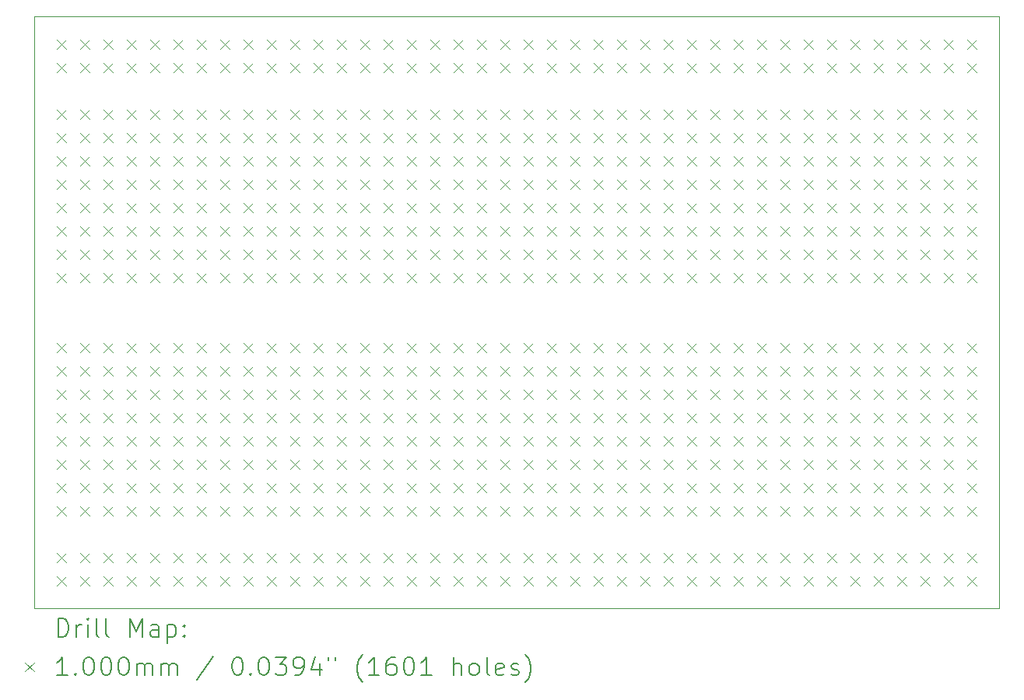
<source format=gbr>
%TF.GenerationSoftware,KiCad,Pcbnew,8.0.1*%
%TF.CreationDate,2024-04-20T13:07:57+02:00*%
%TF.ProjectId,proto_board,70726f74-6f5f-4626-9f61-72642e6b6963,rev?*%
%TF.SameCoordinates,Original*%
%TF.FileFunction,Drillmap*%
%TF.FilePolarity,Positive*%
%FSLAX45Y45*%
G04 Gerber Fmt 4.5, Leading zero omitted, Abs format (unit mm)*
G04 Created by KiCad (PCBNEW 8.0.1) date 2024-04-20 13:07:57*
%MOMM*%
%LPD*%
G01*
G04 APERTURE LIST*
%ADD10C,0.050000*%
%ADD11C,0.200000*%
%ADD12C,0.100000*%
G04 APERTURE END LIST*
D10*
X4545000Y-4645000D02*
X15045000Y-4645000D01*
X15045000Y-11082500D01*
X4545000Y-11082500D01*
X4545000Y-4645000D01*
D11*
D12*
X4789500Y-4894500D02*
X4889500Y-4994500D01*
X4889500Y-4894500D02*
X4789500Y-4994500D01*
X4789500Y-5148500D02*
X4889500Y-5248500D01*
X4889500Y-5148500D02*
X4789500Y-5248500D01*
X4789500Y-5656500D02*
X4889500Y-5756500D01*
X4889500Y-5656500D02*
X4789500Y-5756500D01*
X4789500Y-5910500D02*
X4889500Y-6010500D01*
X4889500Y-5910500D02*
X4789500Y-6010500D01*
X4789500Y-6164500D02*
X4889500Y-6264500D01*
X4889500Y-6164500D02*
X4789500Y-6264500D01*
X4789500Y-6418500D02*
X4889500Y-6518500D01*
X4889500Y-6418500D02*
X4789500Y-6518500D01*
X4789500Y-6672500D02*
X4889500Y-6772500D01*
X4889500Y-6672500D02*
X4789500Y-6772500D01*
X4789500Y-6926500D02*
X4889500Y-7026500D01*
X4889500Y-6926500D02*
X4789500Y-7026500D01*
X4789500Y-7180500D02*
X4889500Y-7280500D01*
X4889500Y-7180500D02*
X4789500Y-7280500D01*
X4789500Y-7434500D02*
X4889500Y-7534500D01*
X4889500Y-7434500D02*
X4789500Y-7534500D01*
X4790000Y-4894000D02*
X4890000Y-4994000D01*
X4890000Y-4894000D02*
X4790000Y-4994000D01*
X4790000Y-5148000D02*
X4890000Y-5248000D01*
X4890000Y-5148000D02*
X4790000Y-5248000D01*
X4790000Y-5656000D02*
X4890000Y-5756000D01*
X4890000Y-5656000D02*
X4790000Y-5756000D01*
X4790000Y-5910000D02*
X4890000Y-6010000D01*
X4890000Y-5910000D02*
X4790000Y-6010000D01*
X4790000Y-6164000D02*
X4890000Y-6264000D01*
X4890000Y-6164000D02*
X4790000Y-6264000D01*
X4790000Y-6418000D02*
X4890000Y-6518000D01*
X4890000Y-6418000D02*
X4790000Y-6518000D01*
X4790000Y-6672000D02*
X4890000Y-6772000D01*
X4890000Y-6672000D02*
X4790000Y-6772000D01*
X4790000Y-6926000D02*
X4890000Y-7026000D01*
X4890000Y-6926000D02*
X4790000Y-7026000D01*
X4790000Y-7180000D02*
X4890000Y-7280000D01*
X4890000Y-7180000D02*
X4790000Y-7280000D01*
X4790000Y-7434000D02*
X4890000Y-7534000D01*
X4890000Y-7434000D02*
X4790000Y-7534000D01*
X4790500Y-8196500D02*
X4890500Y-8296500D01*
X4890500Y-8196500D02*
X4790500Y-8296500D01*
X4790500Y-8450500D02*
X4890500Y-8550500D01*
X4890500Y-8450500D02*
X4790500Y-8550500D01*
X4790500Y-8704500D02*
X4890500Y-8804500D01*
X4890500Y-8704500D02*
X4790500Y-8804500D01*
X4790500Y-8958500D02*
X4890500Y-9058500D01*
X4890500Y-8958500D02*
X4790500Y-9058500D01*
X4790500Y-9212500D02*
X4890500Y-9312500D01*
X4890500Y-9212500D02*
X4790500Y-9312500D01*
X4790500Y-9466500D02*
X4890500Y-9566500D01*
X4890500Y-9466500D02*
X4790500Y-9566500D01*
X4790500Y-9720500D02*
X4890500Y-9820500D01*
X4890500Y-9720500D02*
X4790500Y-9820500D01*
X4790500Y-9974500D02*
X4890500Y-10074500D01*
X4890500Y-9974500D02*
X4790500Y-10074500D01*
X4790500Y-10482500D02*
X4890500Y-10582500D01*
X4890500Y-10482500D02*
X4790500Y-10582500D01*
X4790500Y-10736500D02*
X4890500Y-10836500D01*
X4890500Y-10736500D02*
X4790500Y-10836500D01*
X4791000Y-8196000D02*
X4891000Y-8296000D01*
X4891000Y-8196000D02*
X4791000Y-8296000D01*
X4791000Y-8450000D02*
X4891000Y-8550000D01*
X4891000Y-8450000D02*
X4791000Y-8550000D01*
X4791000Y-8704000D02*
X4891000Y-8804000D01*
X4891000Y-8704000D02*
X4791000Y-8804000D01*
X4791000Y-8958000D02*
X4891000Y-9058000D01*
X4891000Y-8958000D02*
X4791000Y-9058000D01*
X4791000Y-9212000D02*
X4891000Y-9312000D01*
X4891000Y-9212000D02*
X4791000Y-9312000D01*
X4791000Y-9466000D02*
X4891000Y-9566000D01*
X4891000Y-9466000D02*
X4791000Y-9566000D01*
X4791000Y-9720000D02*
X4891000Y-9820000D01*
X4891000Y-9720000D02*
X4791000Y-9820000D01*
X4791000Y-9974000D02*
X4891000Y-10074000D01*
X4891000Y-9974000D02*
X4791000Y-10074000D01*
X4791000Y-10482000D02*
X4891000Y-10582000D01*
X4891000Y-10482000D02*
X4791000Y-10582000D01*
X4791000Y-10736000D02*
X4891000Y-10836000D01*
X4891000Y-10736000D02*
X4791000Y-10836000D01*
X5043500Y-4894500D02*
X5143500Y-4994500D01*
X5143500Y-4894500D02*
X5043500Y-4994500D01*
X5043500Y-5148500D02*
X5143500Y-5248500D01*
X5143500Y-5148500D02*
X5043500Y-5248500D01*
X5043500Y-5656500D02*
X5143500Y-5756500D01*
X5143500Y-5656500D02*
X5043500Y-5756500D01*
X5043500Y-5910500D02*
X5143500Y-6010500D01*
X5143500Y-5910500D02*
X5043500Y-6010500D01*
X5043500Y-6164500D02*
X5143500Y-6264500D01*
X5143500Y-6164500D02*
X5043500Y-6264500D01*
X5043500Y-6418500D02*
X5143500Y-6518500D01*
X5143500Y-6418500D02*
X5043500Y-6518500D01*
X5043500Y-6672500D02*
X5143500Y-6772500D01*
X5143500Y-6672500D02*
X5043500Y-6772500D01*
X5043500Y-6926500D02*
X5143500Y-7026500D01*
X5143500Y-6926500D02*
X5043500Y-7026500D01*
X5043500Y-7180500D02*
X5143500Y-7280500D01*
X5143500Y-7180500D02*
X5043500Y-7280500D01*
X5043500Y-7434500D02*
X5143500Y-7534500D01*
X5143500Y-7434500D02*
X5043500Y-7534500D01*
X5044000Y-4894000D02*
X5144000Y-4994000D01*
X5144000Y-4894000D02*
X5044000Y-4994000D01*
X5044000Y-5148000D02*
X5144000Y-5248000D01*
X5144000Y-5148000D02*
X5044000Y-5248000D01*
X5044000Y-5656000D02*
X5144000Y-5756000D01*
X5144000Y-5656000D02*
X5044000Y-5756000D01*
X5044000Y-5910000D02*
X5144000Y-6010000D01*
X5144000Y-5910000D02*
X5044000Y-6010000D01*
X5044000Y-6164000D02*
X5144000Y-6264000D01*
X5144000Y-6164000D02*
X5044000Y-6264000D01*
X5044000Y-6418000D02*
X5144000Y-6518000D01*
X5144000Y-6418000D02*
X5044000Y-6518000D01*
X5044000Y-6672000D02*
X5144000Y-6772000D01*
X5144000Y-6672000D02*
X5044000Y-6772000D01*
X5044000Y-6926000D02*
X5144000Y-7026000D01*
X5144000Y-6926000D02*
X5044000Y-7026000D01*
X5044000Y-7180000D02*
X5144000Y-7280000D01*
X5144000Y-7180000D02*
X5044000Y-7280000D01*
X5044000Y-7434000D02*
X5144000Y-7534000D01*
X5144000Y-7434000D02*
X5044000Y-7534000D01*
X5044500Y-8196500D02*
X5144500Y-8296500D01*
X5144500Y-8196500D02*
X5044500Y-8296500D01*
X5044500Y-8450500D02*
X5144500Y-8550500D01*
X5144500Y-8450500D02*
X5044500Y-8550500D01*
X5044500Y-8704500D02*
X5144500Y-8804500D01*
X5144500Y-8704500D02*
X5044500Y-8804500D01*
X5044500Y-8958500D02*
X5144500Y-9058500D01*
X5144500Y-8958500D02*
X5044500Y-9058500D01*
X5044500Y-9212500D02*
X5144500Y-9312500D01*
X5144500Y-9212500D02*
X5044500Y-9312500D01*
X5044500Y-9466500D02*
X5144500Y-9566500D01*
X5144500Y-9466500D02*
X5044500Y-9566500D01*
X5044500Y-9720500D02*
X5144500Y-9820500D01*
X5144500Y-9720500D02*
X5044500Y-9820500D01*
X5044500Y-9974500D02*
X5144500Y-10074500D01*
X5144500Y-9974500D02*
X5044500Y-10074500D01*
X5044500Y-10482500D02*
X5144500Y-10582500D01*
X5144500Y-10482500D02*
X5044500Y-10582500D01*
X5044500Y-10736500D02*
X5144500Y-10836500D01*
X5144500Y-10736500D02*
X5044500Y-10836500D01*
X5045000Y-8196000D02*
X5145000Y-8296000D01*
X5145000Y-8196000D02*
X5045000Y-8296000D01*
X5045000Y-8450000D02*
X5145000Y-8550000D01*
X5145000Y-8450000D02*
X5045000Y-8550000D01*
X5045000Y-8704000D02*
X5145000Y-8804000D01*
X5145000Y-8704000D02*
X5045000Y-8804000D01*
X5045000Y-8958000D02*
X5145000Y-9058000D01*
X5145000Y-8958000D02*
X5045000Y-9058000D01*
X5045000Y-9212000D02*
X5145000Y-9312000D01*
X5145000Y-9212000D02*
X5045000Y-9312000D01*
X5045000Y-9466000D02*
X5145000Y-9566000D01*
X5145000Y-9466000D02*
X5045000Y-9566000D01*
X5045000Y-9720000D02*
X5145000Y-9820000D01*
X5145000Y-9720000D02*
X5045000Y-9820000D01*
X5045000Y-9974000D02*
X5145000Y-10074000D01*
X5145000Y-9974000D02*
X5045000Y-10074000D01*
X5045000Y-10482000D02*
X5145000Y-10582000D01*
X5145000Y-10482000D02*
X5045000Y-10582000D01*
X5045000Y-10736000D02*
X5145000Y-10836000D01*
X5145000Y-10736000D02*
X5045000Y-10836000D01*
X5297500Y-4894500D02*
X5397500Y-4994500D01*
X5397500Y-4894500D02*
X5297500Y-4994500D01*
X5297500Y-5148500D02*
X5397500Y-5248500D01*
X5397500Y-5148500D02*
X5297500Y-5248500D01*
X5297500Y-5656500D02*
X5397500Y-5756500D01*
X5397500Y-5656500D02*
X5297500Y-5756500D01*
X5297500Y-5910500D02*
X5397500Y-6010500D01*
X5397500Y-5910500D02*
X5297500Y-6010500D01*
X5297500Y-6164500D02*
X5397500Y-6264500D01*
X5397500Y-6164500D02*
X5297500Y-6264500D01*
X5297500Y-6418500D02*
X5397500Y-6518500D01*
X5397500Y-6418500D02*
X5297500Y-6518500D01*
X5297500Y-6672500D02*
X5397500Y-6772500D01*
X5397500Y-6672500D02*
X5297500Y-6772500D01*
X5297500Y-6926500D02*
X5397500Y-7026500D01*
X5397500Y-6926500D02*
X5297500Y-7026500D01*
X5297500Y-7180500D02*
X5397500Y-7280500D01*
X5397500Y-7180500D02*
X5297500Y-7280500D01*
X5297500Y-7434500D02*
X5397500Y-7534500D01*
X5397500Y-7434500D02*
X5297500Y-7534500D01*
X5298000Y-4894000D02*
X5398000Y-4994000D01*
X5398000Y-4894000D02*
X5298000Y-4994000D01*
X5298000Y-5148000D02*
X5398000Y-5248000D01*
X5398000Y-5148000D02*
X5298000Y-5248000D01*
X5298000Y-5656000D02*
X5398000Y-5756000D01*
X5398000Y-5656000D02*
X5298000Y-5756000D01*
X5298000Y-5910000D02*
X5398000Y-6010000D01*
X5398000Y-5910000D02*
X5298000Y-6010000D01*
X5298000Y-6164000D02*
X5398000Y-6264000D01*
X5398000Y-6164000D02*
X5298000Y-6264000D01*
X5298000Y-6418000D02*
X5398000Y-6518000D01*
X5398000Y-6418000D02*
X5298000Y-6518000D01*
X5298000Y-6672000D02*
X5398000Y-6772000D01*
X5398000Y-6672000D02*
X5298000Y-6772000D01*
X5298000Y-6926000D02*
X5398000Y-7026000D01*
X5398000Y-6926000D02*
X5298000Y-7026000D01*
X5298000Y-7180000D02*
X5398000Y-7280000D01*
X5398000Y-7180000D02*
X5298000Y-7280000D01*
X5298000Y-7434000D02*
X5398000Y-7534000D01*
X5398000Y-7434000D02*
X5298000Y-7534000D01*
X5298500Y-8196500D02*
X5398500Y-8296500D01*
X5398500Y-8196500D02*
X5298500Y-8296500D01*
X5298500Y-8450500D02*
X5398500Y-8550500D01*
X5398500Y-8450500D02*
X5298500Y-8550500D01*
X5298500Y-8704500D02*
X5398500Y-8804500D01*
X5398500Y-8704500D02*
X5298500Y-8804500D01*
X5298500Y-8958500D02*
X5398500Y-9058500D01*
X5398500Y-8958500D02*
X5298500Y-9058500D01*
X5298500Y-9212500D02*
X5398500Y-9312500D01*
X5398500Y-9212500D02*
X5298500Y-9312500D01*
X5298500Y-9466500D02*
X5398500Y-9566500D01*
X5398500Y-9466500D02*
X5298500Y-9566500D01*
X5298500Y-9720500D02*
X5398500Y-9820500D01*
X5398500Y-9720500D02*
X5298500Y-9820500D01*
X5298500Y-9974500D02*
X5398500Y-10074500D01*
X5398500Y-9974500D02*
X5298500Y-10074500D01*
X5298500Y-10482500D02*
X5398500Y-10582500D01*
X5398500Y-10482500D02*
X5298500Y-10582500D01*
X5298500Y-10736500D02*
X5398500Y-10836500D01*
X5398500Y-10736500D02*
X5298500Y-10836500D01*
X5299000Y-8196000D02*
X5399000Y-8296000D01*
X5399000Y-8196000D02*
X5299000Y-8296000D01*
X5299000Y-8450000D02*
X5399000Y-8550000D01*
X5399000Y-8450000D02*
X5299000Y-8550000D01*
X5299000Y-8704000D02*
X5399000Y-8804000D01*
X5399000Y-8704000D02*
X5299000Y-8804000D01*
X5299000Y-8958000D02*
X5399000Y-9058000D01*
X5399000Y-8958000D02*
X5299000Y-9058000D01*
X5299000Y-9212000D02*
X5399000Y-9312000D01*
X5399000Y-9212000D02*
X5299000Y-9312000D01*
X5299000Y-9466000D02*
X5399000Y-9566000D01*
X5399000Y-9466000D02*
X5299000Y-9566000D01*
X5299000Y-9720000D02*
X5399000Y-9820000D01*
X5399000Y-9720000D02*
X5299000Y-9820000D01*
X5299000Y-9974000D02*
X5399000Y-10074000D01*
X5399000Y-9974000D02*
X5299000Y-10074000D01*
X5299000Y-10482000D02*
X5399000Y-10582000D01*
X5399000Y-10482000D02*
X5299000Y-10582000D01*
X5299000Y-10736000D02*
X5399000Y-10836000D01*
X5399000Y-10736000D02*
X5299000Y-10836000D01*
X5551500Y-4894500D02*
X5651500Y-4994500D01*
X5651500Y-4894500D02*
X5551500Y-4994500D01*
X5551500Y-5148500D02*
X5651500Y-5248500D01*
X5651500Y-5148500D02*
X5551500Y-5248500D01*
X5551500Y-5656500D02*
X5651500Y-5756500D01*
X5651500Y-5656500D02*
X5551500Y-5756500D01*
X5551500Y-5910500D02*
X5651500Y-6010500D01*
X5651500Y-5910500D02*
X5551500Y-6010500D01*
X5551500Y-6164500D02*
X5651500Y-6264500D01*
X5651500Y-6164500D02*
X5551500Y-6264500D01*
X5551500Y-6418500D02*
X5651500Y-6518500D01*
X5651500Y-6418500D02*
X5551500Y-6518500D01*
X5551500Y-6672500D02*
X5651500Y-6772500D01*
X5651500Y-6672500D02*
X5551500Y-6772500D01*
X5551500Y-6926500D02*
X5651500Y-7026500D01*
X5651500Y-6926500D02*
X5551500Y-7026500D01*
X5551500Y-7180500D02*
X5651500Y-7280500D01*
X5651500Y-7180500D02*
X5551500Y-7280500D01*
X5551500Y-7434500D02*
X5651500Y-7534500D01*
X5651500Y-7434500D02*
X5551500Y-7534500D01*
X5552000Y-4894000D02*
X5652000Y-4994000D01*
X5652000Y-4894000D02*
X5552000Y-4994000D01*
X5552000Y-5148000D02*
X5652000Y-5248000D01*
X5652000Y-5148000D02*
X5552000Y-5248000D01*
X5552000Y-5656000D02*
X5652000Y-5756000D01*
X5652000Y-5656000D02*
X5552000Y-5756000D01*
X5552000Y-5910000D02*
X5652000Y-6010000D01*
X5652000Y-5910000D02*
X5552000Y-6010000D01*
X5552000Y-6164000D02*
X5652000Y-6264000D01*
X5652000Y-6164000D02*
X5552000Y-6264000D01*
X5552000Y-6418000D02*
X5652000Y-6518000D01*
X5652000Y-6418000D02*
X5552000Y-6518000D01*
X5552000Y-6672000D02*
X5652000Y-6772000D01*
X5652000Y-6672000D02*
X5552000Y-6772000D01*
X5552000Y-6926000D02*
X5652000Y-7026000D01*
X5652000Y-6926000D02*
X5552000Y-7026000D01*
X5552000Y-7180000D02*
X5652000Y-7280000D01*
X5652000Y-7180000D02*
X5552000Y-7280000D01*
X5552000Y-7434000D02*
X5652000Y-7534000D01*
X5652000Y-7434000D02*
X5552000Y-7534000D01*
X5552500Y-8196500D02*
X5652500Y-8296500D01*
X5652500Y-8196500D02*
X5552500Y-8296500D01*
X5552500Y-8450500D02*
X5652500Y-8550500D01*
X5652500Y-8450500D02*
X5552500Y-8550500D01*
X5552500Y-8704500D02*
X5652500Y-8804500D01*
X5652500Y-8704500D02*
X5552500Y-8804500D01*
X5552500Y-8958500D02*
X5652500Y-9058500D01*
X5652500Y-8958500D02*
X5552500Y-9058500D01*
X5552500Y-9212500D02*
X5652500Y-9312500D01*
X5652500Y-9212500D02*
X5552500Y-9312500D01*
X5552500Y-9466500D02*
X5652500Y-9566500D01*
X5652500Y-9466500D02*
X5552500Y-9566500D01*
X5552500Y-9720500D02*
X5652500Y-9820500D01*
X5652500Y-9720500D02*
X5552500Y-9820500D01*
X5552500Y-9974500D02*
X5652500Y-10074500D01*
X5652500Y-9974500D02*
X5552500Y-10074500D01*
X5552500Y-10482500D02*
X5652500Y-10582500D01*
X5652500Y-10482500D02*
X5552500Y-10582500D01*
X5552500Y-10736500D02*
X5652500Y-10836500D01*
X5652500Y-10736500D02*
X5552500Y-10836500D01*
X5553000Y-8196000D02*
X5653000Y-8296000D01*
X5653000Y-8196000D02*
X5553000Y-8296000D01*
X5553000Y-8450000D02*
X5653000Y-8550000D01*
X5653000Y-8450000D02*
X5553000Y-8550000D01*
X5553000Y-8704000D02*
X5653000Y-8804000D01*
X5653000Y-8704000D02*
X5553000Y-8804000D01*
X5553000Y-8958000D02*
X5653000Y-9058000D01*
X5653000Y-8958000D02*
X5553000Y-9058000D01*
X5553000Y-9212000D02*
X5653000Y-9312000D01*
X5653000Y-9212000D02*
X5553000Y-9312000D01*
X5553000Y-9466000D02*
X5653000Y-9566000D01*
X5653000Y-9466000D02*
X5553000Y-9566000D01*
X5553000Y-9720000D02*
X5653000Y-9820000D01*
X5653000Y-9720000D02*
X5553000Y-9820000D01*
X5553000Y-9974000D02*
X5653000Y-10074000D01*
X5653000Y-9974000D02*
X5553000Y-10074000D01*
X5553000Y-10482000D02*
X5653000Y-10582000D01*
X5653000Y-10482000D02*
X5553000Y-10582000D01*
X5553000Y-10736000D02*
X5653000Y-10836000D01*
X5653000Y-10736000D02*
X5553000Y-10836000D01*
X5805500Y-4894500D02*
X5905500Y-4994500D01*
X5905500Y-4894500D02*
X5805500Y-4994500D01*
X5805500Y-5148500D02*
X5905500Y-5248500D01*
X5905500Y-5148500D02*
X5805500Y-5248500D01*
X5805500Y-5656500D02*
X5905500Y-5756500D01*
X5905500Y-5656500D02*
X5805500Y-5756500D01*
X5805500Y-5910500D02*
X5905500Y-6010500D01*
X5905500Y-5910500D02*
X5805500Y-6010500D01*
X5805500Y-6164500D02*
X5905500Y-6264500D01*
X5905500Y-6164500D02*
X5805500Y-6264500D01*
X5805500Y-6418500D02*
X5905500Y-6518500D01*
X5905500Y-6418500D02*
X5805500Y-6518500D01*
X5805500Y-6672500D02*
X5905500Y-6772500D01*
X5905500Y-6672500D02*
X5805500Y-6772500D01*
X5805500Y-6926500D02*
X5905500Y-7026500D01*
X5905500Y-6926500D02*
X5805500Y-7026500D01*
X5805500Y-7180500D02*
X5905500Y-7280500D01*
X5905500Y-7180500D02*
X5805500Y-7280500D01*
X5805500Y-7434500D02*
X5905500Y-7534500D01*
X5905500Y-7434500D02*
X5805500Y-7534500D01*
X5806000Y-4894000D02*
X5906000Y-4994000D01*
X5906000Y-4894000D02*
X5806000Y-4994000D01*
X5806000Y-5148000D02*
X5906000Y-5248000D01*
X5906000Y-5148000D02*
X5806000Y-5248000D01*
X5806000Y-5656000D02*
X5906000Y-5756000D01*
X5906000Y-5656000D02*
X5806000Y-5756000D01*
X5806000Y-5910000D02*
X5906000Y-6010000D01*
X5906000Y-5910000D02*
X5806000Y-6010000D01*
X5806000Y-6164000D02*
X5906000Y-6264000D01*
X5906000Y-6164000D02*
X5806000Y-6264000D01*
X5806000Y-6418000D02*
X5906000Y-6518000D01*
X5906000Y-6418000D02*
X5806000Y-6518000D01*
X5806000Y-6672000D02*
X5906000Y-6772000D01*
X5906000Y-6672000D02*
X5806000Y-6772000D01*
X5806000Y-6926000D02*
X5906000Y-7026000D01*
X5906000Y-6926000D02*
X5806000Y-7026000D01*
X5806000Y-7180000D02*
X5906000Y-7280000D01*
X5906000Y-7180000D02*
X5806000Y-7280000D01*
X5806000Y-7434000D02*
X5906000Y-7534000D01*
X5906000Y-7434000D02*
X5806000Y-7534000D01*
X5806500Y-8196500D02*
X5906500Y-8296500D01*
X5906500Y-8196500D02*
X5806500Y-8296500D01*
X5806500Y-8450500D02*
X5906500Y-8550500D01*
X5906500Y-8450500D02*
X5806500Y-8550500D01*
X5806500Y-8704500D02*
X5906500Y-8804500D01*
X5906500Y-8704500D02*
X5806500Y-8804500D01*
X5806500Y-8958500D02*
X5906500Y-9058500D01*
X5906500Y-8958500D02*
X5806500Y-9058500D01*
X5806500Y-9212500D02*
X5906500Y-9312500D01*
X5906500Y-9212500D02*
X5806500Y-9312500D01*
X5806500Y-9466500D02*
X5906500Y-9566500D01*
X5906500Y-9466500D02*
X5806500Y-9566500D01*
X5806500Y-9720500D02*
X5906500Y-9820500D01*
X5906500Y-9720500D02*
X5806500Y-9820500D01*
X5806500Y-9974500D02*
X5906500Y-10074500D01*
X5906500Y-9974500D02*
X5806500Y-10074500D01*
X5806500Y-10482500D02*
X5906500Y-10582500D01*
X5906500Y-10482500D02*
X5806500Y-10582500D01*
X5806500Y-10736500D02*
X5906500Y-10836500D01*
X5906500Y-10736500D02*
X5806500Y-10836500D01*
X5807000Y-8196000D02*
X5907000Y-8296000D01*
X5907000Y-8196000D02*
X5807000Y-8296000D01*
X5807000Y-8450000D02*
X5907000Y-8550000D01*
X5907000Y-8450000D02*
X5807000Y-8550000D01*
X5807000Y-8704000D02*
X5907000Y-8804000D01*
X5907000Y-8704000D02*
X5807000Y-8804000D01*
X5807000Y-8958000D02*
X5907000Y-9058000D01*
X5907000Y-8958000D02*
X5807000Y-9058000D01*
X5807000Y-9212000D02*
X5907000Y-9312000D01*
X5907000Y-9212000D02*
X5807000Y-9312000D01*
X5807000Y-9466000D02*
X5907000Y-9566000D01*
X5907000Y-9466000D02*
X5807000Y-9566000D01*
X5807000Y-9720000D02*
X5907000Y-9820000D01*
X5907000Y-9720000D02*
X5807000Y-9820000D01*
X5807000Y-9974000D02*
X5907000Y-10074000D01*
X5907000Y-9974000D02*
X5807000Y-10074000D01*
X5807000Y-10482000D02*
X5907000Y-10582000D01*
X5907000Y-10482000D02*
X5807000Y-10582000D01*
X5807000Y-10736000D02*
X5907000Y-10836000D01*
X5907000Y-10736000D02*
X5807000Y-10836000D01*
X6059500Y-4894500D02*
X6159500Y-4994500D01*
X6159500Y-4894500D02*
X6059500Y-4994500D01*
X6059500Y-5148500D02*
X6159500Y-5248500D01*
X6159500Y-5148500D02*
X6059500Y-5248500D01*
X6059500Y-5656500D02*
X6159500Y-5756500D01*
X6159500Y-5656500D02*
X6059500Y-5756500D01*
X6059500Y-5910500D02*
X6159500Y-6010500D01*
X6159500Y-5910500D02*
X6059500Y-6010500D01*
X6059500Y-6164500D02*
X6159500Y-6264500D01*
X6159500Y-6164500D02*
X6059500Y-6264500D01*
X6059500Y-6418500D02*
X6159500Y-6518500D01*
X6159500Y-6418500D02*
X6059500Y-6518500D01*
X6059500Y-6672500D02*
X6159500Y-6772500D01*
X6159500Y-6672500D02*
X6059500Y-6772500D01*
X6059500Y-6926500D02*
X6159500Y-7026500D01*
X6159500Y-6926500D02*
X6059500Y-7026500D01*
X6059500Y-7180500D02*
X6159500Y-7280500D01*
X6159500Y-7180500D02*
X6059500Y-7280500D01*
X6059500Y-7434500D02*
X6159500Y-7534500D01*
X6159500Y-7434500D02*
X6059500Y-7534500D01*
X6060000Y-4894000D02*
X6160000Y-4994000D01*
X6160000Y-4894000D02*
X6060000Y-4994000D01*
X6060000Y-5148000D02*
X6160000Y-5248000D01*
X6160000Y-5148000D02*
X6060000Y-5248000D01*
X6060000Y-5656000D02*
X6160000Y-5756000D01*
X6160000Y-5656000D02*
X6060000Y-5756000D01*
X6060000Y-5910000D02*
X6160000Y-6010000D01*
X6160000Y-5910000D02*
X6060000Y-6010000D01*
X6060000Y-6164000D02*
X6160000Y-6264000D01*
X6160000Y-6164000D02*
X6060000Y-6264000D01*
X6060000Y-6418000D02*
X6160000Y-6518000D01*
X6160000Y-6418000D02*
X6060000Y-6518000D01*
X6060000Y-6672000D02*
X6160000Y-6772000D01*
X6160000Y-6672000D02*
X6060000Y-6772000D01*
X6060000Y-6926000D02*
X6160000Y-7026000D01*
X6160000Y-6926000D02*
X6060000Y-7026000D01*
X6060000Y-7180000D02*
X6160000Y-7280000D01*
X6160000Y-7180000D02*
X6060000Y-7280000D01*
X6060000Y-7434000D02*
X6160000Y-7534000D01*
X6160000Y-7434000D02*
X6060000Y-7534000D01*
X6060500Y-8196500D02*
X6160500Y-8296500D01*
X6160500Y-8196500D02*
X6060500Y-8296500D01*
X6060500Y-8450500D02*
X6160500Y-8550500D01*
X6160500Y-8450500D02*
X6060500Y-8550500D01*
X6060500Y-8704500D02*
X6160500Y-8804500D01*
X6160500Y-8704500D02*
X6060500Y-8804500D01*
X6060500Y-8958500D02*
X6160500Y-9058500D01*
X6160500Y-8958500D02*
X6060500Y-9058500D01*
X6060500Y-9212500D02*
X6160500Y-9312500D01*
X6160500Y-9212500D02*
X6060500Y-9312500D01*
X6060500Y-9466500D02*
X6160500Y-9566500D01*
X6160500Y-9466500D02*
X6060500Y-9566500D01*
X6060500Y-9720500D02*
X6160500Y-9820500D01*
X6160500Y-9720500D02*
X6060500Y-9820500D01*
X6060500Y-9974500D02*
X6160500Y-10074500D01*
X6160500Y-9974500D02*
X6060500Y-10074500D01*
X6060500Y-10482500D02*
X6160500Y-10582500D01*
X6160500Y-10482500D02*
X6060500Y-10582500D01*
X6060500Y-10736500D02*
X6160500Y-10836500D01*
X6160500Y-10736500D02*
X6060500Y-10836500D01*
X6061000Y-8196000D02*
X6161000Y-8296000D01*
X6161000Y-8196000D02*
X6061000Y-8296000D01*
X6061000Y-8450000D02*
X6161000Y-8550000D01*
X6161000Y-8450000D02*
X6061000Y-8550000D01*
X6061000Y-8704000D02*
X6161000Y-8804000D01*
X6161000Y-8704000D02*
X6061000Y-8804000D01*
X6061000Y-8958000D02*
X6161000Y-9058000D01*
X6161000Y-8958000D02*
X6061000Y-9058000D01*
X6061000Y-9212000D02*
X6161000Y-9312000D01*
X6161000Y-9212000D02*
X6061000Y-9312000D01*
X6061000Y-9466000D02*
X6161000Y-9566000D01*
X6161000Y-9466000D02*
X6061000Y-9566000D01*
X6061000Y-9720000D02*
X6161000Y-9820000D01*
X6161000Y-9720000D02*
X6061000Y-9820000D01*
X6061000Y-9974000D02*
X6161000Y-10074000D01*
X6161000Y-9974000D02*
X6061000Y-10074000D01*
X6061000Y-10482000D02*
X6161000Y-10582000D01*
X6161000Y-10482000D02*
X6061000Y-10582000D01*
X6061000Y-10736000D02*
X6161000Y-10836000D01*
X6161000Y-10736000D02*
X6061000Y-10836000D01*
X6313500Y-4894500D02*
X6413500Y-4994500D01*
X6413500Y-4894500D02*
X6313500Y-4994500D01*
X6313500Y-5148500D02*
X6413500Y-5248500D01*
X6413500Y-5148500D02*
X6313500Y-5248500D01*
X6313500Y-5656500D02*
X6413500Y-5756500D01*
X6413500Y-5656500D02*
X6313500Y-5756500D01*
X6313500Y-5910500D02*
X6413500Y-6010500D01*
X6413500Y-5910500D02*
X6313500Y-6010500D01*
X6313500Y-6164500D02*
X6413500Y-6264500D01*
X6413500Y-6164500D02*
X6313500Y-6264500D01*
X6313500Y-6418500D02*
X6413500Y-6518500D01*
X6413500Y-6418500D02*
X6313500Y-6518500D01*
X6313500Y-6672500D02*
X6413500Y-6772500D01*
X6413500Y-6672500D02*
X6313500Y-6772500D01*
X6313500Y-6926500D02*
X6413500Y-7026500D01*
X6413500Y-6926500D02*
X6313500Y-7026500D01*
X6313500Y-7180500D02*
X6413500Y-7280500D01*
X6413500Y-7180500D02*
X6313500Y-7280500D01*
X6313500Y-7434500D02*
X6413500Y-7534500D01*
X6413500Y-7434500D02*
X6313500Y-7534500D01*
X6314000Y-4894000D02*
X6414000Y-4994000D01*
X6414000Y-4894000D02*
X6314000Y-4994000D01*
X6314000Y-5148000D02*
X6414000Y-5248000D01*
X6414000Y-5148000D02*
X6314000Y-5248000D01*
X6314000Y-5656000D02*
X6414000Y-5756000D01*
X6414000Y-5656000D02*
X6314000Y-5756000D01*
X6314000Y-5910000D02*
X6414000Y-6010000D01*
X6414000Y-5910000D02*
X6314000Y-6010000D01*
X6314000Y-6164000D02*
X6414000Y-6264000D01*
X6414000Y-6164000D02*
X6314000Y-6264000D01*
X6314000Y-6418000D02*
X6414000Y-6518000D01*
X6414000Y-6418000D02*
X6314000Y-6518000D01*
X6314000Y-6672000D02*
X6414000Y-6772000D01*
X6414000Y-6672000D02*
X6314000Y-6772000D01*
X6314000Y-6926000D02*
X6414000Y-7026000D01*
X6414000Y-6926000D02*
X6314000Y-7026000D01*
X6314000Y-7180000D02*
X6414000Y-7280000D01*
X6414000Y-7180000D02*
X6314000Y-7280000D01*
X6314000Y-7434000D02*
X6414000Y-7534000D01*
X6414000Y-7434000D02*
X6314000Y-7534000D01*
X6314500Y-8196500D02*
X6414500Y-8296500D01*
X6414500Y-8196500D02*
X6314500Y-8296500D01*
X6314500Y-8450500D02*
X6414500Y-8550500D01*
X6414500Y-8450500D02*
X6314500Y-8550500D01*
X6314500Y-8704500D02*
X6414500Y-8804500D01*
X6414500Y-8704500D02*
X6314500Y-8804500D01*
X6314500Y-8958500D02*
X6414500Y-9058500D01*
X6414500Y-8958500D02*
X6314500Y-9058500D01*
X6314500Y-9212500D02*
X6414500Y-9312500D01*
X6414500Y-9212500D02*
X6314500Y-9312500D01*
X6314500Y-9466500D02*
X6414500Y-9566500D01*
X6414500Y-9466500D02*
X6314500Y-9566500D01*
X6314500Y-9720500D02*
X6414500Y-9820500D01*
X6414500Y-9720500D02*
X6314500Y-9820500D01*
X6314500Y-9974500D02*
X6414500Y-10074500D01*
X6414500Y-9974500D02*
X6314500Y-10074500D01*
X6314500Y-10482500D02*
X6414500Y-10582500D01*
X6414500Y-10482500D02*
X6314500Y-10582500D01*
X6314500Y-10736500D02*
X6414500Y-10836500D01*
X6414500Y-10736500D02*
X6314500Y-10836500D01*
X6315000Y-8196000D02*
X6415000Y-8296000D01*
X6415000Y-8196000D02*
X6315000Y-8296000D01*
X6315000Y-8450000D02*
X6415000Y-8550000D01*
X6415000Y-8450000D02*
X6315000Y-8550000D01*
X6315000Y-8704000D02*
X6415000Y-8804000D01*
X6415000Y-8704000D02*
X6315000Y-8804000D01*
X6315000Y-8958000D02*
X6415000Y-9058000D01*
X6415000Y-8958000D02*
X6315000Y-9058000D01*
X6315000Y-9212000D02*
X6415000Y-9312000D01*
X6415000Y-9212000D02*
X6315000Y-9312000D01*
X6315000Y-9466000D02*
X6415000Y-9566000D01*
X6415000Y-9466000D02*
X6315000Y-9566000D01*
X6315000Y-9720000D02*
X6415000Y-9820000D01*
X6415000Y-9720000D02*
X6315000Y-9820000D01*
X6315000Y-9974000D02*
X6415000Y-10074000D01*
X6415000Y-9974000D02*
X6315000Y-10074000D01*
X6315000Y-10482000D02*
X6415000Y-10582000D01*
X6415000Y-10482000D02*
X6315000Y-10582000D01*
X6315000Y-10736000D02*
X6415000Y-10836000D01*
X6415000Y-10736000D02*
X6315000Y-10836000D01*
X6567500Y-4894500D02*
X6667500Y-4994500D01*
X6667500Y-4894500D02*
X6567500Y-4994500D01*
X6567500Y-5148500D02*
X6667500Y-5248500D01*
X6667500Y-5148500D02*
X6567500Y-5248500D01*
X6567500Y-5656500D02*
X6667500Y-5756500D01*
X6667500Y-5656500D02*
X6567500Y-5756500D01*
X6567500Y-5910500D02*
X6667500Y-6010500D01*
X6667500Y-5910500D02*
X6567500Y-6010500D01*
X6567500Y-6164500D02*
X6667500Y-6264500D01*
X6667500Y-6164500D02*
X6567500Y-6264500D01*
X6567500Y-6418500D02*
X6667500Y-6518500D01*
X6667500Y-6418500D02*
X6567500Y-6518500D01*
X6567500Y-6672500D02*
X6667500Y-6772500D01*
X6667500Y-6672500D02*
X6567500Y-6772500D01*
X6567500Y-6926500D02*
X6667500Y-7026500D01*
X6667500Y-6926500D02*
X6567500Y-7026500D01*
X6567500Y-7180500D02*
X6667500Y-7280500D01*
X6667500Y-7180500D02*
X6567500Y-7280500D01*
X6567500Y-7434500D02*
X6667500Y-7534500D01*
X6667500Y-7434500D02*
X6567500Y-7534500D01*
X6568000Y-4894000D02*
X6668000Y-4994000D01*
X6668000Y-4894000D02*
X6568000Y-4994000D01*
X6568000Y-5148000D02*
X6668000Y-5248000D01*
X6668000Y-5148000D02*
X6568000Y-5248000D01*
X6568000Y-5656000D02*
X6668000Y-5756000D01*
X6668000Y-5656000D02*
X6568000Y-5756000D01*
X6568000Y-5910000D02*
X6668000Y-6010000D01*
X6668000Y-5910000D02*
X6568000Y-6010000D01*
X6568000Y-6164000D02*
X6668000Y-6264000D01*
X6668000Y-6164000D02*
X6568000Y-6264000D01*
X6568000Y-6418000D02*
X6668000Y-6518000D01*
X6668000Y-6418000D02*
X6568000Y-6518000D01*
X6568000Y-6672000D02*
X6668000Y-6772000D01*
X6668000Y-6672000D02*
X6568000Y-6772000D01*
X6568000Y-6926000D02*
X6668000Y-7026000D01*
X6668000Y-6926000D02*
X6568000Y-7026000D01*
X6568000Y-7180000D02*
X6668000Y-7280000D01*
X6668000Y-7180000D02*
X6568000Y-7280000D01*
X6568000Y-7434000D02*
X6668000Y-7534000D01*
X6668000Y-7434000D02*
X6568000Y-7534000D01*
X6568500Y-8196500D02*
X6668500Y-8296500D01*
X6668500Y-8196500D02*
X6568500Y-8296500D01*
X6568500Y-8450500D02*
X6668500Y-8550500D01*
X6668500Y-8450500D02*
X6568500Y-8550500D01*
X6568500Y-8704500D02*
X6668500Y-8804500D01*
X6668500Y-8704500D02*
X6568500Y-8804500D01*
X6568500Y-8958500D02*
X6668500Y-9058500D01*
X6668500Y-8958500D02*
X6568500Y-9058500D01*
X6568500Y-9212500D02*
X6668500Y-9312500D01*
X6668500Y-9212500D02*
X6568500Y-9312500D01*
X6568500Y-9466500D02*
X6668500Y-9566500D01*
X6668500Y-9466500D02*
X6568500Y-9566500D01*
X6568500Y-9720500D02*
X6668500Y-9820500D01*
X6668500Y-9720500D02*
X6568500Y-9820500D01*
X6568500Y-9974500D02*
X6668500Y-10074500D01*
X6668500Y-9974500D02*
X6568500Y-10074500D01*
X6568500Y-10482500D02*
X6668500Y-10582500D01*
X6668500Y-10482500D02*
X6568500Y-10582500D01*
X6568500Y-10736500D02*
X6668500Y-10836500D01*
X6668500Y-10736500D02*
X6568500Y-10836500D01*
X6569000Y-8196000D02*
X6669000Y-8296000D01*
X6669000Y-8196000D02*
X6569000Y-8296000D01*
X6569000Y-8450000D02*
X6669000Y-8550000D01*
X6669000Y-8450000D02*
X6569000Y-8550000D01*
X6569000Y-8704000D02*
X6669000Y-8804000D01*
X6669000Y-8704000D02*
X6569000Y-8804000D01*
X6569000Y-8958000D02*
X6669000Y-9058000D01*
X6669000Y-8958000D02*
X6569000Y-9058000D01*
X6569000Y-9212000D02*
X6669000Y-9312000D01*
X6669000Y-9212000D02*
X6569000Y-9312000D01*
X6569000Y-9466000D02*
X6669000Y-9566000D01*
X6669000Y-9466000D02*
X6569000Y-9566000D01*
X6569000Y-9720000D02*
X6669000Y-9820000D01*
X6669000Y-9720000D02*
X6569000Y-9820000D01*
X6569000Y-9974000D02*
X6669000Y-10074000D01*
X6669000Y-9974000D02*
X6569000Y-10074000D01*
X6569000Y-10482000D02*
X6669000Y-10582000D01*
X6669000Y-10482000D02*
X6569000Y-10582000D01*
X6569000Y-10736000D02*
X6669000Y-10836000D01*
X6669000Y-10736000D02*
X6569000Y-10836000D01*
X6821500Y-4894500D02*
X6921500Y-4994500D01*
X6921500Y-4894500D02*
X6821500Y-4994500D01*
X6821500Y-5148500D02*
X6921500Y-5248500D01*
X6921500Y-5148500D02*
X6821500Y-5248500D01*
X6821500Y-5656500D02*
X6921500Y-5756500D01*
X6921500Y-5656500D02*
X6821500Y-5756500D01*
X6821500Y-5910500D02*
X6921500Y-6010500D01*
X6921500Y-5910500D02*
X6821500Y-6010500D01*
X6821500Y-6164500D02*
X6921500Y-6264500D01*
X6921500Y-6164500D02*
X6821500Y-6264500D01*
X6821500Y-6418500D02*
X6921500Y-6518500D01*
X6921500Y-6418500D02*
X6821500Y-6518500D01*
X6821500Y-6672500D02*
X6921500Y-6772500D01*
X6921500Y-6672500D02*
X6821500Y-6772500D01*
X6821500Y-6926500D02*
X6921500Y-7026500D01*
X6921500Y-6926500D02*
X6821500Y-7026500D01*
X6821500Y-7180500D02*
X6921500Y-7280500D01*
X6921500Y-7180500D02*
X6821500Y-7280500D01*
X6821500Y-7434500D02*
X6921500Y-7534500D01*
X6921500Y-7434500D02*
X6821500Y-7534500D01*
X6822000Y-4894000D02*
X6922000Y-4994000D01*
X6922000Y-4894000D02*
X6822000Y-4994000D01*
X6822000Y-5148000D02*
X6922000Y-5248000D01*
X6922000Y-5148000D02*
X6822000Y-5248000D01*
X6822000Y-5656000D02*
X6922000Y-5756000D01*
X6922000Y-5656000D02*
X6822000Y-5756000D01*
X6822000Y-5910000D02*
X6922000Y-6010000D01*
X6922000Y-5910000D02*
X6822000Y-6010000D01*
X6822000Y-6164000D02*
X6922000Y-6264000D01*
X6922000Y-6164000D02*
X6822000Y-6264000D01*
X6822000Y-6418000D02*
X6922000Y-6518000D01*
X6922000Y-6418000D02*
X6822000Y-6518000D01*
X6822000Y-6672000D02*
X6922000Y-6772000D01*
X6922000Y-6672000D02*
X6822000Y-6772000D01*
X6822000Y-6926000D02*
X6922000Y-7026000D01*
X6922000Y-6926000D02*
X6822000Y-7026000D01*
X6822000Y-7180000D02*
X6922000Y-7280000D01*
X6922000Y-7180000D02*
X6822000Y-7280000D01*
X6822000Y-7434000D02*
X6922000Y-7534000D01*
X6922000Y-7434000D02*
X6822000Y-7534000D01*
X6822500Y-8196500D02*
X6922500Y-8296500D01*
X6922500Y-8196500D02*
X6822500Y-8296500D01*
X6822500Y-8450500D02*
X6922500Y-8550500D01*
X6922500Y-8450500D02*
X6822500Y-8550500D01*
X6822500Y-8704500D02*
X6922500Y-8804500D01*
X6922500Y-8704500D02*
X6822500Y-8804500D01*
X6822500Y-8958500D02*
X6922500Y-9058500D01*
X6922500Y-8958500D02*
X6822500Y-9058500D01*
X6822500Y-9212500D02*
X6922500Y-9312500D01*
X6922500Y-9212500D02*
X6822500Y-9312500D01*
X6822500Y-9466500D02*
X6922500Y-9566500D01*
X6922500Y-9466500D02*
X6822500Y-9566500D01*
X6822500Y-9720500D02*
X6922500Y-9820500D01*
X6922500Y-9720500D02*
X6822500Y-9820500D01*
X6822500Y-9974500D02*
X6922500Y-10074500D01*
X6922500Y-9974500D02*
X6822500Y-10074500D01*
X6822500Y-10482500D02*
X6922500Y-10582500D01*
X6922500Y-10482500D02*
X6822500Y-10582500D01*
X6822500Y-10736500D02*
X6922500Y-10836500D01*
X6922500Y-10736500D02*
X6822500Y-10836500D01*
X6823000Y-8196000D02*
X6923000Y-8296000D01*
X6923000Y-8196000D02*
X6823000Y-8296000D01*
X6823000Y-8450000D02*
X6923000Y-8550000D01*
X6923000Y-8450000D02*
X6823000Y-8550000D01*
X6823000Y-8704000D02*
X6923000Y-8804000D01*
X6923000Y-8704000D02*
X6823000Y-8804000D01*
X6823000Y-8958000D02*
X6923000Y-9058000D01*
X6923000Y-8958000D02*
X6823000Y-9058000D01*
X6823000Y-9212000D02*
X6923000Y-9312000D01*
X6923000Y-9212000D02*
X6823000Y-9312000D01*
X6823000Y-9466000D02*
X6923000Y-9566000D01*
X6923000Y-9466000D02*
X6823000Y-9566000D01*
X6823000Y-9720000D02*
X6923000Y-9820000D01*
X6923000Y-9720000D02*
X6823000Y-9820000D01*
X6823000Y-9974000D02*
X6923000Y-10074000D01*
X6923000Y-9974000D02*
X6823000Y-10074000D01*
X6823000Y-10482000D02*
X6923000Y-10582000D01*
X6923000Y-10482000D02*
X6823000Y-10582000D01*
X6823000Y-10736000D02*
X6923000Y-10836000D01*
X6923000Y-10736000D02*
X6823000Y-10836000D01*
X7075500Y-4894500D02*
X7175500Y-4994500D01*
X7175500Y-4894500D02*
X7075500Y-4994500D01*
X7075500Y-5148500D02*
X7175500Y-5248500D01*
X7175500Y-5148500D02*
X7075500Y-5248500D01*
X7075500Y-5656500D02*
X7175500Y-5756500D01*
X7175500Y-5656500D02*
X7075500Y-5756500D01*
X7075500Y-5910500D02*
X7175500Y-6010500D01*
X7175500Y-5910500D02*
X7075500Y-6010500D01*
X7075500Y-6164500D02*
X7175500Y-6264500D01*
X7175500Y-6164500D02*
X7075500Y-6264500D01*
X7075500Y-6418500D02*
X7175500Y-6518500D01*
X7175500Y-6418500D02*
X7075500Y-6518500D01*
X7075500Y-6672500D02*
X7175500Y-6772500D01*
X7175500Y-6672500D02*
X7075500Y-6772500D01*
X7075500Y-6926500D02*
X7175500Y-7026500D01*
X7175500Y-6926500D02*
X7075500Y-7026500D01*
X7075500Y-7180500D02*
X7175500Y-7280500D01*
X7175500Y-7180500D02*
X7075500Y-7280500D01*
X7075500Y-7434500D02*
X7175500Y-7534500D01*
X7175500Y-7434500D02*
X7075500Y-7534500D01*
X7076000Y-4894000D02*
X7176000Y-4994000D01*
X7176000Y-4894000D02*
X7076000Y-4994000D01*
X7076000Y-5148000D02*
X7176000Y-5248000D01*
X7176000Y-5148000D02*
X7076000Y-5248000D01*
X7076000Y-5656000D02*
X7176000Y-5756000D01*
X7176000Y-5656000D02*
X7076000Y-5756000D01*
X7076000Y-5910000D02*
X7176000Y-6010000D01*
X7176000Y-5910000D02*
X7076000Y-6010000D01*
X7076000Y-6164000D02*
X7176000Y-6264000D01*
X7176000Y-6164000D02*
X7076000Y-6264000D01*
X7076000Y-6418000D02*
X7176000Y-6518000D01*
X7176000Y-6418000D02*
X7076000Y-6518000D01*
X7076000Y-6672000D02*
X7176000Y-6772000D01*
X7176000Y-6672000D02*
X7076000Y-6772000D01*
X7076000Y-6926000D02*
X7176000Y-7026000D01*
X7176000Y-6926000D02*
X7076000Y-7026000D01*
X7076000Y-7180000D02*
X7176000Y-7280000D01*
X7176000Y-7180000D02*
X7076000Y-7280000D01*
X7076000Y-7434000D02*
X7176000Y-7534000D01*
X7176000Y-7434000D02*
X7076000Y-7534000D01*
X7076500Y-8196500D02*
X7176500Y-8296500D01*
X7176500Y-8196500D02*
X7076500Y-8296500D01*
X7076500Y-8450500D02*
X7176500Y-8550500D01*
X7176500Y-8450500D02*
X7076500Y-8550500D01*
X7076500Y-8704500D02*
X7176500Y-8804500D01*
X7176500Y-8704500D02*
X7076500Y-8804500D01*
X7076500Y-8958500D02*
X7176500Y-9058500D01*
X7176500Y-8958500D02*
X7076500Y-9058500D01*
X7076500Y-9212500D02*
X7176500Y-9312500D01*
X7176500Y-9212500D02*
X7076500Y-9312500D01*
X7076500Y-9466500D02*
X7176500Y-9566500D01*
X7176500Y-9466500D02*
X7076500Y-9566500D01*
X7076500Y-9720500D02*
X7176500Y-9820500D01*
X7176500Y-9720500D02*
X7076500Y-9820500D01*
X7076500Y-9974500D02*
X7176500Y-10074500D01*
X7176500Y-9974500D02*
X7076500Y-10074500D01*
X7076500Y-10482500D02*
X7176500Y-10582500D01*
X7176500Y-10482500D02*
X7076500Y-10582500D01*
X7076500Y-10736500D02*
X7176500Y-10836500D01*
X7176500Y-10736500D02*
X7076500Y-10836500D01*
X7077000Y-8196000D02*
X7177000Y-8296000D01*
X7177000Y-8196000D02*
X7077000Y-8296000D01*
X7077000Y-8450000D02*
X7177000Y-8550000D01*
X7177000Y-8450000D02*
X7077000Y-8550000D01*
X7077000Y-8704000D02*
X7177000Y-8804000D01*
X7177000Y-8704000D02*
X7077000Y-8804000D01*
X7077000Y-8958000D02*
X7177000Y-9058000D01*
X7177000Y-8958000D02*
X7077000Y-9058000D01*
X7077000Y-9212000D02*
X7177000Y-9312000D01*
X7177000Y-9212000D02*
X7077000Y-9312000D01*
X7077000Y-9466000D02*
X7177000Y-9566000D01*
X7177000Y-9466000D02*
X7077000Y-9566000D01*
X7077000Y-9720000D02*
X7177000Y-9820000D01*
X7177000Y-9720000D02*
X7077000Y-9820000D01*
X7077000Y-9974000D02*
X7177000Y-10074000D01*
X7177000Y-9974000D02*
X7077000Y-10074000D01*
X7077000Y-10482000D02*
X7177000Y-10582000D01*
X7177000Y-10482000D02*
X7077000Y-10582000D01*
X7077000Y-10736000D02*
X7177000Y-10836000D01*
X7177000Y-10736000D02*
X7077000Y-10836000D01*
X7329500Y-4894500D02*
X7429500Y-4994500D01*
X7429500Y-4894500D02*
X7329500Y-4994500D01*
X7329500Y-5148500D02*
X7429500Y-5248500D01*
X7429500Y-5148500D02*
X7329500Y-5248500D01*
X7329500Y-5656500D02*
X7429500Y-5756500D01*
X7429500Y-5656500D02*
X7329500Y-5756500D01*
X7329500Y-5910500D02*
X7429500Y-6010500D01*
X7429500Y-5910500D02*
X7329500Y-6010500D01*
X7329500Y-6164500D02*
X7429500Y-6264500D01*
X7429500Y-6164500D02*
X7329500Y-6264500D01*
X7329500Y-6418500D02*
X7429500Y-6518500D01*
X7429500Y-6418500D02*
X7329500Y-6518500D01*
X7329500Y-6672500D02*
X7429500Y-6772500D01*
X7429500Y-6672500D02*
X7329500Y-6772500D01*
X7329500Y-6926500D02*
X7429500Y-7026500D01*
X7429500Y-6926500D02*
X7329500Y-7026500D01*
X7329500Y-7180500D02*
X7429500Y-7280500D01*
X7429500Y-7180500D02*
X7329500Y-7280500D01*
X7329500Y-7434500D02*
X7429500Y-7534500D01*
X7429500Y-7434500D02*
X7329500Y-7534500D01*
X7330000Y-4894000D02*
X7430000Y-4994000D01*
X7430000Y-4894000D02*
X7330000Y-4994000D01*
X7330000Y-5148000D02*
X7430000Y-5248000D01*
X7430000Y-5148000D02*
X7330000Y-5248000D01*
X7330000Y-5656000D02*
X7430000Y-5756000D01*
X7430000Y-5656000D02*
X7330000Y-5756000D01*
X7330000Y-5910000D02*
X7430000Y-6010000D01*
X7430000Y-5910000D02*
X7330000Y-6010000D01*
X7330000Y-6164000D02*
X7430000Y-6264000D01*
X7430000Y-6164000D02*
X7330000Y-6264000D01*
X7330000Y-6418000D02*
X7430000Y-6518000D01*
X7430000Y-6418000D02*
X7330000Y-6518000D01*
X7330000Y-6672000D02*
X7430000Y-6772000D01*
X7430000Y-6672000D02*
X7330000Y-6772000D01*
X7330000Y-6926000D02*
X7430000Y-7026000D01*
X7430000Y-6926000D02*
X7330000Y-7026000D01*
X7330000Y-7180000D02*
X7430000Y-7280000D01*
X7430000Y-7180000D02*
X7330000Y-7280000D01*
X7330000Y-7434000D02*
X7430000Y-7534000D01*
X7430000Y-7434000D02*
X7330000Y-7534000D01*
X7330500Y-8196500D02*
X7430500Y-8296500D01*
X7430500Y-8196500D02*
X7330500Y-8296500D01*
X7330500Y-8450500D02*
X7430500Y-8550500D01*
X7430500Y-8450500D02*
X7330500Y-8550500D01*
X7330500Y-8704500D02*
X7430500Y-8804500D01*
X7430500Y-8704500D02*
X7330500Y-8804500D01*
X7330500Y-8958500D02*
X7430500Y-9058500D01*
X7430500Y-8958500D02*
X7330500Y-9058500D01*
X7330500Y-9212500D02*
X7430500Y-9312500D01*
X7430500Y-9212500D02*
X7330500Y-9312500D01*
X7330500Y-9466500D02*
X7430500Y-9566500D01*
X7430500Y-9466500D02*
X7330500Y-9566500D01*
X7330500Y-9720500D02*
X7430500Y-9820500D01*
X7430500Y-9720500D02*
X7330500Y-9820500D01*
X7330500Y-9974500D02*
X7430500Y-10074500D01*
X7430500Y-9974500D02*
X7330500Y-10074500D01*
X7330500Y-10482500D02*
X7430500Y-10582500D01*
X7430500Y-10482500D02*
X7330500Y-10582500D01*
X7330500Y-10736500D02*
X7430500Y-10836500D01*
X7430500Y-10736500D02*
X7330500Y-10836500D01*
X7331000Y-8196000D02*
X7431000Y-8296000D01*
X7431000Y-8196000D02*
X7331000Y-8296000D01*
X7331000Y-8450000D02*
X7431000Y-8550000D01*
X7431000Y-8450000D02*
X7331000Y-8550000D01*
X7331000Y-8704000D02*
X7431000Y-8804000D01*
X7431000Y-8704000D02*
X7331000Y-8804000D01*
X7331000Y-8958000D02*
X7431000Y-9058000D01*
X7431000Y-8958000D02*
X7331000Y-9058000D01*
X7331000Y-9212000D02*
X7431000Y-9312000D01*
X7431000Y-9212000D02*
X7331000Y-9312000D01*
X7331000Y-9466000D02*
X7431000Y-9566000D01*
X7431000Y-9466000D02*
X7331000Y-9566000D01*
X7331000Y-9720000D02*
X7431000Y-9820000D01*
X7431000Y-9720000D02*
X7331000Y-9820000D01*
X7331000Y-9974000D02*
X7431000Y-10074000D01*
X7431000Y-9974000D02*
X7331000Y-10074000D01*
X7331000Y-10482000D02*
X7431000Y-10582000D01*
X7431000Y-10482000D02*
X7331000Y-10582000D01*
X7331000Y-10736000D02*
X7431000Y-10836000D01*
X7431000Y-10736000D02*
X7331000Y-10836000D01*
X7583500Y-4894500D02*
X7683500Y-4994500D01*
X7683500Y-4894500D02*
X7583500Y-4994500D01*
X7583500Y-5148500D02*
X7683500Y-5248500D01*
X7683500Y-5148500D02*
X7583500Y-5248500D01*
X7583500Y-5656500D02*
X7683500Y-5756500D01*
X7683500Y-5656500D02*
X7583500Y-5756500D01*
X7583500Y-5910500D02*
X7683500Y-6010500D01*
X7683500Y-5910500D02*
X7583500Y-6010500D01*
X7583500Y-6164500D02*
X7683500Y-6264500D01*
X7683500Y-6164500D02*
X7583500Y-6264500D01*
X7583500Y-6418500D02*
X7683500Y-6518500D01*
X7683500Y-6418500D02*
X7583500Y-6518500D01*
X7583500Y-6672500D02*
X7683500Y-6772500D01*
X7683500Y-6672500D02*
X7583500Y-6772500D01*
X7583500Y-6926500D02*
X7683500Y-7026500D01*
X7683500Y-6926500D02*
X7583500Y-7026500D01*
X7583500Y-7180500D02*
X7683500Y-7280500D01*
X7683500Y-7180500D02*
X7583500Y-7280500D01*
X7583500Y-7434500D02*
X7683500Y-7534500D01*
X7683500Y-7434500D02*
X7583500Y-7534500D01*
X7584000Y-4894000D02*
X7684000Y-4994000D01*
X7684000Y-4894000D02*
X7584000Y-4994000D01*
X7584000Y-5148000D02*
X7684000Y-5248000D01*
X7684000Y-5148000D02*
X7584000Y-5248000D01*
X7584000Y-5656000D02*
X7684000Y-5756000D01*
X7684000Y-5656000D02*
X7584000Y-5756000D01*
X7584000Y-5910000D02*
X7684000Y-6010000D01*
X7684000Y-5910000D02*
X7584000Y-6010000D01*
X7584000Y-6164000D02*
X7684000Y-6264000D01*
X7684000Y-6164000D02*
X7584000Y-6264000D01*
X7584000Y-6418000D02*
X7684000Y-6518000D01*
X7684000Y-6418000D02*
X7584000Y-6518000D01*
X7584000Y-6672000D02*
X7684000Y-6772000D01*
X7684000Y-6672000D02*
X7584000Y-6772000D01*
X7584000Y-6926000D02*
X7684000Y-7026000D01*
X7684000Y-6926000D02*
X7584000Y-7026000D01*
X7584000Y-7180000D02*
X7684000Y-7280000D01*
X7684000Y-7180000D02*
X7584000Y-7280000D01*
X7584000Y-7434000D02*
X7684000Y-7534000D01*
X7684000Y-7434000D02*
X7584000Y-7534000D01*
X7584500Y-8196500D02*
X7684500Y-8296500D01*
X7684500Y-8196500D02*
X7584500Y-8296500D01*
X7584500Y-8450500D02*
X7684500Y-8550500D01*
X7684500Y-8450500D02*
X7584500Y-8550500D01*
X7584500Y-8704500D02*
X7684500Y-8804500D01*
X7684500Y-8704500D02*
X7584500Y-8804500D01*
X7584500Y-8958500D02*
X7684500Y-9058500D01*
X7684500Y-8958500D02*
X7584500Y-9058500D01*
X7584500Y-9212500D02*
X7684500Y-9312500D01*
X7684500Y-9212500D02*
X7584500Y-9312500D01*
X7584500Y-9466500D02*
X7684500Y-9566500D01*
X7684500Y-9466500D02*
X7584500Y-9566500D01*
X7584500Y-9720500D02*
X7684500Y-9820500D01*
X7684500Y-9720500D02*
X7584500Y-9820500D01*
X7584500Y-9974500D02*
X7684500Y-10074500D01*
X7684500Y-9974500D02*
X7584500Y-10074500D01*
X7584500Y-10482500D02*
X7684500Y-10582500D01*
X7684500Y-10482500D02*
X7584500Y-10582500D01*
X7584500Y-10736500D02*
X7684500Y-10836500D01*
X7684500Y-10736500D02*
X7584500Y-10836500D01*
X7585000Y-8196000D02*
X7685000Y-8296000D01*
X7685000Y-8196000D02*
X7585000Y-8296000D01*
X7585000Y-8450000D02*
X7685000Y-8550000D01*
X7685000Y-8450000D02*
X7585000Y-8550000D01*
X7585000Y-8704000D02*
X7685000Y-8804000D01*
X7685000Y-8704000D02*
X7585000Y-8804000D01*
X7585000Y-8958000D02*
X7685000Y-9058000D01*
X7685000Y-8958000D02*
X7585000Y-9058000D01*
X7585000Y-9212000D02*
X7685000Y-9312000D01*
X7685000Y-9212000D02*
X7585000Y-9312000D01*
X7585000Y-9466000D02*
X7685000Y-9566000D01*
X7685000Y-9466000D02*
X7585000Y-9566000D01*
X7585000Y-9720000D02*
X7685000Y-9820000D01*
X7685000Y-9720000D02*
X7585000Y-9820000D01*
X7585000Y-9974000D02*
X7685000Y-10074000D01*
X7685000Y-9974000D02*
X7585000Y-10074000D01*
X7585000Y-10482000D02*
X7685000Y-10582000D01*
X7685000Y-10482000D02*
X7585000Y-10582000D01*
X7585000Y-10736000D02*
X7685000Y-10836000D01*
X7685000Y-10736000D02*
X7585000Y-10836000D01*
X7837500Y-4894500D02*
X7937500Y-4994500D01*
X7937500Y-4894500D02*
X7837500Y-4994500D01*
X7837500Y-5148500D02*
X7937500Y-5248500D01*
X7937500Y-5148500D02*
X7837500Y-5248500D01*
X7837500Y-5656500D02*
X7937500Y-5756500D01*
X7937500Y-5656500D02*
X7837500Y-5756500D01*
X7837500Y-5910500D02*
X7937500Y-6010500D01*
X7937500Y-5910500D02*
X7837500Y-6010500D01*
X7837500Y-6164500D02*
X7937500Y-6264500D01*
X7937500Y-6164500D02*
X7837500Y-6264500D01*
X7837500Y-6418500D02*
X7937500Y-6518500D01*
X7937500Y-6418500D02*
X7837500Y-6518500D01*
X7837500Y-6672500D02*
X7937500Y-6772500D01*
X7937500Y-6672500D02*
X7837500Y-6772500D01*
X7837500Y-6926500D02*
X7937500Y-7026500D01*
X7937500Y-6926500D02*
X7837500Y-7026500D01*
X7837500Y-7180500D02*
X7937500Y-7280500D01*
X7937500Y-7180500D02*
X7837500Y-7280500D01*
X7837500Y-7434500D02*
X7937500Y-7534500D01*
X7937500Y-7434500D02*
X7837500Y-7534500D01*
X7838000Y-4894000D02*
X7938000Y-4994000D01*
X7938000Y-4894000D02*
X7838000Y-4994000D01*
X7838000Y-5148000D02*
X7938000Y-5248000D01*
X7938000Y-5148000D02*
X7838000Y-5248000D01*
X7838000Y-5656000D02*
X7938000Y-5756000D01*
X7938000Y-5656000D02*
X7838000Y-5756000D01*
X7838000Y-5910000D02*
X7938000Y-6010000D01*
X7938000Y-5910000D02*
X7838000Y-6010000D01*
X7838000Y-6164000D02*
X7938000Y-6264000D01*
X7938000Y-6164000D02*
X7838000Y-6264000D01*
X7838000Y-6418000D02*
X7938000Y-6518000D01*
X7938000Y-6418000D02*
X7838000Y-6518000D01*
X7838000Y-6672000D02*
X7938000Y-6772000D01*
X7938000Y-6672000D02*
X7838000Y-6772000D01*
X7838000Y-6926000D02*
X7938000Y-7026000D01*
X7938000Y-6926000D02*
X7838000Y-7026000D01*
X7838000Y-7180000D02*
X7938000Y-7280000D01*
X7938000Y-7180000D02*
X7838000Y-7280000D01*
X7838000Y-7434000D02*
X7938000Y-7534000D01*
X7938000Y-7434000D02*
X7838000Y-7534000D01*
X7838500Y-8196500D02*
X7938500Y-8296500D01*
X7938500Y-8196500D02*
X7838500Y-8296500D01*
X7838500Y-8450500D02*
X7938500Y-8550500D01*
X7938500Y-8450500D02*
X7838500Y-8550500D01*
X7838500Y-8704500D02*
X7938500Y-8804500D01*
X7938500Y-8704500D02*
X7838500Y-8804500D01*
X7838500Y-8958500D02*
X7938500Y-9058500D01*
X7938500Y-8958500D02*
X7838500Y-9058500D01*
X7838500Y-9212500D02*
X7938500Y-9312500D01*
X7938500Y-9212500D02*
X7838500Y-9312500D01*
X7838500Y-9466500D02*
X7938500Y-9566500D01*
X7938500Y-9466500D02*
X7838500Y-9566500D01*
X7838500Y-9720500D02*
X7938500Y-9820500D01*
X7938500Y-9720500D02*
X7838500Y-9820500D01*
X7838500Y-9974500D02*
X7938500Y-10074500D01*
X7938500Y-9974500D02*
X7838500Y-10074500D01*
X7838500Y-10482500D02*
X7938500Y-10582500D01*
X7938500Y-10482500D02*
X7838500Y-10582500D01*
X7838500Y-10736500D02*
X7938500Y-10836500D01*
X7938500Y-10736500D02*
X7838500Y-10836500D01*
X7839000Y-8196000D02*
X7939000Y-8296000D01*
X7939000Y-8196000D02*
X7839000Y-8296000D01*
X7839000Y-8450000D02*
X7939000Y-8550000D01*
X7939000Y-8450000D02*
X7839000Y-8550000D01*
X7839000Y-8704000D02*
X7939000Y-8804000D01*
X7939000Y-8704000D02*
X7839000Y-8804000D01*
X7839000Y-8958000D02*
X7939000Y-9058000D01*
X7939000Y-8958000D02*
X7839000Y-9058000D01*
X7839000Y-9212000D02*
X7939000Y-9312000D01*
X7939000Y-9212000D02*
X7839000Y-9312000D01*
X7839000Y-9466000D02*
X7939000Y-9566000D01*
X7939000Y-9466000D02*
X7839000Y-9566000D01*
X7839000Y-9720000D02*
X7939000Y-9820000D01*
X7939000Y-9720000D02*
X7839000Y-9820000D01*
X7839000Y-9974000D02*
X7939000Y-10074000D01*
X7939000Y-9974000D02*
X7839000Y-10074000D01*
X7839000Y-10482000D02*
X7939000Y-10582000D01*
X7939000Y-10482000D02*
X7839000Y-10582000D01*
X7839000Y-10736000D02*
X7939000Y-10836000D01*
X7939000Y-10736000D02*
X7839000Y-10836000D01*
X8091500Y-4894500D02*
X8191500Y-4994500D01*
X8191500Y-4894500D02*
X8091500Y-4994500D01*
X8091500Y-5148500D02*
X8191500Y-5248500D01*
X8191500Y-5148500D02*
X8091500Y-5248500D01*
X8091500Y-5656500D02*
X8191500Y-5756500D01*
X8191500Y-5656500D02*
X8091500Y-5756500D01*
X8091500Y-5910500D02*
X8191500Y-6010500D01*
X8191500Y-5910500D02*
X8091500Y-6010500D01*
X8091500Y-6164500D02*
X8191500Y-6264500D01*
X8191500Y-6164500D02*
X8091500Y-6264500D01*
X8091500Y-6418500D02*
X8191500Y-6518500D01*
X8191500Y-6418500D02*
X8091500Y-6518500D01*
X8091500Y-6672500D02*
X8191500Y-6772500D01*
X8191500Y-6672500D02*
X8091500Y-6772500D01*
X8091500Y-6926500D02*
X8191500Y-7026500D01*
X8191500Y-6926500D02*
X8091500Y-7026500D01*
X8091500Y-7180500D02*
X8191500Y-7280500D01*
X8191500Y-7180500D02*
X8091500Y-7280500D01*
X8091500Y-7434500D02*
X8191500Y-7534500D01*
X8191500Y-7434500D02*
X8091500Y-7534500D01*
X8092000Y-4894000D02*
X8192000Y-4994000D01*
X8192000Y-4894000D02*
X8092000Y-4994000D01*
X8092000Y-5148000D02*
X8192000Y-5248000D01*
X8192000Y-5148000D02*
X8092000Y-5248000D01*
X8092000Y-5656000D02*
X8192000Y-5756000D01*
X8192000Y-5656000D02*
X8092000Y-5756000D01*
X8092000Y-5910000D02*
X8192000Y-6010000D01*
X8192000Y-5910000D02*
X8092000Y-6010000D01*
X8092000Y-6164000D02*
X8192000Y-6264000D01*
X8192000Y-6164000D02*
X8092000Y-6264000D01*
X8092000Y-6418000D02*
X8192000Y-6518000D01*
X8192000Y-6418000D02*
X8092000Y-6518000D01*
X8092000Y-6672000D02*
X8192000Y-6772000D01*
X8192000Y-6672000D02*
X8092000Y-6772000D01*
X8092000Y-6926000D02*
X8192000Y-7026000D01*
X8192000Y-6926000D02*
X8092000Y-7026000D01*
X8092000Y-7180000D02*
X8192000Y-7280000D01*
X8192000Y-7180000D02*
X8092000Y-7280000D01*
X8092000Y-7434000D02*
X8192000Y-7534000D01*
X8192000Y-7434000D02*
X8092000Y-7534000D01*
X8092500Y-8196500D02*
X8192500Y-8296500D01*
X8192500Y-8196500D02*
X8092500Y-8296500D01*
X8092500Y-8450500D02*
X8192500Y-8550500D01*
X8192500Y-8450500D02*
X8092500Y-8550500D01*
X8092500Y-8704500D02*
X8192500Y-8804500D01*
X8192500Y-8704500D02*
X8092500Y-8804500D01*
X8092500Y-8958500D02*
X8192500Y-9058500D01*
X8192500Y-8958500D02*
X8092500Y-9058500D01*
X8092500Y-9212500D02*
X8192500Y-9312500D01*
X8192500Y-9212500D02*
X8092500Y-9312500D01*
X8092500Y-9466500D02*
X8192500Y-9566500D01*
X8192500Y-9466500D02*
X8092500Y-9566500D01*
X8092500Y-9720500D02*
X8192500Y-9820500D01*
X8192500Y-9720500D02*
X8092500Y-9820500D01*
X8092500Y-9974500D02*
X8192500Y-10074500D01*
X8192500Y-9974500D02*
X8092500Y-10074500D01*
X8092500Y-10482500D02*
X8192500Y-10582500D01*
X8192500Y-10482500D02*
X8092500Y-10582500D01*
X8092500Y-10736500D02*
X8192500Y-10836500D01*
X8192500Y-10736500D02*
X8092500Y-10836500D01*
X8093000Y-8196000D02*
X8193000Y-8296000D01*
X8193000Y-8196000D02*
X8093000Y-8296000D01*
X8093000Y-8450000D02*
X8193000Y-8550000D01*
X8193000Y-8450000D02*
X8093000Y-8550000D01*
X8093000Y-8704000D02*
X8193000Y-8804000D01*
X8193000Y-8704000D02*
X8093000Y-8804000D01*
X8093000Y-8958000D02*
X8193000Y-9058000D01*
X8193000Y-8958000D02*
X8093000Y-9058000D01*
X8093000Y-9212000D02*
X8193000Y-9312000D01*
X8193000Y-9212000D02*
X8093000Y-9312000D01*
X8093000Y-9466000D02*
X8193000Y-9566000D01*
X8193000Y-9466000D02*
X8093000Y-9566000D01*
X8093000Y-9720000D02*
X8193000Y-9820000D01*
X8193000Y-9720000D02*
X8093000Y-9820000D01*
X8093000Y-9974000D02*
X8193000Y-10074000D01*
X8193000Y-9974000D02*
X8093000Y-10074000D01*
X8093000Y-10482000D02*
X8193000Y-10582000D01*
X8193000Y-10482000D02*
X8093000Y-10582000D01*
X8093000Y-10736000D02*
X8193000Y-10836000D01*
X8193000Y-10736000D02*
X8093000Y-10836000D01*
X8345500Y-4894500D02*
X8445500Y-4994500D01*
X8445500Y-4894500D02*
X8345500Y-4994500D01*
X8345500Y-5148500D02*
X8445500Y-5248500D01*
X8445500Y-5148500D02*
X8345500Y-5248500D01*
X8345500Y-5656500D02*
X8445500Y-5756500D01*
X8445500Y-5656500D02*
X8345500Y-5756500D01*
X8345500Y-5910500D02*
X8445500Y-6010500D01*
X8445500Y-5910500D02*
X8345500Y-6010500D01*
X8345500Y-6164500D02*
X8445500Y-6264500D01*
X8445500Y-6164500D02*
X8345500Y-6264500D01*
X8345500Y-6418500D02*
X8445500Y-6518500D01*
X8445500Y-6418500D02*
X8345500Y-6518500D01*
X8345500Y-6672500D02*
X8445500Y-6772500D01*
X8445500Y-6672500D02*
X8345500Y-6772500D01*
X8345500Y-6926500D02*
X8445500Y-7026500D01*
X8445500Y-6926500D02*
X8345500Y-7026500D01*
X8345500Y-7180500D02*
X8445500Y-7280500D01*
X8445500Y-7180500D02*
X8345500Y-7280500D01*
X8345500Y-7434500D02*
X8445500Y-7534500D01*
X8445500Y-7434500D02*
X8345500Y-7534500D01*
X8346000Y-4894000D02*
X8446000Y-4994000D01*
X8446000Y-4894000D02*
X8346000Y-4994000D01*
X8346000Y-5148000D02*
X8446000Y-5248000D01*
X8446000Y-5148000D02*
X8346000Y-5248000D01*
X8346000Y-5656000D02*
X8446000Y-5756000D01*
X8446000Y-5656000D02*
X8346000Y-5756000D01*
X8346000Y-5910000D02*
X8446000Y-6010000D01*
X8446000Y-5910000D02*
X8346000Y-6010000D01*
X8346000Y-6164000D02*
X8446000Y-6264000D01*
X8446000Y-6164000D02*
X8346000Y-6264000D01*
X8346000Y-6418000D02*
X8446000Y-6518000D01*
X8446000Y-6418000D02*
X8346000Y-6518000D01*
X8346000Y-6672000D02*
X8446000Y-6772000D01*
X8446000Y-6672000D02*
X8346000Y-6772000D01*
X8346000Y-6926000D02*
X8446000Y-7026000D01*
X8446000Y-6926000D02*
X8346000Y-7026000D01*
X8346000Y-7180000D02*
X8446000Y-7280000D01*
X8446000Y-7180000D02*
X8346000Y-7280000D01*
X8346000Y-7434000D02*
X8446000Y-7534000D01*
X8446000Y-7434000D02*
X8346000Y-7534000D01*
X8346500Y-8196500D02*
X8446500Y-8296500D01*
X8446500Y-8196500D02*
X8346500Y-8296500D01*
X8346500Y-8450500D02*
X8446500Y-8550500D01*
X8446500Y-8450500D02*
X8346500Y-8550500D01*
X8346500Y-8704500D02*
X8446500Y-8804500D01*
X8446500Y-8704500D02*
X8346500Y-8804500D01*
X8346500Y-8958500D02*
X8446500Y-9058500D01*
X8446500Y-8958500D02*
X8346500Y-9058500D01*
X8346500Y-9212500D02*
X8446500Y-9312500D01*
X8446500Y-9212500D02*
X8346500Y-9312500D01*
X8346500Y-9466500D02*
X8446500Y-9566500D01*
X8446500Y-9466500D02*
X8346500Y-9566500D01*
X8346500Y-9720500D02*
X8446500Y-9820500D01*
X8446500Y-9720500D02*
X8346500Y-9820500D01*
X8346500Y-9974500D02*
X8446500Y-10074500D01*
X8446500Y-9974500D02*
X8346500Y-10074500D01*
X8346500Y-10482500D02*
X8446500Y-10582500D01*
X8446500Y-10482500D02*
X8346500Y-10582500D01*
X8346500Y-10736500D02*
X8446500Y-10836500D01*
X8446500Y-10736500D02*
X8346500Y-10836500D01*
X8347000Y-8196000D02*
X8447000Y-8296000D01*
X8447000Y-8196000D02*
X8347000Y-8296000D01*
X8347000Y-8450000D02*
X8447000Y-8550000D01*
X8447000Y-8450000D02*
X8347000Y-8550000D01*
X8347000Y-8704000D02*
X8447000Y-8804000D01*
X8447000Y-8704000D02*
X8347000Y-8804000D01*
X8347000Y-8958000D02*
X8447000Y-9058000D01*
X8447000Y-8958000D02*
X8347000Y-9058000D01*
X8347000Y-9212000D02*
X8447000Y-9312000D01*
X8447000Y-9212000D02*
X8347000Y-9312000D01*
X8347000Y-9466000D02*
X8447000Y-9566000D01*
X8447000Y-9466000D02*
X8347000Y-9566000D01*
X8347000Y-9720000D02*
X8447000Y-9820000D01*
X8447000Y-9720000D02*
X8347000Y-9820000D01*
X8347000Y-9974000D02*
X8447000Y-10074000D01*
X8447000Y-9974000D02*
X8347000Y-10074000D01*
X8347000Y-10482000D02*
X8447000Y-10582000D01*
X8447000Y-10482000D02*
X8347000Y-10582000D01*
X8347000Y-10736000D02*
X8447000Y-10836000D01*
X8447000Y-10736000D02*
X8347000Y-10836000D01*
X8599500Y-4894500D02*
X8699500Y-4994500D01*
X8699500Y-4894500D02*
X8599500Y-4994500D01*
X8599500Y-5148500D02*
X8699500Y-5248500D01*
X8699500Y-5148500D02*
X8599500Y-5248500D01*
X8599500Y-5656500D02*
X8699500Y-5756500D01*
X8699500Y-5656500D02*
X8599500Y-5756500D01*
X8599500Y-5910500D02*
X8699500Y-6010500D01*
X8699500Y-5910500D02*
X8599500Y-6010500D01*
X8599500Y-6164500D02*
X8699500Y-6264500D01*
X8699500Y-6164500D02*
X8599500Y-6264500D01*
X8599500Y-6418500D02*
X8699500Y-6518500D01*
X8699500Y-6418500D02*
X8599500Y-6518500D01*
X8599500Y-6672500D02*
X8699500Y-6772500D01*
X8699500Y-6672500D02*
X8599500Y-6772500D01*
X8599500Y-6926500D02*
X8699500Y-7026500D01*
X8699500Y-6926500D02*
X8599500Y-7026500D01*
X8599500Y-7180500D02*
X8699500Y-7280500D01*
X8699500Y-7180500D02*
X8599500Y-7280500D01*
X8599500Y-7434500D02*
X8699500Y-7534500D01*
X8699500Y-7434500D02*
X8599500Y-7534500D01*
X8600000Y-4894000D02*
X8700000Y-4994000D01*
X8700000Y-4894000D02*
X8600000Y-4994000D01*
X8600000Y-5148000D02*
X8700000Y-5248000D01*
X8700000Y-5148000D02*
X8600000Y-5248000D01*
X8600000Y-5656000D02*
X8700000Y-5756000D01*
X8700000Y-5656000D02*
X8600000Y-5756000D01*
X8600000Y-5910000D02*
X8700000Y-6010000D01*
X8700000Y-5910000D02*
X8600000Y-6010000D01*
X8600000Y-6164000D02*
X8700000Y-6264000D01*
X8700000Y-6164000D02*
X8600000Y-6264000D01*
X8600000Y-6418000D02*
X8700000Y-6518000D01*
X8700000Y-6418000D02*
X8600000Y-6518000D01*
X8600000Y-6672000D02*
X8700000Y-6772000D01*
X8700000Y-6672000D02*
X8600000Y-6772000D01*
X8600000Y-6926000D02*
X8700000Y-7026000D01*
X8700000Y-6926000D02*
X8600000Y-7026000D01*
X8600000Y-7180000D02*
X8700000Y-7280000D01*
X8700000Y-7180000D02*
X8600000Y-7280000D01*
X8600000Y-7434000D02*
X8700000Y-7534000D01*
X8700000Y-7434000D02*
X8600000Y-7534000D01*
X8600500Y-8196500D02*
X8700500Y-8296500D01*
X8700500Y-8196500D02*
X8600500Y-8296500D01*
X8600500Y-8450500D02*
X8700500Y-8550500D01*
X8700500Y-8450500D02*
X8600500Y-8550500D01*
X8600500Y-8450500D02*
X8700500Y-8550500D01*
X8700500Y-8450500D02*
X8600500Y-8550500D01*
X8600500Y-8704500D02*
X8700500Y-8804500D01*
X8700500Y-8704500D02*
X8600500Y-8804500D01*
X8600500Y-8958500D02*
X8700500Y-9058500D01*
X8700500Y-8958500D02*
X8600500Y-9058500D01*
X8600500Y-9212500D02*
X8700500Y-9312500D01*
X8700500Y-9212500D02*
X8600500Y-9312500D01*
X8600500Y-9466500D02*
X8700500Y-9566500D01*
X8700500Y-9466500D02*
X8600500Y-9566500D01*
X8600500Y-9720500D02*
X8700500Y-9820500D01*
X8700500Y-9720500D02*
X8600500Y-9820500D01*
X8600500Y-9974500D02*
X8700500Y-10074500D01*
X8700500Y-9974500D02*
X8600500Y-10074500D01*
X8600500Y-10482500D02*
X8700500Y-10582500D01*
X8700500Y-10482500D02*
X8600500Y-10582500D01*
X8600500Y-10736500D02*
X8700500Y-10836500D01*
X8700500Y-10736500D02*
X8600500Y-10836500D01*
X8601000Y-8196000D02*
X8701000Y-8296000D01*
X8701000Y-8196000D02*
X8601000Y-8296000D01*
X8601000Y-8450000D02*
X8701000Y-8550000D01*
X8701000Y-8450000D02*
X8601000Y-8550000D01*
X8601000Y-8704000D02*
X8701000Y-8804000D01*
X8701000Y-8704000D02*
X8601000Y-8804000D01*
X8601000Y-8958000D02*
X8701000Y-9058000D01*
X8701000Y-8958000D02*
X8601000Y-9058000D01*
X8601000Y-9212000D02*
X8701000Y-9312000D01*
X8701000Y-9212000D02*
X8601000Y-9312000D01*
X8601000Y-9466000D02*
X8701000Y-9566000D01*
X8701000Y-9466000D02*
X8601000Y-9566000D01*
X8601000Y-9720000D02*
X8701000Y-9820000D01*
X8701000Y-9720000D02*
X8601000Y-9820000D01*
X8601000Y-9974000D02*
X8701000Y-10074000D01*
X8701000Y-9974000D02*
X8601000Y-10074000D01*
X8601000Y-10482000D02*
X8701000Y-10582000D01*
X8701000Y-10482000D02*
X8601000Y-10582000D01*
X8601000Y-10736000D02*
X8701000Y-10836000D01*
X8701000Y-10736000D02*
X8601000Y-10836000D01*
X8853500Y-4894500D02*
X8953500Y-4994500D01*
X8953500Y-4894500D02*
X8853500Y-4994500D01*
X8853500Y-5148500D02*
X8953500Y-5248500D01*
X8953500Y-5148500D02*
X8853500Y-5248500D01*
X8853500Y-5656500D02*
X8953500Y-5756500D01*
X8953500Y-5656500D02*
X8853500Y-5756500D01*
X8853500Y-5910500D02*
X8953500Y-6010500D01*
X8953500Y-5910500D02*
X8853500Y-6010500D01*
X8853500Y-6164500D02*
X8953500Y-6264500D01*
X8953500Y-6164500D02*
X8853500Y-6264500D01*
X8853500Y-6418500D02*
X8953500Y-6518500D01*
X8953500Y-6418500D02*
X8853500Y-6518500D01*
X8853500Y-6672500D02*
X8953500Y-6772500D01*
X8953500Y-6672500D02*
X8853500Y-6772500D01*
X8853500Y-6926500D02*
X8953500Y-7026500D01*
X8953500Y-6926500D02*
X8853500Y-7026500D01*
X8853500Y-7180500D02*
X8953500Y-7280500D01*
X8953500Y-7180500D02*
X8853500Y-7280500D01*
X8853500Y-7434500D02*
X8953500Y-7534500D01*
X8953500Y-7434500D02*
X8853500Y-7534500D01*
X8854000Y-4894000D02*
X8954000Y-4994000D01*
X8954000Y-4894000D02*
X8854000Y-4994000D01*
X8854000Y-5148000D02*
X8954000Y-5248000D01*
X8954000Y-5148000D02*
X8854000Y-5248000D01*
X8854000Y-5656000D02*
X8954000Y-5756000D01*
X8954000Y-5656000D02*
X8854000Y-5756000D01*
X8854000Y-5910000D02*
X8954000Y-6010000D01*
X8954000Y-5910000D02*
X8854000Y-6010000D01*
X8854000Y-6164000D02*
X8954000Y-6264000D01*
X8954000Y-6164000D02*
X8854000Y-6264000D01*
X8854000Y-6418000D02*
X8954000Y-6518000D01*
X8954000Y-6418000D02*
X8854000Y-6518000D01*
X8854000Y-6672000D02*
X8954000Y-6772000D01*
X8954000Y-6672000D02*
X8854000Y-6772000D01*
X8854000Y-6926000D02*
X8954000Y-7026000D01*
X8954000Y-6926000D02*
X8854000Y-7026000D01*
X8854000Y-7180000D02*
X8954000Y-7280000D01*
X8954000Y-7180000D02*
X8854000Y-7280000D01*
X8854000Y-7434000D02*
X8954000Y-7534000D01*
X8954000Y-7434000D02*
X8854000Y-7534000D01*
X8854500Y-8196500D02*
X8954500Y-8296500D01*
X8954500Y-8196500D02*
X8854500Y-8296500D01*
X8854500Y-8450500D02*
X8954500Y-8550500D01*
X8954500Y-8450500D02*
X8854500Y-8550500D01*
X8854500Y-8704500D02*
X8954500Y-8804500D01*
X8954500Y-8704500D02*
X8854500Y-8804500D01*
X8854500Y-8958500D02*
X8954500Y-9058500D01*
X8954500Y-8958500D02*
X8854500Y-9058500D01*
X8854500Y-9212500D02*
X8954500Y-9312500D01*
X8954500Y-9212500D02*
X8854500Y-9312500D01*
X8854500Y-9466500D02*
X8954500Y-9566500D01*
X8954500Y-9466500D02*
X8854500Y-9566500D01*
X8854500Y-9720500D02*
X8954500Y-9820500D01*
X8954500Y-9720500D02*
X8854500Y-9820500D01*
X8854500Y-9974500D02*
X8954500Y-10074500D01*
X8954500Y-9974500D02*
X8854500Y-10074500D01*
X8854500Y-10482500D02*
X8954500Y-10582500D01*
X8954500Y-10482500D02*
X8854500Y-10582500D01*
X8854500Y-10736500D02*
X8954500Y-10836500D01*
X8954500Y-10736500D02*
X8854500Y-10836500D01*
X8855000Y-8196000D02*
X8955000Y-8296000D01*
X8955000Y-8196000D02*
X8855000Y-8296000D01*
X8855000Y-8450000D02*
X8955000Y-8550000D01*
X8955000Y-8450000D02*
X8855000Y-8550000D01*
X8855000Y-8704000D02*
X8955000Y-8804000D01*
X8955000Y-8704000D02*
X8855000Y-8804000D01*
X8855000Y-8958000D02*
X8955000Y-9058000D01*
X8955000Y-8958000D02*
X8855000Y-9058000D01*
X8855000Y-9212000D02*
X8955000Y-9312000D01*
X8955000Y-9212000D02*
X8855000Y-9312000D01*
X8855000Y-9466000D02*
X8955000Y-9566000D01*
X8955000Y-9466000D02*
X8855000Y-9566000D01*
X8855000Y-9720000D02*
X8955000Y-9820000D01*
X8955000Y-9720000D02*
X8855000Y-9820000D01*
X8855000Y-9974000D02*
X8955000Y-10074000D01*
X8955000Y-9974000D02*
X8855000Y-10074000D01*
X8855000Y-10482000D02*
X8955000Y-10582000D01*
X8955000Y-10482000D02*
X8855000Y-10582000D01*
X8855000Y-10736000D02*
X8955000Y-10836000D01*
X8955000Y-10736000D02*
X8855000Y-10836000D01*
X9107500Y-4894500D02*
X9207500Y-4994500D01*
X9207500Y-4894500D02*
X9107500Y-4994500D01*
X9107500Y-5148500D02*
X9207500Y-5248500D01*
X9207500Y-5148500D02*
X9107500Y-5248500D01*
X9107500Y-5656500D02*
X9207500Y-5756500D01*
X9207500Y-5656500D02*
X9107500Y-5756500D01*
X9107500Y-5910500D02*
X9207500Y-6010500D01*
X9207500Y-5910500D02*
X9107500Y-6010500D01*
X9107500Y-6164500D02*
X9207500Y-6264500D01*
X9207500Y-6164500D02*
X9107500Y-6264500D01*
X9107500Y-6418500D02*
X9207500Y-6518500D01*
X9207500Y-6418500D02*
X9107500Y-6518500D01*
X9107500Y-6672500D02*
X9207500Y-6772500D01*
X9207500Y-6672500D02*
X9107500Y-6772500D01*
X9107500Y-6926500D02*
X9207500Y-7026500D01*
X9207500Y-6926500D02*
X9107500Y-7026500D01*
X9107500Y-7180500D02*
X9207500Y-7280500D01*
X9207500Y-7180500D02*
X9107500Y-7280500D01*
X9107500Y-7434500D02*
X9207500Y-7534500D01*
X9207500Y-7434500D02*
X9107500Y-7534500D01*
X9108000Y-4894000D02*
X9208000Y-4994000D01*
X9208000Y-4894000D02*
X9108000Y-4994000D01*
X9108000Y-5148000D02*
X9208000Y-5248000D01*
X9208000Y-5148000D02*
X9108000Y-5248000D01*
X9108000Y-5656000D02*
X9208000Y-5756000D01*
X9208000Y-5656000D02*
X9108000Y-5756000D01*
X9108000Y-5910000D02*
X9208000Y-6010000D01*
X9208000Y-5910000D02*
X9108000Y-6010000D01*
X9108000Y-6164000D02*
X9208000Y-6264000D01*
X9208000Y-6164000D02*
X9108000Y-6264000D01*
X9108000Y-6418000D02*
X9208000Y-6518000D01*
X9208000Y-6418000D02*
X9108000Y-6518000D01*
X9108000Y-6672000D02*
X9208000Y-6772000D01*
X9208000Y-6672000D02*
X9108000Y-6772000D01*
X9108000Y-6926000D02*
X9208000Y-7026000D01*
X9208000Y-6926000D02*
X9108000Y-7026000D01*
X9108000Y-7180000D02*
X9208000Y-7280000D01*
X9208000Y-7180000D02*
X9108000Y-7280000D01*
X9108000Y-7434000D02*
X9208000Y-7534000D01*
X9208000Y-7434000D02*
X9108000Y-7534000D01*
X9108500Y-8196500D02*
X9208500Y-8296500D01*
X9208500Y-8196500D02*
X9108500Y-8296500D01*
X9108500Y-8450500D02*
X9208500Y-8550500D01*
X9208500Y-8450500D02*
X9108500Y-8550500D01*
X9108500Y-8704500D02*
X9208500Y-8804500D01*
X9208500Y-8704500D02*
X9108500Y-8804500D01*
X9108500Y-8958500D02*
X9208500Y-9058500D01*
X9208500Y-8958500D02*
X9108500Y-9058500D01*
X9108500Y-9212500D02*
X9208500Y-9312500D01*
X9208500Y-9212500D02*
X9108500Y-9312500D01*
X9108500Y-9466500D02*
X9208500Y-9566500D01*
X9208500Y-9466500D02*
X9108500Y-9566500D01*
X9108500Y-9720500D02*
X9208500Y-9820500D01*
X9208500Y-9720500D02*
X9108500Y-9820500D01*
X9108500Y-9974500D02*
X9208500Y-10074500D01*
X9208500Y-9974500D02*
X9108500Y-10074500D01*
X9108500Y-10482500D02*
X9208500Y-10582500D01*
X9208500Y-10482500D02*
X9108500Y-10582500D01*
X9108500Y-10736500D02*
X9208500Y-10836500D01*
X9208500Y-10736500D02*
X9108500Y-10836500D01*
X9109000Y-8196000D02*
X9209000Y-8296000D01*
X9209000Y-8196000D02*
X9109000Y-8296000D01*
X9109000Y-8450000D02*
X9209000Y-8550000D01*
X9209000Y-8450000D02*
X9109000Y-8550000D01*
X9109000Y-8704000D02*
X9209000Y-8804000D01*
X9209000Y-8704000D02*
X9109000Y-8804000D01*
X9109000Y-8958000D02*
X9209000Y-9058000D01*
X9209000Y-8958000D02*
X9109000Y-9058000D01*
X9109000Y-9212000D02*
X9209000Y-9312000D01*
X9209000Y-9212000D02*
X9109000Y-9312000D01*
X9109000Y-9466000D02*
X9209000Y-9566000D01*
X9209000Y-9466000D02*
X9109000Y-9566000D01*
X9109000Y-9720000D02*
X9209000Y-9820000D01*
X9209000Y-9720000D02*
X9109000Y-9820000D01*
X9109000Y-9974000D02*
X9209000Y-10074000D01*
X9209000Y-9974000D02*
X9109000Y-10074000D01*
X9109000Y-10482000D02*
X9209000Y-10582000D01*
X9209000Y-10482000D02*
X9109000Y-10582000D01*
X9109000Y-10736000D02*
X9209000Y-10836000D01*
X9209000Y-10736000D02*
X9109000Y-10836000D01*
X9361500Y-4894500D02*
X9461500Y-4994500D01*
X9461500Y-4894500D02*
X9361500Y-4994500D01*
X9361500Y-5148500D02*
X9461500Y-5248500D01*
X9461500Y-5148500D02*
X9361500Y-5248500D01*
X9361500Y-5656500D02*
X9461500Y-5756500D01*
X9461500Y-5656500D02*
X9361500Y-5756500D01*
X9361500Y-5910500D02*
X9461500Y-6010500D01*
X9461500Y-5910500D02*
X9361500Y-6010500D01*
X9361500Y-6164500D02*
X9461500Y-6264500D01*
X9461500Y-6164500D02*
X9361500Y-6264500D01*
X9361500Y-6418500D02*
X9461500Y-6518500D01*
X9461500Y-6418500D02*
X9361500Y-6518500D01*
X9361500Y-6672500D02*
X9461500Y-6772500D01*
X9461500Y-6672500D02*
X9361500Y-6772500D01*
X9361500Y-6926500D02*
X9461500Y-7026500D01*
X9461500Y-6926500D02*
X9361500Y-7026500D01*
X9361500Y-7180500D02*
X9461500Y-7280500D01*
X9461500Y-7180500D02*
X9361500Y-7280500D01*
X9361500Y-7434500D02*
X9461500Y-7534500D01*
X9461500Y-7434500D02*
X9361500Y-7534500D01*
X9362000Y-4894000D02*
X9462000Y-4994000D01*
X9462000Y-4894000D02*
X9362000Y-4994000D01*
X9362000Y-5148000D02*
X9462000Y-5248000D01*
X9462000Y-5148000D02*
X9362000Y-5248000D01*
X9362000Y-5656000D02*
X9462000Y-5756000D01*
X9462000Y-5656000D02*
X9362000Y-5756000D01*
X9362000Y-5910000D02*
X9462000Y-6010000D01*
X9462000Y-5910000D02*
X9362000Y-6010000D01*
X9362000Y-6164000D02*
X9462000Y-6264000D01*
X9462000Y-6164000D02*
X9362000Y-6264000D01*
X9362000Y-6418000D02*
X9462000Y-6518000D01*
X9462000Y-6418000D02*
X9362000Y-6518000D01*
X9362000Y-6672000D02*
X9462000Y-6772000D01*
X9462000Y-6672000D02*
X9362000Y-6772000D01*
X9362000Y-6926000D02*
X9462000Y-7026000D01*
X9462000Y-6926000D02*
X9362000Y-7026000D01*
X9362000Y-7180000D02*
X9462000Y-7280000D01*
X9462000Y-7180000D02*
X9362000Y-7280000D01*
X9362000Y-7434000D02*
X9462000Y-7534000D01*
X9462000Y-7434000D02*
X9362000Y-7534000D01*
X9362500Y-8196500D02*
X9462500Y-8296500D01*
X9462500Y-8196500D02*
X9362500Y-8296500D01*
X9362500Y-8450500D02*
X9462500Y-8550500D01*
X9462500Y-8450500D02*
X9362500Y-8550500D01*
X9362500Y-8704500D02*
X9462500Y-8804500D01*
X9462500Y-8704500D02*
X9362500Y-8804500D01*
X9362500Y-8958500D02*
X9462500Y-9058500D01*
X9462500Y-8958500D02*
X9362500Y-9058500D01*
X9362500Y-9212500D02*
X9462500Y-9312500D01*
X9462500Y-9212500D02*
X9362500Y-9312500D01*
X9362500Y-9466500D02*
X9462500Y-9566500D01*
X9462500Y-9466500D02*
X9362500Y-9566500D01*
X9362500Y-9720500D02*
X9462500Y-9820500D01*
X9462500Y-9720500D02*
X9362500Y-9820500D01*
X9362500Y-9974500D02*
X9462500Y-10074500D01*
X9462500Y-9974500D02*
X9362500Y-10074500D01*
X9362500Y-10482500D02*
X9462500Y-10582500D01*
X9462500Y-10482500D02*
X9362500Y-10582500D01*
X9362500Y-10736500D02*
X9462500Y-10836500D01*
X9462500Y-10736500D02*
X9362500Y-10836500D01*
X9363000Y-8196000D02*
X9463000Y-8296000D01*
X9463000Y-8196000D02*
X9363000Y-8296000D01*
X9363000Y-8450000D02*
X9463000Y-8550000D01*
X9463000Y-8450000D02*
X9363000Y-8550000D01*
X9363000Y-8704000D02*
X9463000Y-8804000D01*
X9463000Y-8704000D02*
X9363000Y-8804000D01*
X9363000Y-8958000D02*
X9463000Y-9058000D01*
X9463000Y-8958000D02*
X9363000Y-9058000D01*
X9363000Y-9212000D02*
X9463000Y-9312000D01*
X9463000Y-9212000D02*
X9363000Y-9312000D01*
X9363000Y-9466000D02*
X9463000Y-9566000D01*
X9463000Y-9466000D02*
X9363000Y-9566000D01*
X9363000Y-9720000D02*
X9463000Y-9820000D01*
X9463000Y-9720000D02*
X9363000Y-9820000D01*
X9363000Y-9974000D02*
X9463000Y-10074000D01*
X9463000Y-9974000D02*
X9363000Y-10074000D01*
X9363000Y-10482000D02*
X9463000Y-10582000D01*
X9463000Y-10482000D02*
X9363000Y-10582000D01*
X9363000Y-10736000D02*
X9463000Y-10836000D01*
X9463000Y-10736000D02*
X9363000Y-10836000D01*
X9615500Y-4894500D02*
X9715500Y-4994500D01*
X9715500Y-4894500D02*
X9615500Y-4994500D01*
X9615500Y-5148500D02*
X9715500Y-5248500D01*
X9715500Y-5148500D02*
X9615500Y-5248500D01*
X9615500Y-5656500D02*
X9715500Y-5756500D01*
X9715500Y-5656500D02*
X9615500Y-5756500D01*
X9615500Y-5910500D02*
X9715500Y-6010500D01*
X9715500Y-5910500D02*
X9615500Y-6010500D01*
X9615500Y-6164500D02*
X9715500Y-6264500D01*
X9715500Y-6164500D02*
X9615500Y-6264500D01*
X9615500Y-6418500D02*
X9715500Y-6518500D01*
X9715500Y-6418500D02*
X9615500Y-6518500D01*
X9615500Y-6672500D02*
X9715500Y-6772500D01*
X9715500Y-6672500D02*
X9615500Y-6772500D01*
X9615500Y-6926500D02*
X9715500Y-7026500D01*
X9715500Y-6926500D02*
X9615500Y-7026500D01*
X9615500Y-7180500D02*
X9715500Y-7280500D01*
X9715500Y-7180500D02*
X9615500Y-7280500D01*
X9615500Y-7434500D02*
X9715500Y-7534500D01*
X9715500Y-7434500D02*
X9615500Y-7534500D01*
X9616000Y-4894000D02*
X9716000Y-4994000D01*
X9716000Y-4894000D02*
X9616000Y-4994000D01*
X9616000Y-5148000D02*
X9716000Y-5248000D01*
X9716000Y-5148000D02*
X9616000Y-5248000D01*
X9616000Y-5656000D02*
X9716000Y-5756000D01*
X9716000Y-5656000D02*
X9616000Y-5756000D01*
X9616000Y-5910000D02*
X9716000Y-6010000D01*
X9716000Y-5910000D02*
X9616000Y-6010000D01*
X9616000Y-6164000D02*
X9716000Y-6264000D01*
X9716000Y-6164000D02*
X9616000Y-6264000D01*
X9616000Y-6418000D02*
X9716000Y-6518000D01*
X9716000Y-6418000D02*
X9616000Y-6518000D01*
X9616000Y-6672000D02*
X9716000Y-6772000D01*
X9716000Y-6672000D02*
X9616000Y-6772000D01*
X9616000Y-6926000D02*
X9716000Y-7026000D01*
X9716000Y-6926000D02*
X9616000Y-7026000D01*
X9616000Y-7180000D02*
X9716000Y-7280000D01*
X9716000Y-7180000D02*
X9616000Y-7280000D01*
X9616000Y-7434000D02*
X9716000Y-7534000D01*
X9716000Y-7434000D02*
X9616000Y-7534000D01*
X9616500Y-8196500D02*
X9716500Y-8296500D01*
X9716500Y-8196500D02*
X9616500Y-8296500D01*
X9616500Y-8450500D02*
X9716500Y-8550500D01*
X9716500Y-8450500D02*
X9616500Y-8550500D01*
X9616500Y-8704500D02*
X9716500Y-8804500D01*
X9716500Y-8704500D02*
X9616500Y-8804500D01*
X9616500Y-8958500D02*
X9716500Y-9058500D01*
X9716500Y-8958500D02*
X9616500Y-9058500D01*
X9616500Y-9212500D02*
X9716500Y-9312500D01*
X9716500Y-9212500D02*
X9616500Y-9312500D01*
X9616500Y-9466500D02*
X9716500Y-9566500D01*
X9716500Y-9466500D02*
X9616500Y-9566500D01*
X9616500Y-9720500D02*
X9716500Y-9820500D01*
X9716500Y-9720500D02*
X9616500Y-9820500D01*
X9616500Y-9974500D02*
X9716500Y-10074500D01*
X9716500Y-9974500D02*
X9616500Y-10074500D01*
X9616500Y-10482500D02*
X9716500Y-10582500D01*
X9716500Y-10482500D02*
X9616500Y-10582500D01*
X9616500Y-10736500D02*
X9716500Y-10836500D01*
X9716500Y-10736500D02*
X9616500Y-10836500D01*
X9617000Y-8196000D02*
X9717000Y-8296000D01*
X9717000Y-8196000D02*
X9617000Y-8296000D01*
X9617000Y-8450000D02*
X9717000Y-8550000D01*
X9717000Y-8450000D02*
X9617000Y-8550000D01*
X9617000Y-8704000D02*
X9717000Y-8804000D01*
X9717000Y-8704000D02*
X9617000Y-8804000D01*
X9617000Y-8958000D02*
X9717000Y-9058000D01*
X9717000Y-8958000D02*
X9617000Y-9058000D01*
X9617000Y-9212000D02*
X9717000Y-9312000D01*
X9717000Y-9212000D02*
X9617000Y-9312000D01*
X9617000Y-9466000D02*
X9717000Y-9566000D01*
X9717000Y-9466000D02*
X9617000Y-9566000D01*
X9617000Y-9720000D02*
X9717000Y-9820000D01*
X9717000Y-9720000D02*
X9617000Y-9820000D01*
X9617000Y-9974000D02*
X9717000Y-10074000D01*
X9717000Y-9974000D02*
X9617000Y-10074000D01*
X9617000Y-10482000D02*
X9717000Y-10582000D01*
X9717000Y-10482000D02*
X9617000Y-10582000D01*
X9617000Y-10736000D02*
X9717000Y-10836000D01*
X9717000Y-10736000D02*
X9617000Y-10836000D01*
X9869500Y-4894500D02*
X9969500Y-4994500D01*
X9969500Y-4894500D02*
X9869500Y-4994500D01*
X9869500Y-5148500D02*
X9969500Y-5248500D01*
X9969500Y-5148500D02*
X9869500Y-5248500D01*
X9869500Y-5656500D02*
X9969500Y-5756500D01*
X9969500Y-5656500D02*
X9869500Y-5756500D01*
X9869500Y-5910500D02*
X9969500Y-6010500D01*
X9969500Y-5910500D02*
X9869500Y-6010500D01*
X9869500Y-6164500D02*
X9969500Y-6264500D01*
X9969500Y-6164500D02*
X9869500Y-6264500D01*
X9869500Y-6418500D02*
X9969500Y-6518500D01*
X9969500Y-6418500D02*
X9869500Y-6518500D01*
X9869500Y-6672500D02*
X9969500Y-6772500D01*
X9969500Y-6672500D02*
X9869500Y-6772500D01*
X9869500Y-6926500D02*
X9969500Y-7026500D01*
X9969500Y-6926500D02*
X9869500Y-7026500D01*
X9869500Y-7180500D02*
X9969500Y-7280500D01*
X9969500Y-7180500D02*
X9869500Y-7280500D01*
X9869500Y-7434500D02*
X9969500Y-7534500D01*
X9969500Y-7434500D02*
X9869500Y-7534500D01*
X9870000Y-4894000D02*
X9970000Y-4994000D01*
X9970000Y-4894000D02*
X9870000Y-4994000D01*
X9870000Y-5148000D02*
X9970000Y-5248000D01*
X9970000Y-5148000D02*
X9870000Y-5248000D01*
X9870000Y-5656000D02*
X9970000Y-5756000D01*
X9970000Y-5656000D02*
X9870000Y-5756000D01*
X9870000Y-5910000D02*
X9970000Y-6010000D01*
X9970000Y-5910000D02*
X9870000Y-6010000D01*
X9870000Y-6164000D02*
X9970000Y-6264000D01*
X9970000Y-6164000D02*
X9870000Y-6264000D01*
X9870000Y-6418000D02*
X9970000Y-6518000D01*
X9970000Y-6418000D02*
X9870000Y-6518000D01*
X9870000Y-6672000D02*
X9970000Y-6772000D01*
X9970000Y-6672000D02*
X9870000Y-6772000D01*
X9870000Y-6926000D02*
X9970000Y-7026000D01*
X9970000Y-6926000D02*
X9870000Y-7026000D01*
X9870000Y-7180000D02*
X9970000Y-7280000D01*
X9970000Y-7180000D02*
X9870000Y-7280000D01*
X9870000Y-7434000D02*
X9970000Y-7534000D01*
X9970000Y-7434000D02*
X9870000Y-7534000D01*
X9870500Y-8196500D02*
X9970500Y-8296500D01*
X9970500Y-8196500D02*
X9870500Y-8296500D01*
X9870500Y-8450500D02*
X9970500Y-8550500D01*
X9970500Y-8450500D02*
X9870500Y-8550500D01*
X9870500Y-8704500D02*
X9970500Y-8804500D01*
X9970500Y-8704500D02*
X9870500Y-8804500D01*
X9870500Y-8958500D02*
X9970500Y-9058500D01*
X9970500Y-8958500D02*
X9870500Y-9058500D01*
X9870500Y-9212500D02*
X9970500Y-9312500D01*
X9970500Y-9212500D02*
X9870500Y-9312500D01*
X9870500Y-9466500D02*
X9970500Y-9566500D01*
X9970500Y-9466500D02*
X9870500Y-9566500D01*
X9870500Y-9720500D02*
X9970500Y-9820500D01*
X9970500Y-9720500D02*
X9870500Y-9820500D01*
X9870500Y-9974500D02*
X9970500Y-10074500D01*
X9970500Y-9974500D02*
X9870500Y-10074500D01*
X9870500Y-10482500D02*
X9970500Y-10582500D01*
X9970500Y-10482500D02*
X9870500Y-10582500D01*
X9870500Y-10736500D02*
X9970500Y-10836500D01*
X9970500Y-10736500D02*
X9870500Y-10836500D01*
X9871000Y-8196000D02*
X9971000Y-8296000D01*
X9971000Y-8196000D02*
X9871000Y-8296000D01*
X9871000Y-8450000D02*
X9971000Y-8550000D01*
X9971000Y-8450000D02*
X9871000Y-8550000D01*
X9871000Y-8704000D02*
X9971000Y-8804000D01*
X9971000Y-8704000D02*
X9871000Y-8804000D01*
X9871000Y-8958000D02*
X9971000Y-9058000D01*
X9971000Y-8958000D02*
X9871000Y-9058000D01*
X9871000Y-9212000D02*
X9971000Y-9312000D01*
X9971000Y-9212000D02*
X9871000Y-9312000D01*
X9871000Y-9466000D02*
X9971000Y-9566000D01*
X9971000Y-9466000D02*
X9871000Y-9566000D01*
X9871000Y-9720000D02*
X9971000Y-9820000D01*
X9971000Y-9720000D02*
X9871000Y-9820000D01*
X9871000Y-9974000D02*
X9971000Y-10074000D01*
X9971000Y-9974000D02*
X9871000Y-10074000D01*
X9871000Y-10482000D02*
X9971000Y-10582000D01*
X9971000Y-10482000D02*
X9871000Y-10582000D01*
X9871000Y-10736000D02*
X9971000Y-10836000D01*
X9971000Y-10736000D02*
X9871000Y-10836000D01*
X10123500Y-4894500D02*
X10223500Y-4994500D01*
X10223500Y-4894500D02*
X10123500Y-4994500D01*
X10123500Y-5148500D02*
X10223500Y-5248500D01*
X10223500Y-5148500D02*
X10123500Y-5248500D01*
X10123500Y-5656500D02*
X10223500Y-5756500D01*
X10223500Y-5656500D02*
X10123500Y-5756500D01*
X10123500Y-5910500D02*
X10223500Y-6010500D01*
X10223500Y-5910500D02*
X10123500Y-6010500D01*
X10123500Y-6164500D02*
X10223500Y-6264500D01*
X10223500Y-6164500D02*
X10123500Y-6264500D01*
X10123500Y-6418500D02*
X10223500Y-6518500D01*
X10223500Y-6418500D02*
X10123500Y-6518500D01*
X10123500Y-6672500D02*
X10223500Y-6772500D01*
X10223500Y-6672500D02*
X10123500Y-6772500D01*
X10123500Y-6926500D02*
X10223500Y-7026500D01*
X10223500Y-6926500D02*
X10123500Y-7026500D01*
X10123500Y-7180500D02*
X10223500Y-7280500D01*
X10223500Y-7180500D02*
X10123500Y-7280500D01*
X10123500Y-7434500D02*
X10223500Y-7534500D01*
X10223500Y-7434500D02*
X10123500Y-7534500D01*
X10124000Y-4894000D02*
X10224000Y-4994000D01*
X10224000Y-4894000D02*
X10124000Y-4994000D01*
X10124000Y-5148000D02*
X10224000Y-5248000D01*
X10224000Y-5148000D02*
X10124000Y-5248000D01*
X10124000Y-5656000D02*
X10224000Y-5756000D01*
X10224000Y-5656000D02*
X10124000Y-5756000D01*
X10124000Y-5910000D02*
X10224000Y-6010000D01*
X10224000Y-5910000D02*
X10124000Y-6010000D01*
X10124000Y-6164000D02*
X10224000Y-6264000D01*
X10224000Y-6164000D02*
X10124000Y-6264000D01*
X10124000Y-6418000D02*
X10224000Y-6518000D01*
X10224000Y-6418000D02*
X10124000Y-6518000D01*
X10124000Y-6672000D02*
X10224000Y-6772000D01*
X10224000Y-6672000D02*
X10124000Y-6772000D01*
X10124000Y-6926000D02*
X10224000Y-7026000D01*
X10224000Y-6926000D02*
X10124000Y-7026000D01*
X10124000Y-7180000D02*
X10224000Y-7280000D01*
X10224000Y-7180000D02*
X10124000Y-7280000D01*
X10124000Y-7434000D02*
X10224000Y-7534000D01*
X10224000Y-7434000D02*
X10124000Y-7534000D01*
X10124500Y-8196500D02*
X10224500Y-8296500D01*
X10224500Y-8196500D02*
X10124500Y-8296500D01*
X10124500Y-8450500D02*
X10224500Y-8550500D01*
X10224500Y-8450500D02*
X10124500Y-8550500D01*
X10124500Y-8704500D02*
X10224500Y-8804500D01*
X10224500Y-8704500D02*
X10124500Y-8804500D01*
X10124500Y-8958500D02*
X10224500Y-9058500D01*
X10224500Y-8958500D02*
X10124500Y-9058500D01*
X10124500Y-9212500D02*
X10224500Y-9312500D01*
X10224500Y-9212500D02*
X10124500Y-9312500D01*
X10124500Y-9466500D02*
X10224500Y-9566500D01*
X10224500Y-9466500D02*
X10124500Y-9566500D01*
X10124500Y-9720500D02*
X10224500Y-9820500D01*
X10224500Y-9720500D02*
X10124500Y-9820500D01*
X10124500Y-9974500D02*
X10224500Y-10074500D01*
X10224500Y-9974500D02*
X10124500Y-10074500D01*
X10124500Y-10482500D02*
X10224500Y-10582500D01*
X10224500Y-10482500D02*
X10124500Y-10582500D01*
X10124500Y-10736500D02*
X10224500Y-10836500D01*
X10224500Y-10736500D02*
X10124500Y-10836500D01*
X10125000Y-8196000D02*
X10225000Y-8296000D01*
X10225000Y-8196000D02*
X10125000Y-8296000D01*
X10125000Y-8450000D02*
X10225000Y-8550000D01*
X10225000Y-8450000D02*
X10125000Y-8550000D01*
X10125000Y-8704000D02*
X10225000Y-8804000D01*
X10225000Y-8704000D02*
X10125000Y-8804000D01*
X10125000Y-8958000D02*
X10225000Y-9058000D01*
X10225000Y-8958000D02*
X10125000Y-9058000D01*
X10125000Y-9212000D02*
X10225000Y-9312000D01*
X10225000Y-9212000D02*
X10125000Y-9312000D01*
X10125000Y-9466000D02*
X10225000Y-9566000D01*
X10225000Y-9466000D02*
X10125000Y-9566000D01*
X10125000Y-9720000D02*
X10225000Y-9820000D01*
X10225000Y-9720000D02*
X10125000Y-9820000D01*
X10125000Y-9974000D02*
X10225000Y-10074000D01*
X10225000Y-9974000D02*
X10125000Y-10074000D01*
X10125000Y-10482000D02*
X10225000Y-10582000D01*
X10225000Y-10482000D02*
X10125000Y-10582000D01*
X10125000Y-10736000D02*
X10225000Y-10836000D01*
X10225000Y-10736000D02*
X10125000Y-10836000D01*
X10377500Y-4894500D02*
X10477500Y-4994500D01*
X10477500Y-4894500D02*
X10377500Y-4994500D01*
X10377500Y-5148500D02*
X10477500Y-5248500D01*
X10477500Y-5148500D02*
X10377500Y-5248500D01*
X10377500Y-5656500D02*
X10477500Y-5756500D01*
X10477500Y-5656500D02*
X10377500Y-5756500D01*
X10377500Y-5910500D02*
X10477500Y-6010500D01*
X10477500Y-5910500D02*
X10377500Y-6010500D01*
X10377500Y-6164500D02*
X10477500Y-6264500D01*
X10477500Y-6164500D02*
X10377500Y-6264500D01*
X10377500Y-6418500D02*
X10477500Y-6518500D01*
X10477500Y-6418500D02*
X10377500Y-6518500D01*
X10377500Y-6672500D02*
X10477500Y-6772500D01*
X10477500Y-6672500D02*
X10377500Y-6772500D01*
X10377500Y-6926500D02*
X10477500Y-7026500D01*
X10477500Y-6926500D02*
X10377500Y-7026500D01*
X10377500Y-7180500D02*
X10477500Y-7280500D01*
X10477500Y-7180500D02*
X10377500Y-7280500D01*
X10377500Y-7434500D02*
X10477500Y-7534500D01*
X10477500Y-7434500D02*
X10377500Y-7534500D01*
X10378000Y-4894000D02*
X10478000Y-4994000D01*
X10478000Y-4894000D02*
X10378000Y-4994000D01*
X10378000Y-5148000D02*
X10478000Y-5248000D01*
X10478000Y-5148000D02*
X10378000Y-5248000D01*
X10378000Y-5656000D02*
X10478000Y-5756000D01*
X10478000Y-5656000D02*
X10378000Y-5756000D01*
X10378000Y-5910000D02*
X10478000Y-6010000D01*
X10478000Y-5910000D02*
X10378000Y-6010000D01*
X10378000Y-6164000D02*
X10478000Y-6264000D01*
X10478000Y-6164000D02*
X10378000Y-6264000D01*
X10378000Y-6418000D02*
X10478000Y-6518000D01*
X10478000Y-6418000D02*
X10378000Y-6518000D01*
X10378000Y-6672000D02*
X10478000Y-6772000D01*
X10478000Y-6672000D02*
X10378000Y-6772000D01*
X10378000Y-6926000D02*
X10478000Y-7026000D01*
X10478000Y-6926000D02*
X10378000Y-7026000D01*
X10378000Y-7180000D02*
X10478000Y-7280000D01*
X10478000Y-7180000D02*
X10378000Y-7280000D01*
X10378000Y-7434000D02*
X10478000Y-7534000D01*
X10478000Y-7434000D02*
X10378000Y-7534000D01*
X10378500Y-8196500D02*
X10478500Y-8296500D01*
X10478500Y-8196500D02*
X10378500Y-8296500D01*
X10378500Y-8450500D02*
X10478500Y-8550500D01*
X10478500Y-8450500D02*
X10378500Y-8550500D01*
X10378500Y-8704500D02*
X10478500Y-8804500D01*
X10478500Y-8704500D02*
X10378500Y-8804500D01*
X10378500Y-8958500D02*
X10478500Y-9058500D01*
X10478500Y-8958500D02*
X10378500Y-9058500D01*
X10378500Y-9212500D02*
X10478500Y-9312500D01*
X10478500Y-9212500D02*
X10378500Y-9312500D01*
X10378500Y-9466500D02*
X10478500Y-9566500D01*
X10478500Y-9466500D02*
X10378500Y-9566500D01*
X10378500Y-9720500D02*
X10478500Y-9820500D01*
X10478500Y-9720500D02*
X10378500Y-9820500D01*
X10378500Y-9974500D02*
X10478500Y-10074500D01*
X10478500Y-9974500D02*
X10378500Y-10074500D01*
X10378500Y-10482500D02*
X10478500Y-10582500D01*
X10478500Y-10482500D02*
X10378500Y-10582500D01*
X10378500Y-10736500D02*
X10478500Y-10836500D01*
X10478500Y-10736500D02*
X10378500Y-10836500D01*
X10379000Y-8196000D02*
X10479000Y-8296000D01*
X10479000Y-8196000D02*
X10379000Y-8296000D01*
X10379000Y-8450000D02*
X10479000Y-8550000D01*
X10479000Y-8450000D02*
X10379000Y-8550000D01*
X10379000Y-8704000D02*
X10479000Y-8804000D01*
X10479000Y-8704000D02*
X10379000Y-8804000D01*
X10379000Y-8958000D02*
X10479000Y-9058000D01*
X10479000Y-8958000D02*
X10379000Y-9058000D01*
X10379000Y-9212000D02*
X10479000Y-9312000D01*
X10479000Y-9212000D02*
X10379000Y-9312000D01*
X10379000Y-9466000D02*
X10479000Y-9566000D01*
X10479000Y-9466000D02*
X10379000Y-9566000D01*
X10379000Y-9720000D02*
X10479000Y-9820000D01*
X10479000Y-9720000D02*
X10379000Y-9820000D01*
X10379000Y-9974000D02*
X10479000Y-10074000D01*
X10479000Y-9974000D02*
X10379000Y-10074000D01*
X10379000Y-10482000D02*
X10479000Y-10582000D01*
X10479000Y-10482000D02*
X10379000Y-10582000D01*
X10379000Y-10736000D02*
X10479000Y-10836000D01*
X10479000Y-10736000D02*
X10379000Y-10836000D01*
X10631500Y-4894500D02*
X10731500Y-4994500D01*
X10731500Y-4894500D02*
X10631500Y-4994500D01*
X10631500Y-5148500D02*
X10731500Y-5248500D01*
X10731500Y-5148500D02*
X10631500Y-5248500D01*
X10631500Y-5656500D02*
X10731500Y-5756500D01*
X10731500Y-5656500D02*
X10631500Y-5756500D01*
X10631500Y-5910500D02*
X10731500Y-6010500D01*
X10731500Y-5910500D02*
X10631500Y-6010500D01*
X10631500Y-6164500D02*
X10731500Y-6264500D01*
X10731500Y-6164500D02*
X10631500Y-6264500D01*
X10631500Y-6418500D02*
X10731500Y-6518500D01*
X10731500Y-6418500D02*
X10631500Y-6518500D01*
X10631500Y-6672500D02*
X10731500Y-6772500D01*
X10731500Y-6672500D02*
X10631500Y-6772500D01*
X10631500Y-6926500D02*
X10731500Y-7026500D01*
X10731500Y-6926500D02*
X10631500Y-7026500D01*
X10631500Y-7180500D02*
X10731500Y-7280500D01*
X10731500Y-7180500D02*
X10631500Y-7280500D01*
X10631500Y-7434500D02*
X10731500Y-7534500D01*
X10731500Y-7434500D02*
X10631500Y-7534500D01*
X10632000Y-4894000D02*
X10732000Y-4994000D01*
X10732000Y-4894000D02*
X10632000Y-4994000D01*
X10632000Y-5148000D02*
X10732000Y-5248000D01*
X10732000Y-5148000D02*
X10632000Y-5248000D01*
X10632000Y-5656000D02*
X10732000Y-5756000D01*
X10732000Y-5656000D02*
X10632000Y-5756000D01*
X10632000Y-5910000D02*
X10732000Y-6010000D01*
X10732000Y-5910000D02*
X10632000Y-6010000D01*
X10632000Y-6164000D02*
X10732000Y-6264000D01*
X10732000Y-6164000D02*
X10632000Y-6264000D01*
X10632000Y-6418000D02*
X10732000Y-6518000D01*
X10732000Y-6418000D02*
X10632000Y-6518000D01*
X10632000Y-6672000D02*
X10732000Y-6772000D01*
X10732000Y-6672000D02*
X10632000Y-6772000D01*
X10632000Y-6926000D02*
X10732000Y-7026000D01*
X10732000Y-6926000D02*
X10632000Y-7026000D01*
X10632000Y-7180000D02*
X10732000Y-7280000D01*
X10732000Y-7180000D02*
X10632000Y-7280000D01*
X10632000Y-7434000D02*
X10732000Y-7534000D01*
X10732000Y-7434000D02*
X10632000Y-7534000D01*
X10632500Y-8196500D02*
X10732500Y-8296500D01*
X10732500Y-8196500D02*
X10632500Y-8296500D01*
X10632500Y-8450500D02*
X10732500Y-8550500D01*
X10732500Y-8450500D02*
X10632500Y-8550500D01*
X10632500Y-8704500D02*
X10732500Y-8804500D01*
X10732500Y-8704500D02*
X10632500Y-8804500D01*
X10632500Y-8958500D02*
X10732500Y-9058500D01*
X10732500Y-8958500D02*
X10632500Y-9058500D01*
X10632500Y-9212500D02*
X10732500Y-9312500D01*
X10732500Y-9212500D02*
X10632500Y-9312500D01*
X10632500Y-9466500D02*
X10732500Y-9566500D01*
X10732500Y-9466500D02*
X10632500Y-9566500D01*
X10632500Y-9720500D02*
X10732500Y-9820500D01*
X10732500Y-9720500D02*
X10632500Y-9820500D01*
X10632500Y-9974500D02*
X10732500Y-10074500D01*
X10732500Y-9974500D02*
X10632500Y-10074500D01*
X10632500Y-10482500D02*
X10732500Y-10582500D01*
X10732500Y-10482500D02*
X10632500Y-10582500D01*
X10632500Y-10736500D02*
X10732500Y-10836500D01*
X10732500Y-10736500D02*
X10632500Y-10836500D01*
X10633000Y-8196000D02*
X10733000Y-8296000D01*
X10733000Y-8196000D02*
X10633000Y-8296000D01*
X10633000Y-8450000D02*
X10733000Y-8550000D01*
X10733000Y-8450000D02*
X10633000Y-8550000D01*
X10633000Y-8704000D02*
X10733000Y-8804000D01*
X10733000Y-8704000D02*
X10633000Y-8804000D01*
X10633000Y-8958000D02*
X10733000Y-9058000D01*
X10733000Y-8958000D02*
X10633000Y-9058000D01*
X10633000Y-9212000D02*
X10733000Y-9312000D01*
X10733000Y-9212000D02*
X10633000Y-9312000D01*
X10633000Y-9466000D02*
X10733000Y-9566000D01*
X10733000Y-9466000D02*
X10633000Y-9566000D01*
X10633000Y-9720000D02*
X10733000Y-9820000D01*
X10733000Y-9720000D02*
X10633000Y-9820000D01*
X10633000Y-9974000D02*
X10733000Y-10074000D01*
X10733000Y-9974000D02*
X10633000Y-10074000D01*
X10633000Y-10482000D02*
X10733000Y-10582000D01*
X10733000Y-10482000D02*
X10633000Y-10582000D01*
X10633000Y-10736000D02*
X10733000Y-10836000D01*
X10733000Y-10736000D02*
X10633000Y-10836000D01*
X10885500Y-4894500D02*
X10985500Y-4994500D01*
X10985500Y-4894500D02*
X10885500Y-4994500D01*
X10885500Y-5148500D02*
X10985500Y-5248500D01*
X10985500Y-5148500D02*
X10885500Y-5248500D01*
X10885500Y-5656500D02*
X10985500Y-5756500D01*
X10985500Y-5656500D02*
X10885500Y-5756500D01*
X10885500Y-5910500D02*
X10985500Y-6010500D01*
X10985500Y-5910500D02*
X10885500Y-6010500D01*
X10885500Y-6164500D02*
X10985500Y-6264500D01*
X10985500Y-6164500D02*
X10885500Y-6264500D01*
X10885500Y-6418500D02*
X10985500Y-6518500D01*
X10985500Y-6418500D02*
X10885500Y-6518500D01*
X10885500Y-6672500D02*
X10985500Y-6772500D01*
X10985500Y-6672500D02*
X10885500Y-6772500D01*
X10885500Y-6926500D02*
X10985500Y-7026500D01*
X10985500Y-6926500D02*
X10885500Y-7026500D01*
X10885500Y-7180500D02*
X10985500Y-7280500D01*
X10985500Y-7180500D02*
X10885500Y-7280500D01*
X10885500Y-7434500D02*
X10985500Y-7534500D01*
X10985500Y-7434500D02*
X10885500Y-7534500D01*
X10886000Y-4894000D02*
X10986000Y-4994000D01*
X10986000Y-4894000D02*
X10886000Y-4994000D01*
X10886000Y-5148000D02*
X10986000Y-5248000D01*
X10986000Y-5148000D02*
X10886000Y-5248000D01*
X10886000Y-5656000D02*
X10986000Y-5756000D01*
X10986000Y-5656000D02*
X10886000Y-5756000D01*
X10886000Y-5910000D02*
X10986000Y-6010000D01*
X10986000Y-5910000D02*
X10886000Y-6010000D01*
X10886000Y-6164000D02*
X10986000Y-6264000D01*
X10986000Y-6164000D02*
X10886000Y-6264000D01*
X10886000Y-6418000D02*
X10986000Y-6518000D01*
X10986000Y-6418000D02*
X10886000Y-6518000D01*
X10886000Y-6672000D02*
X10986000Y-6772000D01*
X10986000Y-6672000D02*
X10886000Y-6772000D01*
X10886000Y-6926000D02*
X10986000Y-7026000D01*
X10986000Y-6926000D02*
X10886000Y-7026000D01*
X10886000Y-7180000D02*
X10986000Y-7280000D01*
X10986000Y-7180000D02*
X10886000Y-7280000D01*
X10886000Y-7434000D02*
X10986000Y-7534000D01*
X10986000Y-7434000D02*
X10886000Y-7534000D01*
X10886500Y-8196500D02*
X10986500Y-8296500D01*
X10986500Y-8196500D02*
X10886500Y-8296500D01*
X10886500Y-8450500D02*
X10986500Y-8550500D01*
X10986500Y-8450500D02*
X10886500Y-8550500D01*
X10886500Y-8704500D02*
X10986500Y-8804500D01*
X10986500Y-8704500D02*
X10886500Y-8804500D01*
X10886500Y-8958500D02*
X10986500Y-9058500D01*
X10986500Y-8958500D02*
X10886500Y-9058500D01*
X10886500Y-9212500D02*
X10986500Y-9312500D01*
X10986500Y-9212500D02*
X10886500Y-9312500D01*
X10886500Y-9466500D02*
X10986500Y-9566500D01*
X10986500Y-9466500D02*
X10886500Y-9566500D01*
X10886500Y-9720500D02*
X10986500Y-9820500D01*
X10986500Y-9720500D02*
X10886500Y-9820500D01*
X10886500Y-9974500D02*
X10986500Y-10074500D01*
X10986500Y-9974500D02*
X10886500Y-10074500D01*
X10886500Y-10482500D02*
X10986500Y-10582500D01*
X10986500Y-10482500D02*
X10886500Y-10582500D01*
X10886500Y-10736500D02*
X10986500Y-10836500D01*
X10986500Y-10736500D02*
X10886500Y-10836500D01*
X10887000Y-8196000D02*
X10987000Y-8296000D01*
X10987000Y-8196000D02*
X10887000Y-8296000D01*
X10887000Y-8450000D02*
X10987000Y-8550000D01*
X10987000Y-8450000D02*
X10887000Y-8550000D01*
X10887000Y-8704000D02*
X10987000Y-8804000D01*
X10987000Y-8704000D02*
X10887000Y-8804000D01*
X10887000Y-8958000D02*
X10987000Y-9058000D01*
X10987000Y-8958000D02*
X10887000Y-9058000D01*
X10887000Y-9212000D02*
X10987000Y-9312000D01*
X10987000Y-9212000D02*
X10887000Y-9312000D01*
X10887000Y-9466000D02*
X10987000Y-9566000D01*
X10987000Y-9466000D02*
X10887000Y-9566000D01*
X10887000Y-9720000D02*
X10987000Y-9820000D01*
X10987000Y-9720000D02*
X10887000Y-9820000D01*
X10887000Y-9974000D02*
X10987000Y-10074000D01*
X10987000Y-9974000D02*
X10887000Y-10074000D01*
X10887000Y-10482000D02*
X10987000Y-10582000D01*
X10987000Y-10482000D02*
X10887000Y-10582000D01*
X10887000Y-10736000D02*
X10987000Y-10836000D01*
X10987000Y-10736000D02*
X10887000Y-10836000D01*
X11139500Y-4894500D02*
X11239500Y-4994500D01*
X11239500Y-4894500D02*
X11139500Y-4994500D01*
X11139500Y-5148500D02*
X11239500Y-5248500D01*
X11239500Y-5148500D02*
X11139500Y-5248500D01*
X11139500Y-5656500D02*
X11239500Y-5756500D01*
X11239500Y-5656500D02*
X11139500Y-5756500D01*
X11139500Y-5910500D02*
X11239500Y-6010500D01*
X11239500Y-5910500D02*
X11139500Y-6010500D01*
X11139500Y-6164500D02*
X11239500Y-6264500D01*
X11239500Y-6164500D02*
X11139500Y-6264500D01*
X11139500Y-6418500D02*
X11239500Y-6518500D01*
X11239500Y-6418500D02*
X11139500Y-6518500D01*
X11139500Y-6672500D02*
X11239500Y-6772500D01*
X11239500Y-6672500D02*
X11139500Y-6772500D01*
X11139500Y-6926500D02*
X11239500Y-7026500D01*
X11239500Y-6926500D02*
X11139500Y-7026500D01*
X11139500Y-7180500D02*
X11239500Y-7280500D01*
X11239500Y-7180500D02*
X11139500Y-7280500D01*
X11139500Y-7434500D02*
X11239500Y-7534500D01*
X11239500Y-7434500D02*
X11139500Y-7534500D01*
X11140000Y-4894000D02*
X11240000Y-4994000D01*
X11240000Y-4894000D02*
X11140000Y-4994000D01*
X11140000Y-5148000D02*
X11240000Y-5248000D01*
X11240000Y-5148000D02*
X11140000Y-5248000D01*
X11140000Y-5656000D02*
X11240000Y-5756000D01*
X11240000Y-5656000D02*
X11140000Y-5756000D01*
X11140000Y-5910000D02*
X11240000Y-6010000D01*
X11240000Y-5910000D02*
X11140000Y-6010000D01*
X11140000Y-6164000D02*
X11240000Y-6264000D01*
X11240000Y-6164000D02*
X11140000Y-6264000D01*
X11140000Y-6418000D02*
X11240000Y-6518000D01*
X11240000Y-6418000D02*
X11140000Y-6518000D01*
X11140000Y-6672000D02*
X11240000Y-6772000D01*
X11240000Y-6672000D02*
X11140000Y-6772000D01*
X11140000Y-6926000D02*
X11240000Y-7026000D01*
X11240000Y-6926000D02*
X11140000Y-7026000D01*
X11140000Y-7180000D02*
X11240000Y-7280000D01*
X11240000Y-7180000D02*
X11140000Y-7280000D01*
X11140000Y-7434000D02*
X11240000Y-7534000D01*
X11240000Y-7434000D02*
X11140000Y-7534000D01*
X11140500Y-8196500D02*
X11240500Y-8296500D01*
X11240500Y-8196500D02*
X11140500Y-8296500D01*
X11140500Y-8450500D02*
X11240500Y-8550500D01*
X11240500Y-8450500D02*
X11140500Y-8550500D01*
X11140500Y-8704500D02*
X11240500Y-8804500D01*
X11240500Y-8704500D02*
X11140500Y-8804500D01*
X11140500Y-8958500D02*
X11240500Y-9058500D01*
X11240500Y-8958500D02*
X11140500Y-9058500D01*
X11140500Y-9212500D02*
X11240500Y-9312500D01*
X11240500Y-9212500D02*
X11140500Y-9312500D01*
X11140500Y-9466500D02*
X11240500Y-9566500D01*
X11240500Y-9466500D02*
X11140500Y-9566500D01*
X11140500Y-9720500D02*
X11240500Y-9820500D01*
X11240500Y-9720500D02*
X11140500Y-9820500D01*
X11140500Y-9974500D02*
X11240500Y-10074500D01*
X11240500Y-9974500D02*
X11140500Y-10074500D01*
X11140500Y-10482500D02*
X11240500Y-10582500D01*
X11240500Y-10482500D02*
X11140500Y-10582500D01*
X11140500Y-10736500D02*
X11240500Y-10836500D01*
X11240500Y-10736500D02*
X11140500Y-10836500D01*
X11141000Y-8196000D02*
X11241000Y-8296000D01*
X11241000Y-8196000D02*
X11141000Y-8296000D01*
X11141000Y-8450000D02*
X11241000Y-8550000D01*
X11241000Y-8450000D02*
X11141000Y-8550000D01*
X11141000Y-8704000D02*
X11241000Y-8804000D01*
X11241000Y-8704000D02*
X11141000Y-8804000D01*
X11141000Y-8958000D02*
X11241000Y-9058000D01*
X11241000Y-8958000D02*
X11141000Y-9058000D01*
X11141000Y-9212000D02*
X11241000Y-9312000D01*
X11241000Y-9212000D02*
X11141000Y-9312000D01*
X11141000Y-9466000D02*
X11241000Y-9566000D01*
X11241000Y-9466000D02*
X11141000Y-9566000D01*
X11141000Y-9720000D02*
X11241000Y-9820000D01*
X11241000Y-9720000D02*
X11141000Y-9820000D01*
X11141000Y-9974000D02*
X11241000Y-10074000D01*
X11241000Y-9974000D02*
X11141000Y-10074000D01*
X11141000Y-10482000D02*
X11241000Y-10582000D01*
X11241000Y-10482000D02*
X11141000Y-10582000D01*
X11141000Y-10736000D02*
X11241000Y-10836000D01*
X11241000Y-10736000D02*
X11141000Y-10836000D01*
X11393500Y-4894500D02*
X11493500Y-4994500D01*
X11493500Y-4894500D02*
X11393500Y-4994500D01*
X11393500Y-5148500D02*
X11493500Y-5248500D01*
X11493500Y-5148500D02*
X11393500Y-5248500D01*
X11393500Y-5656500D02*
X11493500Y-5756500D01*
X11493500Y-5656500D02*
X11393500Y-5756500D01*
X11393500Y-5910500D02*
X11493500Y-6010500D01*
X11493500Y-5910500D02*
X11393500Y-6010500D01*
X11393500Y-6164500D02*
X11493500Y-6264500D01*
X11493500Y-6164500D02*
X11393500Y-6264500D01*
X11393500Y-6418500D02*
X11493500Y-6518500D01*
X11493500Y-6418500D02*
X11393500Y-6518500D01*
X11393500Y-6672500D02*
X11493500Y-6772500D01*
X11493500Y-6672500D02*
X11393500Y-6772500D01*
X11393500Y-6926500D02*
X11493500Y-7026500D01*
X11493500Y-6926500D02*
X11393500Y-7026500D01*
X11393500Y-7180500D02*
X11493500Y-7280500D01*
X11493500Y-7180500D02*
X11393500Y-7280500D01*
X11393500Y-7434500D02*
X11493500Y-7534500D01*
X11493500Y-7434500D02*
X11393500Y-7534500D01*
X11394000Y-4894000D02*
X11494000Y-4994000D01*
X11494000Y-4894000D02*
X11394000Y-4994000D01*
X11394000Y-5148000D02*
X11494000Y-5248000D01*
X11494000Y-5148000D02*
X11394000Y-5248000D01*
X11394000Y-5656000D02*
X11494000Y-5756000D01*
X11494000Y-5656000D02*
X11394000Y-5756000D01*
X11394000Y-5910000D02*
X11494000Y-6010000D01*
X11494000Y-5910000D02*
X11394000Y-6010000D01*
X11394000Y-6164000D02*
X11494000Y-6264000D01*
X11494000Y-6164000D02*
X11394000Y-6264000D01*
X11394000Y-6418000D02*
X11494000Y-6518000D01*
X11494000Y-6418000D02*
X11394000Y-6518000D01*
X11394000Y-6672000D02*
X11494000Y-6772000D01*
X11494000Y-6672000D02*
X11394000Y-6772000D01*
X11394000Y-6926000D02*
X11494000Y-7026000D01*
X11494000Y-6926000D02*
X11394000Y-7026000D01*
X11394000Y-7180000D02*
X11494000Y-7280000D01*
X11494000Y-7180000D02*
X11394000Y-7280000D01*
X11394000Y-7434000D02*
X11494000Y-7534000D01*
X11494000Y-7434000D02*
X11394000Y-7534000D01*
X11394500Y-8196500D02*
X11494500Y-8296500D01*
X11494500Y-8196500D02*
X11394500Y-8296500D01*
X11394500Y-8450500D02*
X11494500Y-8550500D01*
X11494500Y-8450500D02*
X11394500Y-8550500D01*
X11394500Y-8704500D02*
X11494500Y-8804500D01*
X11494500Y-8704500D02*
X11394500Y-8804500D01*
X11394500Y-8958500D02*
X11494500Y-9058500D01*
X11494500Y-8958500D02*
X11394500Y-9058500D01*
X11394500Y-9212500D02*
X11494500Y-9312500D01*
X11494500Y-9212500D02*
X11394500Y-9312500D01*
X11394500Y-9466500D02*
X11494500Y-9566500D01*
X11494500Y-9466500D02*
X11394500Y-9566500D01*
X11394500Y-9720500D02*
X11494500Y-9820500D01*
X11494500Y-9720500D02*
X11394500Y-9820500D01*
X11394500Y-9974500D02*
X11494500Y-10074500D01*
X11494500Y-9974500D02*
X11394500Y-10074500D01*
X11394500Y-10482500D02*
X11494500Y-10582500D01*
X11494500Y-10482500D02*
X11394500Y-10582500D01*
X11394500Y-10736500D02*
X11494500Y-10836500D01*
X11494500Y-10736500D02*
X11394500Y-10836500D01*
X11395000Y-8196000D02*
X11495000Y-8296000D01*
X11495000Y-8196000D02*
X11395000Y-8296000D01*
X11395000Y-8450000D02*
X11495000Y-8550000D01*
X11495000Y-8450000D02*
X11395000Y-8550000D01*
X11395000Y-8704000D02*
X11495000Y-8804000D01*
X11495000Y-8704000D02*
X11395000Y-8804000D01*
X11395000Y-8958000D02*
X11495000Y-9058000D01*
X11495000Y-8958000D02*
X11395000Y-9058000D01*
X11395000Y-9212000D02*
X11495000Y-9312000D01*
X11495000Y-9212000D02*
X11395000Y-9312000D01*
X11395000Y-9466000D02*
X11495000Y-9566000D01*
X11495000Y-9466000D02*
X11395000Y-9566000D01*
X11395000Y-9720000D02*
X11495000Y-9820000D01*
X11495000Y-9720000D02*
X11395000Y-9820000D01*
X11395000Y-9974000D02*
X11495000Y-10074000D01*
X11495000Y-9974000D02*
X11395000Y-10074000D01*
X11395000Y-10482000D02*
X11495000Y-10582000D01*
X11495000Y-10482000D02*
X11395000Y-10582000D01*
X11395000Y-10736000D02*
X11495000Y-10836000D01*
X11495000Y-10736000D02*
X11395000Y-10836000D01*
X11647500Y-4894500D02*
X11747500Y-4994500D01*
X11747500Y-4894500D02*
X11647500Y-4994500D01*
X11647500Y-5148500D02*
X11747500Y-5248500D01*
X11747500Y-5148500D02*
X11647500Y-5248500D01*
X11647500Y-5656500D02*
X11747500Y-5756500D01*
X11747500Y-5656500D02*
X11647500Y-5756500D01*
X11647500Y-5910500D02*
X11747500Y-6010500D01*
X11747500Y-5910500D02*
X11647500Y-6010500D01*
X11647500Y-6164500D02*
X11747500Y-6264500D01*
X11747500Y-6164500D02*
X11647500Y-6264500D01*
X11647500Y-6418500D02*
X11747500Y-6518500D01*
X11747500Y-6418500D02*
X11647500Y-6518500D01*
X11647500Y-6672500D02*
X11747500Y-6772500D01*
X11747500Y-6672500D02*
X11647500Y-6772500D01*
X11647500Y-6926500D02*
X11747500Y-7026500D01*
X11747500Y-6926500D02*
X11647500Y-7026500D01*
X11647500Y-7180500D02*
X11747500Y-7280500D01*
X11747500Y-7180500D02*
X11647500Y-7280500D01*
X11647500Y-7434500D02*
X11747500Y-7534500D01*
X11747500Y-7434500D02*
X11647500Y-7534500D01*
X11648000Y-4894000D02*
X11748000Y-4994000D01*
X11748000Y-4894000D02*
X11648000Y-4994000D01*
X11648000Y-5148000D02*
X11748000Y-5248000D01*
X11748000Y-5148000D02*
X11648000Y-5248000D01*
X11648000Y-5656000D02*
X11748000Y-5756000D01*
X11748000Y-5656000D02*
X11648000Y-5756000D01*
X11648000Y-5910000D02*
X11748000Y-6010000D01*
X11748000Y-5910000D02*
X11648000Y-6010000D01*
X11648000Y-6164000D02*
X11748000Y-6264000D01*
X11748000Y-6164000D02*
X11648000Y-6264000D01*
X11648000Y-6418000D02*
X11748000Y-6518000D01*
X11748000Y-6418000D02*
X11648000Y-6518000D01*
X11648000Y-6672000D02*
X11748000Y-6772000D01*
X11748000Y-6672000D02*
X11648000Y-6772000D01*
X11648000Y-6926000D02*
X11748000Y-7026000D01*
X11748000Y-6926000D02*
X11648000Y-7026000D01*
X11648000Y-7180000D02*
X11748000Y-7280000D01*
X11748000Y-7180000D02*
X11648000Y-7280000D01*
X11648000Y-7434000D02*
X11748000Y-7534000D01*
X11748000Y-7434000D02*
X11648000Y-7534000D01*
X11648500Y-8196500D02*
X11748500Y-8296500D01*
X11748500Y-8196500D02*
X11648500Y-8296500D01*
X11648500Y-8450500D02*
X11748500Y-8550500D01*
X11748500Y-8450500D02*
X11648500Y-8550500D01*
X11648500Y-8704500D02*
X11748500Y-8804500D01*
X11748500Y-8704500D02*
X11648500Y-8804500D01*
X11648500Y-8958500D02*
X11748500Y-9058500D01*
X11748500Y-8958500D02*
X11648500Y-9058500D01*
X11648500Y-9212500D02*
X11748500Y-9312500D01*
X11748500Y-9212500D02*
X11648500Y-9312500D01*
X11648500Y-9466500D02*
X11748500Y-9566500D01*
X11748500Y-9466500D02*
X11648500Y-9566500D01*
X11648500Y-9720500D02*
X11748500Y-9820500D01*
X11748500Y-9720500D02*
X11648500Y-9820500D01*
X11648500Y-9974500D02*
X11748500Y-10074500D01*
X11748500Y-9974500D02*
X11648500Y-10074500D01*
X11648500Y-10482500D02*
X11748500Y-10582500D01*
X11748500Y-10482500D02*
X11648500Y-10582500D01*
X11648500Y-10736500D02*
X11748500Y-10836500D01*
X11748500Y-10736500D02*
X11648500Y-10836500D01*
X11649000Y-8196000D02*
X11749000Y-8296000D01*
X11749000Y-8196000D02*
X11649000Y-8296000D01*
X11649000Y-8450000D02*
X11749000Y-8550000D01*
X11749000Y-8450000D02*
X11649000Y-8550000D01*
X11649000Y-8704000D02*
X11749000Y-8804000D01*
X11749000Y-8704000D02*
X11649000Y-8804000D01*
X11649000Y-8958000D02*
X11749000Y-9058000D01*
X11749000Y-8958000D02*
X11649000Y-9058000D01*
X11649000Y-9212000D02*
X11749000Y-9312000D01*
X11749000Y-9212000D02*
X11649000Y-9312000D01*
X11649000Y-9466000D02*
X11749000Y-9566000D01*
X11749000Y-9466000D02*
X11649000Y-9566000D01*
X11649000Y-9720000D02*
X11749000Y-9820000D01*
X11749000Y-9720000D02*
X11649000Y-9820000D01*
X11649000Y-9974000D02*
X11749000Y-10074000D01*
X11749000Y-9974000D02*
X11649000Y-10074000D01*
X11649000Y-10482000D02*
X11749000Y-10582000D01*
X11749000Y-10482000D02*
X11649000Y-10582000D01*
X11649000Y-10736000D02*
X11749000Y-10836000D01*
X11749000Y-10736000D02*
X11649000Y-10836000D01*
X11901500Y-4894500D02*
X12001500Y-4994500D01*
X12001500Y-4894500D02*
X11901500Y-4994500D01*
X11901500Y-5148500D02*
X12001500Y-5248500D01*
X12001500Y-5148500D02*
X11901500Y-5248500D01*
X11901500Y-5656500D02*
X12001500Y-5756500D01*
X12001500Y-5656500D02*
X11901500Y-5756500D01*
X11901500Y-5910500D02*
X12001500Y-6010500D01*
X12001500Y-5910500D02*
X11901500Y-6010500D01*
X11901500Y-6164500D02*
X12001500Y-6264500D01*
X12001500Y-6164500D02*
X11901500Y-6264500D01*
X11901500Y-6418500D02*
X12001500Y-6518500D01*
X12001500Y-6418500D02*
X11901500Y-6518500D01*
X11901500Y-6672500D02*
X12001500Y-6772500D01*
X12001500Y-6672500D02*
X11901500Y-6772500D01*
X11901500Y-6926500D02*
X12001500Y-7026500D01*
X12001500Y-6926500D02*
X11901500Y-7026500D01*
X11901500Y-7180500D02*
X12001500Y-7280500D01*
X12001500Y-7180500D02*
X11901500Y-7280500D01*
X11901500Y-7434500D02*
X12001500Y-7534500D01*
X12001500Y-7434500D02*
X11901500Y-7534500D01*
X11902000Y-4894000D02*
X12002000Y-4994000D01*
X12002000Y-4894000D02*
X11902000Y-4994000D01*
X11902000Y-5148000D02*
X12002000Y-5248000D01*
X12002000Y-5148000D02*
X11902000Y-5248000D01*
X11902000Y-5656000D02*
X12002000Y-5756000D01*
X12002000Y-5656000D02*
X11902000Y-5756000D01*
X11902000Y-5910000D02*
X12002000Y-6010000D01*
X12002000Y-5910000D02*
X11902000Y-6010000D01*
X11902000Y-6164000D02*
X12002000Y-6264000D01*
X12002000Y-6164000D02*
X11902000Y-6264000D01*
X11902000Y-6418000D02*
X12002000Y-6518000D01*
X12002000Y-6418000D02*
X11902000Y-6518000D01*
X11902000Y-6672000D02*
X12002000Y-6772000D01*
X12002000Y-6672000D02*
X11902000Y-6772000D01*
X11902000Y-6926000D02*
X12002000Y-7026000D01*
X12002000Y-6926000D02*
X11902000Y-7026000D01*
X11902000Y-7180000D02*
X12002000Y-7280000D01*
X12002000Y-7180000D02*
X11902000Y-7280000D01*
X11902000Y-7434000D02*
X12002000Y-7534000D01*
X12002000Y-7434000D02*
X11902000Y-7534000D01*
X11902500Y-8196500D02*
X12002500Y-8296500D01*
X12002500Y-8196500D02*
X11902500Y-8296500D01*
X11902500Y-8450500D02*
X12002500Y-8550500D01*
X12002500Y-8450500D02*
X11902500Y-8550500D01*
X11902500Y-8704500D02*
X12002500Y-8804500D01*
X12002500Y-8704500D02*
X11902500Y-8804500D01*
X11902500Y-8958500D02*
X12002500Y-9058500D01*
X12002500Y-8958500D02*
X11902500Y-9058500D01*
X11902500Y-9212500D02*
X12002500Y-9312500D01*
X12002500Y-9212500D02*
X11902500Y-9312500D01*
X11902500Y-9466500D02*
X12002500Y-9566500D01*
X12002500Y-9466500D02*
X11902500Y-9566500D01*
X11902500Y-9720500D02*
X12002500Y-9820500D01*
X12002500Y-9720500D02*
X11902500Y-9820500D01*
X11902500Y-9974500D02*
X12002500Y-10074500D01*
X12002500Y-9974500D02*
X11902500Y-10074500D01*
X11902500Y-10482500D02*
X12002500Y-10582500D01*
X12002500Y-10482500D02*
X11902500Y-10582500D01*
X11902500Y-10736500D02*
X12002500Y-10836500D01*
X12002500Y-10736500D02*
X11902500Y-10836500D01*
X11903000Y-8196000D02*
X12003000Y-8296000D01*
X12003000Y-8196000D02*
X11903000Y-8296000D01*
X11903000Y-8450000D02*
X12003000Y-8550000D01*
X12003000Y-8450000D02*
X11903000Y-8550000D01*
X11903000Y-8704000D02*
X12003000Y-8804000D01*
X12003000Y-8704000D02*
X11903000Y-8804000D01*
X11903000Y-8958000D02*
X12003000Y-9058000D01*
X12003000Y-8958000D02*
X11903000Y-9058000D01*
X11903000Y-9212000D02*
X12003000Y-9312000D01*
X12003000Y-9212000D02*
X11903000Y-9312000D01*
X11903000Y-9466000D02*
X12003000Y-9566000D01*
X12003000Y-9466000D02*
X11903000Y-9566000D01*
X11903000Y-9720000D02*
X12003000Y-9820000D01*
X12003000Y-9720000D02*
X11903000Y-9820000D01*
X11903000Y-9974000D02*
X12003000Y-10074000D01*
X12003000Y-9974000D02*
X11903000Y-10074000D01*
X11903000Y-10482000D02*
X12003000Y-10582000D01*
X12003000Y-10482000D02*
X11903000Y-10582000D01*
X11903000Y-10736000D02*
X12003000Y-10836000D01*
X12003000Y-10736000D02*
X11903000Y-10836000D01*
X12155500Y-4894500D02*
X12255500Y-4994500D01*
X12255500Y-4894500D02*
X12155500Y-4994500D01*
X12155500Y-5148500D02*
X12255500Y-5248500D01*
X12255500Y-5148500D02*
X12155500Y-5248500D01*
X12155500Y-5656500D02*
X12255500Y-5756500D01*
X12255500Y-5656500D02*
X12155500Y-5756500D01*
X12155500Y-5910500D02*
X12255500Y-6010500D01*
X12255500Y-5910500D02*
X12155500Y-6010500D01*
X12155500Y-6164500D02*
X12255500Y-6264500D01*
X12255500Y-6164500D02*
X12155500Y-6264500D01*
X12155500Y-6418500D02*
X12255500Y-6518500D01*
X12255500Y-6418500D02*
X12155500Y-6518500D01*
X12155500Y-6672500D02*
X12255500Y-6772500D01*
X12255500Y-6672500D02*
X12155500Y-6772500D01*
X12155500Y-6926500D02*
X12255500Y-7026500D01*
X12255500Y-6926500D02*
X12155500Y-7026500D01*
X12155500Y-7180500D02*
X12255500Y-7280500D01*
X12255500Y-7180500D02*
X12155500Y-7280500D01*
X12155500Y-7434500D02*
X12255500Y-7534500D01*
X12255500Y-7434500D02*
X12155500Y-7534500D01*
X12156000Y-4894000D02*
X12256000Y-4994000D01*
X12256000Y-4894000D02*
X12156000Y-4994000D01*
X12156000Y-5148000D02*
X12256000Y-5248000D01*
X12256000Y-5148000D02*
X12156000Y-5248000D01*
X12156000Y-5656000D02*
X12256000Y-5756000D01*
X12256000Y-5656000D02*
X12156000Y-5756000D01*
X12156000Y-5910000D02*
X12256000Y-6010000D01*
X12256000Y-5910000D02*
X12156000Y-6010000D01*
X12156000Y-6164000D02*
X12256000Y-6264000D01*
X12256000Y-6164000D02*
X12156000Y-6264000D01*
X12156000Y-6418000D02*
X12256000Y-6518000D01*
X12256000Y-6418000D02*
X12156000Y-6518000D01*
X12156000Y-6672000D02*
X12256000Y-6772000D01*
X12256000Y-6672000D02*
X12156000Y-6772000D01*
X12156000Y-6926000D02*
X12256000Y-7026000D01*
X12256000Y-6926000D02*
X12156000Y-7026000D01*
X12156000Y-7180000D02*
X12256000Y-7280000D01*
X12256000Y-7180000D02*
X12156000Y-7280000D01*
X12156000Y-7434000D02*
X12256000Y-7534000D01*
X12256000Y-7434000D02*
X12156000Y-7534000D01*
X12156500Y-8196500D02*
X12256500Y-8296500D01*
X12256500Y-8196500D02*
X12156500Y-8296500D01*
X12156500Y-8450500D02*
X12256500Y-8550500D01*
X12256500Y-8450500D02*
X12156500Y-8550500D01*
X12156500Y-8704500D02*
X12256500Y-8804500D01*
X12256500Y-8704500D02*
X12156500Y-8804500D01*
X12156500Y-8958500D02*
X12256500Y-9058500D01*
X12256500Y-8958500D02*
X12156500Y-9058500D01*
X12156500Y-9212500D02*
X12256500Y-9312500D01*
X12256500Y-9212500D02*
X12156500Y-9312500D01*
X12156500Y-9466500D02*
X12256500Y-9566500D01*
X12256500Y-9466500D02*
X12156500Y-9566500D01*
X12156500Y-9720500D02*
X12256500Y-9820500D01*
X12256500Y-9720500D02*
X12156500Y-9820500D01*
X12156500Y-9974500D02*
X12256500Y-10074500D01*
X12256500Y-9974500D02*
X12156500Y-10074500D01*
X12156500Y-10482500D02*
X12256500Y-10582500D01*
X12256500Y-10482500D02*
X12156500Y-10582500D01*
X12156500Y-10736500D02*
X12256500Y-10836500D01*
X12256500Y-10736500D02*
X12156500Y-10836500D01*
X12157000Y-8196000D02*
X12257000Y-8296000D01*
X12257000Y-8196000D02*
X12157000Y-8296000D01*
X12157000Y-8450000D02*
X12257000Y-8550000D01*
X12257000Y-8450000D02*
X12157000Y-8550000D01*
X12157000Y-8704000D02*
X12257000Y-8804000D01*
X12257000Y-8704000D02*
X12157000Y-8804000D01*
X12157000Y-8958000D02*
X12257000Y-9058000D01*
X12257000Y-8958000D02*
X12157000Y-9058000D01*
X12157000Y-9212000D02*
X12257000Y-9312000D01*
X12257000Y-9212000D02*
X12157000Y-9312000D01*
X12157000Y-9466000D02*
X12257000Y-9566000D01*
X12257000Y-9466000D02*
X12157000Y-9566000D01*
X12157000Y-9720000D02*
X12257000Y-9820000D01*
X12257000Y-9720000D02*
X12157000Y-9820000D01*
X12157000Y-9974000D02*
X12257000Y-10074000D01*
X12257000Y-9974000D02*
X12157000Y-10074000D01*
X12157000Y-10482000D02*
X12257000Y-10582000D01*
X12257000Y-10482000D02*
X12157000Y-10582000D01*
X12157000Y-10736000D02*
X12257000Y-10836000D01*
X12257000Y-10736000D02*
X12157000Y-10836000D01*
X12409500Y-4894500D02*
X12509500Y-4994500D01*
X12509500Y-4894500D02*
X12409500Y-4994500D01*
X12409500Y-5148500D02*
X12509500Y-5248500D01*
X12509500Y-5148500D02*
X12409500Y-5248500D01*
X12409500Y-5656500D02*
X12509500Y-5756500D01*
X12509500Y-5656500D02*
X12409500Y-5756500D01*
X12409500Y-5910500D02*
X12509500Y-6010500D01*
X12509500Y-5910500D02*
X12409500Y-6010500D01*
X12409500Y-6164500D02*
X12509500Y-6264500D01*
X12509500Y-6164500D02*
X12409500Y-6264500D01*
X12409500Y-6418500D02*
X12509500Y-6518500D01*
X12509500Y-6418500D02*
X12409500Y-6518500D01*
X12409500Y-6672500D02*
X12509500Y-6772500D01*
X12509500Y-6672500D02*
X12409500Y-6772500D01*
X12409500Y-6926500D02*
X12509500Y-7026500D01*
X12509500Y-6926500D02*
X12409500Y-7026500D01*
X12409500Y-7180500D02*
X12509500Y-7280500D01*
X12509500Y-7180500D02*
X12409500Y-7280500D01*
X12409500Y-7434500D02*
X12509500Y-7534500D01*
X12509500Y-7434500D02*
X12409500Y-7534500D01*
X12410000Y-4894000D02*
X12510000Y-4994000D01*
X12510000Y-4894000D02*
X12410000Y-4994000D01*
X12410000Y-5148000D02*
X12510000Y-5248000D01*
X12510000Y-5148000D02*
X12410000Y-5248000D01*
X12410000Y-5656000D02*
X12510000Y-5756000D01*
X12510000Y-5656000D02*
X12410000Y-5756000D01*
X12410000Y-5910000D02*
X12510000Y-6010000D01*
X12510000Y-5910000D02*
X12410000Y-6010000D01*
X12410000Y-6164000D02*
X12510000Y-6264000D01*
X12510000Y-6164000D02*
X12410000Y-6264000D01*
X12410000Y-6418000D02*
X12510000Y-6518000D01*
X12510000Y-6418000D02*
X12410000Y-6518000D01*
X12410000Y-6672000D02*
X12510000Y-6772000D01*
X12510000Y-6672000D02*
X12410000Y-6772000D01*
X12410000Y-6926000D02*
X12510000Y-7026000D01*
X12510000Y-6926000D02*
X12410000Y-7026000D01*
X12410000Y-7180000D02*
X12510000Y-7280000D01*
X12510000Y-7180000D02*
X12410000Y-7280000D01*
X12410000Y-7434000D02*
X12510000Y-7534000D01*
X12510000Y-7434000D02*
X12410000Y-7534000D01*
X12410500Y-8196500D02*
X12510500Y-8296500D01*
X12510500Y-8196500D02*
X12410500Y-8296500D01*
X12410500Y-8450500D02*
X12510500Y-8550500D01*
X12510500Y-8450500D02*
X12410500Y-8550500D01*
X12410500Y-8704500D02*
X12510500Y-8804500D01*
X12510500Y-8704500D02*
X12410500Y-8804500D01*
X12410500Y-8958500D02*
X12510500Y-9058500D01*
X12510500Y-8958500D02*
X12410500Y-9058500D01*
X12410500Y-9212500D02*
X12510500Y-9312500D01*
X12510500Y-9212500D02*
X12410500Y-9312500D01*
X12410500Y-9466500D02*
X12510500Y-9566500D01*
X12510500Y-9466500D02*
X12410500Y-9566500D01*
X12410500Y-9720500D02*
X12510500Y-9820500D01*
X12510500Y-9720500D02*
X12410500Y-9820500D01*
X12410500Y-9974500D02*
X12510500Y-10074500D01*
X12510500Y-9974500D02*
X12410500Y-10074500D01*
X12410500Y-10482500D02*
X12510500Y-10582500D01*
X12510500Y-10482500D02*
X12410500Y-10582500D01*
X12410500Y-10736500D02*
X12510500Y-10836500D01*
X12510500Y-10736500D02*
X12410500Y-10836500D01*
X12411000Y-8196000D02*
X12511000Y-8296000D01*
X12511000Y-8196000D02*
X12411000Y-8296000D01*
X12411000Y-8450000D02*
X12511000Y-8550000D01*
X12511000Y-8450000D02*
X12411000Y-8550000D01*
X12411000Y-8704000D02*
X12511000Y-8804000D01*
X12511000Y-8704000D02*
X12411000Y-8804000D01*
X12411000Y-8958000D02*
X12511000Y-9058000D01*
X12511000Y-8958000D02*
X12411000Y-9058000D01*
X12411000Y-9212000D02*
X12511000Y-9312000D01*
X12511000Y-9212000D02*
X12411000Y-9312000D01*
X12411000Y-9466000D02*
X12511000Y-9566000D01*
X12511000Y-9466000D02*
X12411000Y-9566000D01*
X12411000Y-9720000D02*
X12511000Y-9820000D01*
X12511000Y-9720000D02*
X12411000Y-9820000D01*
X12411000Y-9974000D02*
X12511000Y-10074000D01*
X12511000Y-9974000D02*
X12411000Y-10074000D01*
X12411000Y-10482000D02*
X12511000Y-10582000D01*
X12511000Y-10482000D02*
X12411000Y-10582000D01*
X12411000Y-10736000D02*
X12511000Y-10836000D01*
X12511000Y-10736000D02*
X12411000Y-10836000D01*
X12663500Y-4894500D02*
X12763500Y-4994500D01*
X12763500Y-4894500D02*
X12663500Y-4994500D01*
X12663500Y-5148500D02*
X12763500Y-5248500D01*
X12763500Y-5148500D02*
X12663500Y-5248500D01*
X12663500Y-5656500D02*
X12763500Y-5756500D01*
X12763500Y-5656500D02*
X12663500Y-5756500D01*
X12663500Y-5910500D02*
X12763500Y-6010500D01*
X12763500Y-5910500D02*
X12663500Y-6010500D01*
X12663500Y-6164500D02*
X12763500Y-6264500D01*
X12763500Y-6164500D02*
X12663500Y-6264500D01*
X12663500Y-6418500D02*
X12763500Y-6518500D01*
X12763500Y-6418500D02*
X12663500Y-6518500D01*
X12663500Y-6672500D02*
X12763500Y-6772500D01*
X12763500Y-6672500D02*
X12663500Y-6772500D01*
X12663500Y-6926500D02*
X12763500Y-7026500D01*
X12763500Y-6926500D02*
X12663500Y-7026500D01*
X12663500Y-7180500D02*
X12763500Y-7280500D01*
X12763500Y-7180500D02*
X12663500Y-7280500D01*
X12663500Y-7434500D02*
X12763500Y-7534500D01*
X12763500Y-7434500D02*
X12663500Y-7534500D01*
X12664000Y-4894000D02*
X12764000Y-4994000D01*
X12764000Y-4894000D02*
X12664000Y-4994000D01*
X12664000Y-5148000D02*
X12764000Y-5248000D01*
X12764000Y-5148000D02*
X12664000Y-5248000D01*
X12664000Y-5656000D02*
X12764000Y-5756000D01*
X12764000Y-5656000D02*
X12664000Y-5756000D01*
X12664000Y-5910000D02*
X12764000Y-6010000D01*
X12764000Y-5910000D02*
X12664000Y-6010000D01*
X12664000Y-6164000D02*
X12764000Y-6264000D01*
X12764000Y-6164000D02*
X12664000Y-6264000D01*
X12664000Y-6418000D02*
X12764000Y-6518000D01*
X12764000Y-6418000D02*
X12664000Y-6518000D01*
X12664000Y-6672000D02*
X12764000Y-6772000D01*
X12764000Y-6672000D02*
X12664000Y-6772000D01*
X12664000Y-6926000D02*
X12764000Y-7026000D01*
X12764000Y-6926000D02*
X12664000Y-7026000D01*
X12664000Y-7180000D02*
X12764000Y-7280000D01*
X12764000Y-7180000D02*
X12664000Y-7280000D01*
X12664000Y-7434000D02*
X12764000Y-7534000D01*
X12764000Y-7434000D02*
X12664000Y-7534000D01*
X12664500Y-8196500D02*
X12764500Y-8296500D01*
X12764500Y-8196500D02*
X12664500Y-8296500D01*
X12664500Y-8450500D02*
X12764500Y-8550500D01*
X12764500Y-8450500D02*
X12664500Y-8550500D01*
X12664500Y-8704500D02*
X12764500Y-8804500D01*
X12764500Y-8704500D02*
X12664500Y-8804500D01*
X12664500Y-8958500D02*
X12764500Y-9058500D01*
X12764500Y-8958500D02*
X12664500Y-9058500D01*
X12664500Y-9212500D02*
X12764500Y-9312500D01*
X12764500Y-9212500D02*
X12664500Y-9312500D01*
X12664500Y-9466500D02*
X12764500Y-9566500D01*
X12764500Y-9466500D02*
X12664500Y-9566500D01*
X12664500Y-9720500D02*
X12764500Y-9820500D01*
X12764500Y-9720500D02*
X12664500Y-9820500D01*
X12664500Y-9974500D02*
X12764500Y-10074500D01*
X12764500Y-9974500D02*
X12664500Y-10074500D01*
X12664500Y-10482500D02*
X12764500Y-10582500D01*
X12764500Y-10482500D02*
X12664500Y-10582500D01*
X12664500Y-10736500D02*
X12764500Y-10836500D01*
X12764500Y-10736500D02*
X12664500Y-10836500D01*
X12665000Y-8196000D02*
X12765000Y-8296000D01*
X12765000Y-8196000D02*
X12665000Y-8296000D01*
X12665000Y-8450000D02*
X12765000Y-8550000D01*
X12765000Y-8450000D02*
X12665000Y-8550000D01*
X12665000Y-8704000D02*
X12765000Y-8804000D01*
X12765000Y-8704000D02*
X12665000Y-8804000D01*
X12665000Y-8958000D02*
X12765000Y-9058000D01*
X12765000Y-8958000D02*
X12665000Y-9058000D01*
X12665000Y-9212000D02*
X12765000Y-9312000D01*
X12765000Y-9212000D02*
X12665000Y-9312000D01*
X12665000Y-9466000D02*
X12765000Y-9566000D01*
X12765000Y-9466000D02*
X12665000Y-9566000D01*
X12665000Y-9720000D02*
X12765000Y-9820000D01*
X12765000Y-9720000D02*
X12665000Y-9820000D01*
X12665000Y-9974000D02*
X12765000Y-10074000D01*
X12765000Y-9974000D02*
X12665000Y-10074000D01*
X12665000Y-10482000D02*
X12765000Y-10582000D01*
X12765000Y-10482000D02*
X12665000Y-10582000D01*
X12665000Y-10736000D02*
X12765000Y-10836000D01*
X12765000Y-10736000D02*
X12665000Y-10836000D01*
X12917500Y-4894500D02*
X13017500Y-4994500D01*
X13017500Y-4894500D02*
X12917500Y-4994500D01*
X12917500Y-5148500D02*
X13017500Y-5248500D01*
X13017500Y-5148500D02*
X12917500Y-5248500D01*
X12917500Y-5656500D02*
X13017500Y-5756500D01*
X13017500Y-5656500D02*
X12917500Y-5756500D01*
X12917500Y-5910500D02*
X13017500Y-6010500D01*
X13017500Y-5910500D02*
X12917500Y-6010500D01*
X12917500Y-6164500D02*
X13017500Y-6264500D01*
X13017500Y-6164500D02*
X12917500Y-6264500D01*
X12917500Y-6418500D02*
X13017500Y-6518500D01*
X13017500Y-6418500D02*
X12917500Y-6518500D01*
X12917500Y-6672500D02*
X13017500Y-6772500D01*
X13017500Y-6672500D02*
X12917500Y-6772500D01*
X12917500Y-6926500D02*
X13017500Y-7026500D01*
X13017500Y-6926500D02*
X12917500Y-7026500D01*
X12917500Y-7180500D02*
X13017500Y-7280500D01*
X13017500Y-7180500D02*
X12917500Y-7280500D01*
X12917500Y-7434500D02*
X13017500Y-7534500D01*
X13017500Y-7434500D02*
X12917500Y-7534500D01*
X12918000Y-4894000D02*
X13018000Y-4994000D01*
X13018000Y-4894000D02*
X12918000Y-4994000D01*
X12918000Y-5148000D02*
X13018000Y-5248000D01*
X13018000Y-5148000D02*
X12918000Y-5248000D01*
X12918000Y-5656000D02*
X13018000Y-5756000D01*
X13018000Y-5656000D02*
X12918000Y-5756000D01*
X12918000Y-5910000D02*
X13018000Y-6010000D01*
X13018000Y-5910000D02*
X12918000Y-6010000D01*
X12918000Y-6164000D02*
X13018000Y-6264000D01*
X13018000Y-6164000D02*
X12918000Y-6264000D01*
X12918000Y-6418000D02*
X13018000Y-6518000D01*
X13018000Y-6418000D02*
X12918000Y-6518000D01*
X12918000Y-6672000D02*
X13018000Y-6772000D01*
X13018000Y-6672000D02*
X12918000Y-6772000D01*
X12918000Y-6926000D02*
X13018000Y-7026000D01*
X13018000Y-6926000D02*
X12918000Y-7026000D01*
X12918000Y-7180000D02*
X13018000Y-7280000D01*
X13018000Y-7180000D02*
X12918000Y-7280000D01*
X12918000Y-7434000D02*
X13018000Y-7534000D01*
X13018000Y-7434000D02*
X12918000Y-7534000D01*
X12918500Y-8196500D02*
X13018500Y-8296500D01*
X13018500Y-8196500D02*
X12918500Y-8296500D01*
X12918500Y-8450500D02*
X13018500Y-8550500D01*
X13018500Y-8450500D02*
X12918500Y-8550500D01*
X12918500Y-8704500D02*
X13018500Y-8804500D01*
X13018500Y-8704500D02*
X12918500Y-8804500D01*
X12918500Y-8958500D02*
X13018500Y-9058500D01*
X13018500Y-8958500D02*
X12918500Y-9058500D01*
X12918500Y-9212500D02*
X13018500Y-9312500D01*
X13018500Y-9212500D02*
X12918500Y-9312500D01*
X12918500Y-9466500D02*
X13018500Y-9566500D01*
X13018500Y-9466500D02*
X12918500Y-9566500D01*
X12918500Y-9720500D02*
X13018500Y-9820500D01*
X13018500Y-9720500D02*
X12918500Y-9820500D01*
X12918500Y-9974500D02*
X13018500Y-10074500D01*
X13018500Y-9974500D02*
X12918500Y-10074500D01*
X12918500Y-10482500D02*
X13018500Y-10582500D01*
X13018500Y-10482500D02*
X12918500Y-10582500D01*
X12918500Y-10736500D02*
X13018500Y-10836500D01*
X13018500Y-10736500D02*
X12918500Y-10836500D01*
X12919000Y-8196000D02*
X13019000Y-8296000D01*
X13019000Y-8196000D02*
X12919000Y-8296000D01*
X12919000Y-8450000D02*
X13019000Y-8550000D01*
X13019000Y-8450000D02*
X12919000Y-8550000D01*
X12919000Y-8704000D02*
X13019000Y-8804000D01*
X13019000Y-8704000D02*
X12919000Y-8804000D01*
X12919000Y-8958000D02*
X13019000Y-9058000D01*
X13019000Y-8958000D02*
X12919000Y-9058000D01*
X12919000Y-9212000D02*
X13019000Y-9312000D01*
X13019000Y-9212000D02*
X12919000Y-9312000D01*
X12919000Y-9466000D02*
X13019000Y-9566000D01*
X13019000Y-9466000D02*
X12919000Y-9566000D01*
X12919000Y-9720000D02*
X13019000Y-9820000D01*
X13019000Y-9720000D02*
X12919000Y-9820000D01*
X12919000Y-9974000D02*
X13019000Y-10074000D01*
X13019000Y-9974000D02*
X12919000Y-10074000D01*
X12919000Y-10482000D02*
X13019000Y-10582000D01*
X13019000Y-10482000D02*
X12919000Y-10582000D01*
X12919000Y-10736000D02*
X13019000Y-10836000D01*
X13019000Y-10736000D02*
X12919000Y-10836000D01*
X13171500Y-4894500D02*
X13271500Y-4994500D01*
X13271500Y-4894500D02*
X13171500Y-4994500D01*
X13171500Y-5148500D02*
X13271500Y-5248500D01*
X13271500Y-5148500D02*
X13171500Y-5248500D01*
X13171500Y-5656500D02*
X13271500Y-5756500D01*
X13271500Y-5656500D02*
X13171500Y-5756500D01*
X13171500Y-5910500D02*
X13271500Y-6010500D01*
X13271500Y-5910500D02*
X13171500Y-6010500D01*
X13171500Y-6164500D02*
X13271500Y-6264500D01*
X13271500Y-6164500D02*
X13171500Y-6264500D01*
X13171500Y-6418500D02*
X13271500Y-6518500D01*
X13271500Y-6418500D02*
X13171500Y-6518500D01*
X13171500Y-6672500D02*
X13271500Y-6772500D01*
X13271500Y-6672500D02*
X13171500Y-6772500D01*
X13171500Y-6926500D02*
X13271500Y-7026500D01*
X13271500Y-6926500D02*
X13171500Y-7026500D01*
X13171500Y-7180500D02*
X13271500Y-7280500D01*
X13271500Y-7180500D02*
X13171500Y-7280500D01*
X13171500Y-7434500D02*
X13271500Y-7534500D01*
X13271500Y-7434500D02*
X13171500Y-7534500D01*
X13172000Y-4894000D02*
X13272000Y-4994000D01*
X13272000Y-4894000D02*
X13172000Y-4994000D01*
X13172000Y-5148000D02*
X13272000Y-5248000D01*
X13272000Y-5148000D02*
X13172000Y-5248000D01*
X13172000Y-5656000D02*
X13272000Y-5756000D01*
X13272000Y-5656000D02*
X13172000Y-5756000D01*
X13172000Y-5910000D02*
X13272000Y-6010000D01*
X13272000Y-5910000D02*
X13172000Y-6010000D01*
X13172000Y-6164000D02*
X13272000Y-6264000D01*
X13272000Y-6164000D02*
X13172000Y-6264000D01*
X13172000Y-6418000D02*
X13272000Y-6518000D01*
X13272000Y-6418000D02*
X13172000Y-6518000D01*
X13172000Y-6672000D02*
X13272000Y-6772000D01*
X13272000Y-6672000D02*
X13172000Y-6772000D01*
X13172000Y-6926000D02*
X13272000Y-7026000D01*
X13272000Y-6926000D02*
X13172000Y-7026000D01*
X13172000Y-7180000D02*
X13272000Y-7280000D01*
X13272000Y-7180000D02*
X13172000Y-7280000D01*
X13172000Y-7434000D02*
X13272000Y-7534000D01*
X13272000Y-7434000D02*
X13172000Y-7534000D01*
X13172500Y-8196500D02*
X13272500Y-8296500D01*
X13272500Y-8196500D02*
X13172500Y-8296500D01*
X13172500Y-8450500D02*
X13272500Y-8550500D01*
X13272500Y-8450500D02*
X13172500Y-8550500D01*
X13172500Y-8704500D02*
X13272500Y-8804500D01*
X13272500Y-8704500D02*
X13172500Y-8804500D01*
X13172500Y-8958500D02*
X13272500Y-9058500D01*
X13272500Y-8958500D02*
X13172500Y-9058500D01*
X13172500Y-9212500D02*
X13272500Y-9312500D01*
X13272500Y-9212500D02*
X13172500Y-9312500D01*
X13172500Y-9466500D02*
X13272500Y-9566500D01*
X13272500Y-9466500D02*
X13172500Y-9566500D01*
X13172500Y-9720500D02*
X13272500Y-9820500D01*
X13272500Y-9720500D02*
X13172500Y-9820500D01*
X13172500Y-9974500D02*
X13272500Y-10074500D01*
X13272500Y-9974500D02*
X13172500Y-10074500D01*
X13172500Y-10482500D02*
X13272500Y-10582500D01*
X13272500Y-10482500D02*
X13172500Y-10582500D01*
X13172500Y-10736500D02*
X13272500Y-10836500D01*
X13272500Y-10736500D02*
X13172500Y-10836500D01*
X13173000Y-8196000D02*
X13273000Y-8296000D01*
X13273000Y-8196000D02*
X13173000Y-8296000D01*
X13173000Y-8450000D02*
X13273000Y-8550000D01*
X13273000Y-8450000D02*
X13173000Y-8550000D01*
X13173000Y-8704000D02*
X13273000Y-8804000D01*
X13273000Y-8704000D02*
X13173000Y-8804000D01*
X13173000Y-8958000D02*
X13273000Y-9058000D01*
X13273000Y-8958000D02*
X13173000Y-9058000D01*
X13173000Y-9212000D02*
X13273000Y-9312000D01*
X13273000Y-9212000D02*
X13173000Y-9312000D01*
X13173000Y-9466000D02*
X13273000Y-9566000D01*
X13273000Y-9466000D02*
X13173000Y-9566000D01*
X13173000Y-9720000D02*
X13273000Y-9820000D01*
X13273000Y-9720000D02*
X13173000Y-9820000D01*
X13173000Y-9974000D02*
X13273000Y-10074000D01*
X13273000Y-9974000D02*
X13173000Y-10074000D01*
X13173000Y-10482000D02*
X13273000Y-10582000D01*
X13273000Y-10482000D02*
X13173000Y-10582000D01*
X13173000Y-10736000D02*
X13273000Y-10836000D01*
X13273000Y-10736000D02*
X13173000Y-10836000D01*
X13425500Y-4894500D02*
X13525500Y-4994500D01*
X13525500Y-4894500D02*
X13425500Y-4994500D01*
X13425500Y-5148500D02*
X13525500Y-5248500D01*
X13525500Y-5148500D02*
X13425500Y-5248500D01*
X13425500Y-5656500D02*
X13525500Y-5756500D01*
X13525500Y-5656500D02*
X13425500Y-5756500D01*
X13425500Y-5910500D02*
X13525500Y-6010500D01*
X13525500Y-5910500D02*
X13425500Y-6010500D01*
X13425500Y-6164500D02*
X13525500Y-6264500D01*
X13525500Y-6164500D02*
X13425500Y-6264500D01*
X13425500Y-6418500D02*
X13525500Y-6518500D01*
X13525500Y-6418500D02*
X13425500Y-6518500D01*
X13425500Y-6672500D02*
X13525500Y-6772500D01*
X13525500Y-6672500D02*
X13425500Y-6772500D01*
X13425500Y-6926500D02*
X13525500Y-7026500D01*
X13525500Y-6926500D02*
X13425500Y-7026500D01*
X13425500Y-7180500D02*
X13525500Y-7280500D01*
X13525500Y-7180500D02*
X13425500Y-7280500D01*
X13425500Y-7434500D02*
X13525500Y-7534500D01*
X13525500Y-7434500D02*
X13425500Y-7534500D01*
X13426000Y-4894000D02*
X13526000Y-4994000D01*
X13526000Y-4894000D02*
X13426000Y-4994000D01*
X13426000Y-5148000D02*
X13526000Y-5248000D01*
X13526000Y-5148000D02*
X13426000Y-5248000D01*
X13426000Y-5656000D02*
X13526000Y-5756000D01*
X13526000Y-5656000D02*
X13426000Y-5756000D01*
X13426000Y-5910000D02*
X13526000Y-6010000D01*
X13526000Y-5910000D02*
X13426000Y-6010000D01*
X13426000Y-6164000D02*
X13526000Y-6264000D01*
X13526000Y-6164000D02*
X13426000Y-6264000D01*
X13426000Y-6418000D02*
X13526000Y-6518000D01*
X13526000Y-6418000D02*
X13426000Y-6518000D01*
X13426000Y-6672000D02*
X13526000Y-6772000D01*
X13526000Y-6672000D02*
X13426000Y-6772000D01*
X13426000Y-6926000D02*
X13526000Y-7026000D01*
X13526000Y-6926000D02*
X13426000Y-7026000D01*
X13426000Y-7180000D02*
X13526000Y-7280000D01*
X13526000Y-7180000D02*
X13426000Y-7280000D01*
X13426000Y-7434000D02*
X13526000Y-7534000D01*
X13526000Y-7434000D02*
X13426000Y-7534000D01*
X13426500Y-8196500D02*
X13526500Y-8296500D01*
X13526500Y-8196500D02*
X13426500Y-8296500D01*
X13426500Y-8450500D02*
X13526500Y-8550500D01*
X13526500Y-8450500D02*
X13426500Y-8550500D01*
X13426500Y-8704500D02*
X13526500Y-8804500D01*
X13526500Y-8704500D02*
X13426500Y-8804500D01*
X13426500Y-8958500D02*
X13526500Y-9058500D01*
X13526500Y-8958500D02*
X13426500Y-9058500D01*
X13426500Y-9212500D02*
X13526500Y-9312500D01*
X13526500Y-9212500D02*
X13426500Y-9312500D01*
X13426500Y-9466500D02*
X13526500Y-9566500D01*
X13526500Y-9466500D02*
X13426500Y-9566500D01*
X13426500Y-9720500D02*
X13526500Y-9820500D01*
X13526500Y-9720500D02*
X13426500Y-9820500D01*
X13426500Y-9974500D02*
X13526500Y-10074500D01*
X13526500Y-9974500D02*
X13426500Y-10074500D01*
X13426500Y-10482500D02*
X13526500Y-10582500D01*
X13526500Y-10482500D02*
X13426500Y-10582500D01*
X13426500Y-10736500D02*
X13526500Y-10836500D01*
X13526500Y-10736500D02*
X13426500Y-10836500D01*
X13427000Y-8196000D02*
X13527000Y-8296000D01*
X13527000Y-8196000D02*
X13427000Y-8296000D01*
X13427000Y-8450000D02*
X13527000Y-8550000D01*
X13527000Y-8450000D02*
X13427000Y-8550000D01*
X13427000Y-8704000D02*
X13527000Y-8804000D01*
X13527000Y-8704000D02*
X13427000Y-8804000D01*
X13427000Y-8958000D02*
X13527000Y-9058000D01*
X13527000Y-8958000D02*
X13427000Y-9058000D01*
X13427000Y-9212000D02*
X13527000Y-9312000D01*
X13527000Y-9212000D02*
X13427000Y-9312000D01*
X13427000Y-9466000D02*
X13527000Y-9566000D01*
X13527000Y-9466000D02*
X13427000Y-9566000D01*
X13427000Y-9720000D02*
X13527000Y-9820000D01*
X13527000Y-9720000D02*
X13427000Y-9820000D01*
X13427000Y-9974000D02*
X13527000Y-10074000D01*
X13527000Y-9974000D02*
X13427000Y-10074000D01*
X13427000Y-10482000D02*
X13527000Y-10582000D01*
X13527000Y-10482000D02*
X13427000Y-10582000D01*
X13427000Y-10736000D02*
X13527000Y-10836000D01*
X13527000Y-10736000D02*
X13427000Y-10836000D01*
X13679500Y-4894500D02*
X13779500Y-4994500D01*
X13779500Y-4894500D02*
X13679500Y-4994500D01*
X13679500Y-5148500D02*
X13779500Y-5248500D01*
X13779500Y-5148500D02*
X13679500Y-5248500D01*
X13679500Y-5656500D02*
X13779500Y-5756500D01*
X13779500Y-5656500D02*
X13679500Y-5756500D01*
X13679500Y-5910500D02*
X13779500Y-6010500D01*
X13779500Y-5910500D02*
X13679500Y-6010500D01*
X13679500Y-6164500D02*
X13779500Y-6264500D01*
X13779500Y-6164500D02*
X13679500Y-6264500D01*
X13679500Y-6418500D02*
X13779500Y-6518500D01*
X13779500Y-6418500D02*
X13679500Y-6518500D01*
X13679500Y-6672500D02*
X13779500Y-6772500D01*
X13779500Y-6672500D02*
X13679500Y-6772500D01*
X13679500Y-6926500D02*
X13779500Y-7026500D01*
X13779500Y-6926500D02*
X13679500Y-7026500D01*
X13679500Y-7180500D02*
X13779500Y-7280500D01*
X13779500Y-7180500D02*
X13679500Y-7280500D01*
X13679500Y-7434500D02*
X13779500Y-7534500D01*
X13779500Y-7434500D02*
X13679500Y-7534500D01*
X13680000Y-4894000D02*
X13780000Y-4994000D01*
X13780000Y-4894000D02*
X13680000Y-4994000D01*
X13680000Y-5148000D02*
X13780000Y-5248000D01*
X13780000Y-5148000D02*
X13680000Y-5248000D01*
X13680000Y-5656000D02*
X13780000Y-5756000D01*
X13780000Y-5656000D02*
X13680000Y-5756000D01*
X13680000Y-5910000D02*
X13780000Y-6010000D01*
X13780000Y-5910000D02*
X13680000Y-6010000D01*
X13680000Y-6164000D02*
X13780000Y-6264000D01*
X13780000Y-6164000D02*
X13680000Y-6264000D01*
X13680000Y-6418000D02*
X13780000Y-6518000D01*
X13780000Y-6418000D02*
X13680000Y-6518000D01*
X13680000Y-6672000D02*
X13780000Y-6772000D01*
X13780000Y-6672000D02*
X13680000Y-6772000D01*
X13680000Y-6926000D02*
X13780000Y-7026000D01*
X13780000Y-6926000D02*
X13680000Y-7026000D01*
X13680000Y-7180000D02*
X13780000Y-7280000D01*
X13780000Y-7180000D02*
X13680000Y-7280000D01*
X13680000Y-7434000D02*
X13780000Y-7534000D01*
X13780000Y-7434000D02*
X13680000Y-7534000D01*
X13680500Y-8196500D02*
X13780500Y-8296500D01*
X13780500Y-8196500D02*
X13680500Y-8296500D01*
X13680500Y-8450500D02*
X13780500Y-8550500D01*
X13780500Y-8450500D02*
X13680500Y-8550500D01*
X13680500Y-8704500D02*
X13780500Y-8804500D01*
X13780500Y-8704500D02*
X13680500Y-8804500D01*
X13680500Y-8958500D02*
X13780500Y-9058500D01*
X13780500Y-8958500D02*
X13680500Y-9058500D01*
X13680500Y-9212500D02*
X13780500Y-9312500D01*
X13780500Y-9212500D02*
X13680500Y-9312500D01*
X13680500Y-9466500D02*
X13780500Y-9566500D01*
X13780500Y-9466500D02*
X13680500Y-9566500D01*
X13680500Y-9720500D02*
X13780500Y-9820500D01*
X13780500Y-9720500D02*
X13680500Y-9820500D01*
X13680500Y-9974500D02*
X13780500Y-10074500D01*
X13780500Y-9974500D02*
X13680500Y-10074500D01*
X13680500Y-10482500D02*
X13780500Y-10582500D01*
X13780500Y-10482500D02*
X13680500Y-10582500D01*
X13680500Y-10736500D02*
X13780500Y-10836500D01*
X13780500Y-10736500D02*
X13680500Y-10836500D01*
X13681000Y-8196000D02*
X13781000Y-8296000D01*
X13781000Y-8196000D02*
X13681000Y-8296000D01*
X13681000Y-8450000D02*
X13781000Y-8550000D01*
X13781000Y-8450000D02*
X13681000Y-8550000D01*
X13681000Y-8704000D02*
X13781000Y-8804000D01*
X13781000Y-8704000D02*
X13681000Y-8804000D01*
X13681000Y-8958000D02*
X13781000Y-9058000D01*
X13781000Y-8958000D02*
X13681000Y-9058000D01*
X13681000Y-9212000D02*
X13781000Y-9312000D01*
X13781000Y-9212000D02*
X13681000Y-9312000D01*
X13681000Y-9466000D02*
X13781000Y-9566000D01*
X13781000Y-9466000D02*
X13681000Y-9566000D01*
X13681000Y-9720000D02*
X13781000Y-9820000D01*
X13781000Y-9720000D02*
X13681000Y-9820000D01*
X13681000Y-9974000D02*
X13781000Y-10074000D01*
X13781000Y-9974000D02*
X13681000Y-10074000D01*
X13681000Y-10482000D02*
X13781000Y-10582000D01*
X13781000Y-10482000D02*
X13681000Y-10582000D01*
X13681000Y-10736000D02*
X13781000Y-10836000D01*
X13781000Y-10736000D02*
X13681000Y-10836000D01*
X13933500Y-4894500D02*
X14033500Y-4994500D01*
X14033500Y-4894500D02*
X13933500Y-4994500D01*
X13933500Y-5148500D02*
X14033500Y-5248500D01*
X14033500Y-5148500D02*
X13933500Y-5248500D01*
X13933500Y-5656500D02*
X14033500Y-5756500D01*
X14033500Y-5656500D02*
X13933500Y-5756500D01*
X13933500Y-5910500D02*
X14033500Y-6010500D01*
X14033500Y-5910500D02*
X13933500Y-6010500D01*
X13933500Y-6164500D02*
X14033500Y-6264500D01*
X14033500Y-6164500D02*
X13933500Y-6264500D01*
X13933500Y-6418500D02*
X14033500Y-6518500D01*
X14033500Y-6418500D02*
X13933500Y-6518500D01*
X13933500Y-6672500D02*
X14033500Y-6772500D01*
X14033500Y-6672500D02*
X13933500Y-6772500D01*
X13933500Y-6926500D02*
X14033500Y-7026500D01*
X14033500Y-6926500D02*
X13933500Y-7026500D01*
X13933500Y-7180500D02*
X14033500Y-7280500D01*
X14033500Y-7180500D02*
X13933500Y-7280500D01*
X13933500Y-7434500D02*
X14033500Y-7534500D01*
X14033500Y-7434500D02*
X13933500Y-7534500D01*
X13934000Y-4894000D02*
X14034000Y-4994000D01*
X14034000Y-4894000D02*
X13934000Y-4994000D01*
X13934000Y-5148000D02*
X14034000Y-5248000D01*
X14034000Y-5148000D02*
X13934000Y-5248000D01*
X13934000Y-5656000D02*
X14034000Y-5756000D01*
X14034000Y-5656000D02*
X13934000Y-5756000D01*
X13934000Y-5910000D02*
X14034000Y-6010000D01*
X14034000Y-5910000D02*
X13934000Y-6010000D01*
X13934000Y-6164000D02*
X14034000Y-6264000D01*
X14034000Y-6164000D02*
X13934000Y-6264000D01*
X13934000Y-6418000D02*
X14034000Y-6518000D01*
X14034000Y-6418000D02*
X13934000Y-6518000D01*
X13934000Y-6672000D02*
X14034000Y-6772000D01*
X14034000Y-6672000D02*
X13934000Y-6772000D01*
X13934000Y-6926000D02*
X14034000Y-7026000D01*
X14034000Y-6926000D02*
X13934000Y-7026000D01*
X13934000Y-7180000D02*
X14034000Y-7280000D01*
X14034000Y-7180000D02*
X13934000Y-7280000D01*
X13934000Y-7434000D02*
X14034000Y-7534000D01*
X14034000Y-7434000D02*
X13934000Y-7534000D01*
X13934500Y-8196500D02*
X14034500Y-8296500D01*
X14034500Y-8196500D02*
X13934500Y-8296500D01*
X13934500Y-8450500D02*
X14034500Y-8550500D01*
X14034500Y-8450500D02*
X13934500Y-8550500D01*
X13934500Y-8704500D02*
X14034500Y-8804500D01*
X14034500Y-8704500D02*
X13934500Y-8804500D01*
X13934500Y-8958500D02*
X14034500Y-9058500D01*
X14034500Y-8958500D02*
X13934500Y-9058500D01*
X13934500Y-9212500D02*
X14034500Y-9312500D01*
X14034500Y-9212500D02*
X13934500Y-9312500D01*
X13934500Y-9466500D02*
X14034500Y-9566500D01*
X14034500Y-9466500D02*
X13934500Y-9566500D01*
X13934500Y-9720500D02*
X14034500Y-9820500D01*
X14034500Y-9720500D02*
X13934500Y-9820500D01*
X13934500Y-9974500D02*
X14034500Y-10074500D01*
X14034500Y-9974500D02*
X13934500Y-10074500D01*
X13934500Y-10482500D02*
X14034500Y-10582500D01*
X14034500Y-10482500D02*
X13934500Y-10582500D01*
X13934500Y-10736500D02*
X14034500Y-10836500D01*
X14034500Y-10736500D02*
X13934500Y-10836500D01*
X13935000Y-8196000D02*
X14035000Y-8296000D01*
X14035000Y-8196000D02*
X13935000Y-8296000D01*
X13935000Y-8450000D02*
X14035000Y-8550000D01*
X14035000Y-8450000D02*
X13935000Y-8550000D01*
X13935000Y-8704000D02*
X14035000Y-8804000D01*
X14035000Y-8704000D02*
X13935000Y-8804000D01*
X13935000Y-8958000D02*
X14035000Y-9058000D01*
X14035000Y-8958000D02*
X13935000Y-9058000D01*
X13935000Y-9212000D02*
X14035000Y-9312000D01*
X14035000Y-9212000D02*
X13935000Y-9312000D01*
X13935000Y-9466000D02*
X14035000Y-9566000D01*
X14035000Y-9466000D02*
X13935000Y-9566000D01*
X13935000Y-9720000D02*
X14035000Y-9820000D01*
X14035000Y-9720000D02*
X13935000Y-9820000D01*
X13935000Y-9974000D02*
X14035000Y-10074000D01*
X14035000Y-9974000D02*
X13935000Y-10074000D01*
X13935000Y-10482000D02*
X14035000Y-10582000D01*
X14035000Y-10482000D02*
X13935000Y-10582000D01*
X13935000Y-10736000D02*
X14035000Y-10836000D01*
X14035000Y-10736000D02*
X13935000Y-10836000D01*
X14187500Y-4894500D02*
X14287500Y-4994500D01*
X14287500Y-4894500D02*
X14187500Y-4994500D01*
X14187500Y-5148500D02*
X14287500Y-5248500D01*
X14287500Y-5148500D02*
X14187500Y-5248500D01*
X14187500Y-5656500D02*
X14287500Y-5756500D01*
X14287500Y-5656500D02*
X14187500Y-5756500D01*
X14187500Y-5910500D02*
X14287500Y-6010500D01*
X14287500Y-5910500D02*
X14187500Y-6010500D01*
X14187500Y-6164500D02*
X14287500Y-6264500D01*
X14287500Y-6164500D02*
X14187500Y-6264500D01*
X14187500Y-6418500D02*
X14287500Y-6518500D01*
X14287500Y-6418500D02*
X14187500Y-6518500D01*
X14187500Y-6672500D02*
X14287500Y-6772500D01*
X14287500Y-6672500D02*
X14187500Y-6772500D01*
X14187500Y-6926500D02*
X14287500Y-7026500D01*
X14287500Y-6926500D02*
X14187500Y-7026500D01*
X14187500Y-7180500D02*
X14287500Y-7280500D01*
X14287500Y-7180500D02*
X14187500Y-7280500D01*
X14187500Y-7434500D02*
X14287500Y-7534500D01*
X14287500Y-7434500D02*
X14187500Y-7534500D01*
X14188000Y-4894000D02*
X14288000Y-4994000D01*
X14288000Y-4894000D02*
X14188000Y-4994000D01*
X14188000Y-5148000D02*
X14288000Y-5248000D01*
X14288000Y-5148000D02*
X14188000Y-5248000D01*
X14188000Y-5656000D02*
X14288000Y-5756000D01*
X14288000Y-5656000D02*
X14188000Y-5756000D01*
X14188000Y-5910000D02*
X14288000Y-6010000D01*
X14288000Y-5910000D02*
X14188000Y-6010000D01*
X14188000Y-6164000D02*
X14288000Y-6264000D01*
X14288000Y-6164000D02*
X14188000Y-6264000D01*
X14188000Y-6418000D02*
X14288000Y-6518000D01*
X14288000Y-6418000D02*
X14188000Y-6518000D01*
X14188000Y-6672000D02*
X14288000Y-6772000D01*
X14288000Y-6672000D02*
X14188000Y-6772000D01*
X14188000Y-6926000D02*
X14288000Y-7026000D01*
X14288000Y-6926000D02*
X14188000Y-7026000D01*
X14188000Y-7180000D02*
X14288000Y-7280000D01*
X14288000Y-7180000D02*
X14188000Y-7280000D01*
X14188000Y-7434000D02*
X14288000Y-7534000D01*
X14288000Y-7434000D02*
X14188000Y-7534000D01*
X14188500Y-8196500D02*
X14288500Y-8296500D01*
X14288500Y-8196500D02*
X14188500Y-8296500D01*
X14188500Y-8450500D02*
X14288500Y-8550500D01*
X14288500Y-8450500D02*
X14188500Y-8550500D01*
X14188500Y-8704500D02*
X14288500Y-8804500D01*
X14288500Y-8704500D02*
X14188500Y-8804500D01*
X14188500Y-8958500D02*
X14288500Y-9058500D01*
X14288500Y-8958500D02*
X14188500Y-9058500D01*
X14188500Y-9212500D02*
X14288500Y-9312500D01*
X14288500Y-9212500D02*
X14188500Y-9312500D01*
X14188500Y-9466500D02*
X14288500Y-9566500D01*
X14288500Y-9466500D02*
X14188500Y-9566500D01*
X14188500Y-9720500D02*
X14288500Y-9820500D01*
X14288500Y-9720500D02*
X14188500Y-9820500D01*
X14188500Y-9974500D02*
X14288500Y-10074500D01*
X14288500Y-9974500D02*
X14188500Y-10074500D01*
X14188500Y-10482500D02*
X14288500Y-10582500D01*
X14288500Y-10482500D02*
X14188500Y-10582500D01*
X14188500Y-10736500D02*
X14288500Y-10836500D01*
X14288500Y-10736500D02*
X14188500Y-10836500D01*
X14189000Y-8196000D02*
X14289000Y-8296000D01*
X14289000Y-8196000D02*
X14189000Y-8296000D01*
X14189000Y-8450000D02*
X14289000Y-8550000D01*
X14289000Y-8450000D02*
X14189000Y-8550000D01*
X14189000Y-8704000D02*
X14289000Y-8804000D01*
X14289000Y-8704000D02*
X14189000Y-8804000D01*
X14189000Y-8958000D02*
X14289000Y-9058000D01*
X14289000Y-8958000D02*
X14189000Y-9058000D01*
X14189000Y-9212000D02*
X14289000Y-9312000D01*
X14289000Y-9212000D02*
X14189000Y-9312000D01*
X14189000Y-9466000D02*
X14289000Y-9566000D01*
X14289000Y-9466000D02*
X14189000Y-9566000D01*
X14189000Y-9720000D02*
X14289000Y-9820000D01*
X14289000Y-9720000D02*
X14189000Y-9820000D01*
X14189000Y-9974000D02*
X14289000Y-10074000D01*
X14289000Y-9974000D02*
X14189000Y-10074000D01*
X14189000Y-10482000D02*
X14289000Y-10582000D01*
X14289000Y-10482000D02*
X14189000Y-10582000D01*
X14189000Y-10736000D02*
X14289000Y-10836000D01*
X14289000Y-10736000D02*
X14189000Y-10836000D01*
X14441500Y-4894500D02*
X14541500Y-4994500D01*
X14541500Y-4894500D02*
X14441500Y-4994500D01*
X14441500Y-5148500D02*
X14541500Y-5248500D01*
X14541500Y-5148500D02*
X14441500Y-5248500D01*
X14441500Y-5656500D02*
X14541500Y-5756500D01*
X14541500Y-5656500D02*
X14441500Y-5756500D01*
X14441500Y-5910500D02*
X14541500Y-6010500D01*
X14541500Y-5910500D02*
X14441500Y-6010500D01*
X14441500Y-6164500D02*
X14541500Y-6264500D01*
X14541500Y-6164500D02*
X14441500Y-6264500D01*
X14441500Y-6418500D02*
X14541500Y-6518500D01*
X14541500Y-6418500D02*
X14441500Y-6518500D01*
X14441500Y-6672500D02*
X14541500Y-6772500D01*
X14541500Y-6672500D02*
X14441500Y-6772500D01*
X14441500Y-6926500D02*
X14541500Y-7026500D01*
X14541500Y-6926500D02*
X14441500Y-7026500D01*
X14441500Y-7180500D02*
X14541500Y-7280500D01*
X14541500Y-7180500D02*
X14441500Y-7280500D01*
X14441500Y-7434500D02*
X14541500Y-7534500D01*
X14541500Y-7434500D02*
X14441500Y-7534500D01*
X14442000Y-4894000D02*
X14542000Y-4994000D01*
X14542000Y-4894000D02*
X14442000Y-4994000D01*
X14442000Y-5148000D02*
X14542000Y-5248000D01*
X14542000Y-5148000D02*
X14442000Y-5248000D01*
X14442000Y-5656000D02*
X14542000Y-5756000D01*
X14542000Y-5656000D02*
X14442000Y-5756000D01*
X14442000Y-5910000D02*
X14542000Y-6010000D01*
X14542000Y-5910000D02*
X14442000Y-6010000D01*
X14442000Y-6164000D02*
X14542000Y-6264000D01*
X14542000Y-6164000D02*
X14442000Y-6264000D01*
X14442000Y-6418000D02*
X14542000Y-6518000D01*
X14542000Y-6418000D02*
X14442000Y-6518000D01*
X14442000Y-6672000D02*
X14542000Y-6772000D01*
X14542000Y-6672000D02*
X14442000Y-6772000D01*
X14442000Y-6926000D02*
X14542000Y-7026000D01*
X14542000Y-6926000D02*
X14442000Y-7026000D01*
X14442000Y-7180000D02*
X14542000Y-7280000D01*
X14542000Y-7180000D02*
X14442000Y-7280000D01*
X14442000Y-7434000D02*
X14542000Y-7534000D01*
X14542000Y-7434000D02*
X14442000Y-7534000D01*
X14442500Y-8196500D02*
X14542500Y-8296500D01*
X14542500Y-8196500D02*
X14442500Y-8296500D01*
X14442500Y-8450500D02*
X14542500Y-8550500D01*
X14542500Y-8450500D02*
X14442500Y-8550500D01*
X14442500Y-8704500D02*
X14542500Y-8804500D01*
X14542500Y-8704500D02*
X14442500Y-8804500D01*
X14442500Y-8958500D02*
X14542500Y-9058500D01*
X14542500Y-8958500D02*
X14442500Y-9058500D01*
X14442500Y-9212500D02*
X14542500Y-9312500D01*
X14542500Y-9212500D02*
X14442500Y-9312500D01*
X14442500Y-9466500D02*
X14542500Y-9566500D01*
X14542500Y-9466500D02*
X14442500Y-9566500D01*
X14442500Y-9720500D02*
X14542500Y-9820500D01*
X14542500Y-9720500D02*
X14442500Y-9820500D01*
X14442500Y-9974500D02*
X14542500Y-10074500D01*
X14542500Y-9974500D02*
X14442500Y-10074500D01*
X14442500Y-10482500D02*
X14542500Y-10582500D01*
X14542500Y-10482500D02*
X14442500Y-10582500D01*
X14442500Y-10736500D02*
X14542500Y-10836500D01*
X14542500Y-10736500D02*
X14442500Y-10836500D01*
X14443000Y-8196000D02*
X14543000Y-8296000D01*
X14543000Y-8196000D02*
X14443000Y-8296000D01*
X14443000Y-8450000D02*
X14543000Y-8550000D01*
X14543000Y-8450000D02*
X14443000Y-8550000D01*
X14443000Y-8704000D02*
X14543000Y-8804000D01*
X14543000Y-8704000D02*
X14443000Y-8804000D01*
X14443000Y-8958000D02*
X14543000Y-9058000D01*
X14543000Y-8958000D02*
X14443000Y-9058000D01*
X14443000Y-9212000D02*
X14543000Y-9312000D01*
X14543000Y-9212000D02*
X14443000Y-9312000D01*
X14443000Y-9466000D02*
X14543000Y-9566000D01*
X14543000Y-9466000D02*
X14443000Y-9566000D01*
X14443000Y-9720000D02*
X14543000Y-9820000D01*
X14543000Y-9720000D02*
X14443000Y-9820000D01*
X14443000Y-9974000D02*
X14543000Y-10074000D01*
X14543000Y-9974000D02*
X14443000Y-10074000D01*
X14443000Y-10482000D02*
X14543000Y-10582000D01*
X14543000Y-10482000D02*
X14443000Y-10582000D01*
X14443000Y-10736000D02*
X14543000Y-10836000D01*
X14543000Y-10736000D02*
X14443000Y-10836000D01*
X14695500Y-4894500D02*
X14795500Y-4994500D01*
X14795500Y-4894500D02*
X14695500Y-4994500D01*
X14695500Y-5148500D02*
X14795500Y-5248500D01*
X14795500Y-5148500D02*
X14695500Y-5248500D01*
X14695500Y-5656500D02*
X14795500Y-5756500D01*
X14795500Y-5656500D02*
X14695500Y-5756500D01*
X14695500Y-5910500D02*
X14795500Y-6010500D01*
X14795500Y-5910500D02*
X14695500Y-6010500D01*
X14695500Y-6164500D02*
X14795500Y-6264500D01*
X14795500Y-6164500D02*
X14695500Y-6264500D01*
X14695500Y-6418500D02*
X14795500Y-6518500D01*
X14795500Y-6418500D02*
X14695500Y-6518500D01*
X14695500Y-6672500D02*
X14795500Y-6772500D01*
X14795500Y-6672500D02*
X14695500Y-6772500D01*
X14695500Y-6926500D02*
X14795500Y-7026500D01*
X14795500Y-6926500D02*
X14695500Y-7026500D01*
X14695500Y-7180500D02*
X14795500Y-7280500D01*
X14795500Y-7180500D02*
X14695500Y-7280500D01*
X14695500Y-7434500D02*
X14795500Y-7534500D01*
X14795500Y-7434500D02*
X14695500Y-7534500D01*
X14696000Y-4894000D02*
X14796000Y-4994000D01*
X14796000Y-4894000D02*
X14696000Y-4994000D01*
X14696000Y-5148000D02*
X14796000Y-5248000D01*
X14796000Y-5148000D02*
X14696000Y-5248000D01*
X14696000Y-5656000D02*
X14796000Y-5756000D01*
X14796000Y-5656000D02*
X14696000Y-5756000D01*
X14696000Y-5910000D02*
X14796000Y-6010000D01*
X14796000Y-5910000D02*
X14696000Y-6010000D01*
X14696000Y-6164000D02*
X14796000Y-6264000D01*
X14796000Y-6164000D02*
X14696000Y-6264000D01*
X14696000Y-6418000D02*
X14796000Y-6518000D01*
X14796000Y-6418000D02*
X14696000Y-6518000D01*
X14696000Y-6672000D02*
X14796000Y-6772000D01*
X14796000Y-6672000D02*
X14696000Y-6772000D01*
X14696000Y-6926000D02*
X14796000Y-7026000D01*
X14796000Y-6926000D02*
X14696000Y-7026000D01*
X14696000Y-7180000D02*
X14796000Y-7280000D01*
X14796000Y-7180000D02*
X14696000Y-7280000D01*
X14696000Y-7434000D02*
X14796000Y-7534000D01*
X14796000Y-7434000D02*
X14696000Y-7534000D01*
X14696500Y-8196500D02*
X14796500Y-8296500D01*
X14796500Y-8196500D02*
X14696500Y-8296500D01*
X14696500Y-8450500D02*
X14796500Y-8550500D01*
X14796500Y-8450500D02*
X14696500Y-8550500D01*
X14696500Y-8704500D02*
X14796500Y-8804500D01*
X14796500Y-8704500D02*
X14696500Y-8804500D01*
X14696500Y-8958500D02*
X14796500Y-9058500D01*
X14796500Y-8958500D02*
X14696500Y-9058500D01*
X14696500Y-9212500D02*
X14796500Y-9312500D01*
X14796500Y-9212500D02*
X14696500Y-9312500D01*
X14696500Y-9466500D02*
X14796500Y-9566500D01*
X14796500Y-9466500D02*
X14696500Y-9566500D01*
X14696500Y-9720500D02*
X14796500Y-9820500D01*
X14796500Y-9720500D02*
X14696500Y-9820500D01*
X14696500Y-9974500D02*
X14796500Y-10074500D01*
X14796500Y-9974500D02*
X14696500Y-10074500D01*
X14696500Y-10482500D02*
X14796500Y-10582500D01*
X14796500Y-10482500D02*
X14696500Y-10582500D01*
X14696500Y-10736500D02*
X14796500Y-10836500D01*
X14796500Y-10736500D02*
X14696500Y-10836500D01*
X14697000Y-8196000D02*
X14797000Y-8296000D01*
X14797000Y-8196000D02*
X14697000Y-8296000D01*
X14697000Y-8450000D02*
X14797000Y-8550000D01*
X14797000Y-8450000D02*
X14697000Y-8550000D01*
X14697000Y-8704000D02*
X14797000Y-8804000D01*
X14797000Y-8704000D02*
X14697000Y-8804000D01*
X14697000Y-8958000D02*
X14797000Y-9058000D01*
X14797000Y-8958000D02*
X14697000Y-9058000D01*
X14697000Y-9212000D02*
X14797000Y-9312000D01*
X14797000Y-9212000D02*
X14697000Y-9312000D01*
X14697000Y-9466000D02*
X14797000Y-9566000D01*
X14797000Y-9466000D02*
X14697000Y-9566000D01*
X14697000Y-9720000D02*
X14797000Y-9820000D01*
X14797000Y-9720000D02*
X14697000Y-9820000D01*
X14697000Y-9974000D02*
X14797000Y-10074000D01*
X14797000Y-9974000D02*
X14697000Y-10074000D01*
X14697000Y-10482000D02*
X14797000Y-10582000D01*
X14797000Y-10482000D02*
X14697000Y-10582000D01*
X14697000Y-10736000D02*
X14797000Y-10836000D01*
X14797000Y-10736000D02*
X14697000Y-10836000D01*
D11*
X4803277Y-11396484D02*
X4803277Y-11196484D01*
X4803277Y-11196484D02*
X4850896Y-11196484D01*
X4850896Y-11196484D02*
X4879467Y-11206008D01*
X4879467Y-11206008D02*
X4898515Y-11225055D01*
X4898515Y-11225055D02*
X4908039Y-11244103D01*
X4908039Y-11244103D02*
X4917563Y-11282198D01*
X4917563Y-11282198D02*
X4917563Y-11310769D01*
X4917563Y-11310769D02*
X4908039Y-11348865D01*
X4908039Y-11348865D02*
X4898515Y-11367912D01*
X4898515Y-11367912D02*
X4879467Y-11386960D01*
X4879467Y-11386960D02*
X4850896Y-11396484D01*
X4850896Y-11396484D02*
X4803277Y-11396484D01*
X5003277Y-11396484D02*
X5003277Y-11263150D01*
X5003277Y-11301246D02*
X5012801Y-11282198D01*
X5012801Y-11282198D02*
X5022324Y-11272674D01*
X5022324Y-11272674D02*
X5041372Y-11263150D01*
X5041372Y-11263150D02*
X5060420Y-11263150D01*
X5127086Y-11396484D02*
X5127086Y-11263150D01*
X5127086Y-11196484D02*
X5117563Y-11206008D01*
X5117563Y-11206008D02*
X5127086Y-11215531D01*
X5127086Y-11215531D02*
X5136610Y-11206008D01*
X5136610Y-11206008D02*
X5127086Y-11196484D01*
X5127086Y-11196484D02*
X5127086Y-11215531D01*
X5250896Y-11396484D02*
X5231848Y-11386960D01*
X5231848Y-11386960D02*
X5222324Y-11367912D01*
X5222324Y-11367912D02*
X5222324Y-11196484D01*
X5355658Y-11396484D02*
X5336610Y-11386960D01*
X5336610Y-11386960D02*
X5327086Y-11367912D01*
X5327086Y-11367912D02*
X5327086Y-11196484D01*
X5584229Y-11396484D02*
X5584229Y-11196484D01*
X5584229Y-11196484D02*
X5650896Y-11339341D01*
X5650896Y-11339341D02*
X5717562Y-11196484D01*
X5717562Y-11196484D02*
X5717562Y-11396484D01*
X5898515Y-11396484D02*
X5898515Y-11291722D01*
X5898515Y-11291722D02*
X5888991Y-11272674D01*
X5888991Y-11272674D02*
X5869943Y-11263150D01*
X5869943Y-11263150D02*
X5831848Y-11263150D01*
X5831848Y-11263150D02*
X5812801Y-11272674D01*
X5898515Y-11386960D02*
X5879467Y-11396484D01*
X5879467Y-11396484D02*
X5831848Y-11396484D01*
X5831848Y-11396484D02*
X5812801Y-11386960D01*
X5812801Y-11386960D02*
X5803277Y-11367912D01*
X5803277Y-11367912D02*
X5803277Y-11348865D01*
X5803277Y-11348865D02*
X5812801Y-11329817D01*
X5812801Y-11329817D02*
X5831848Y-11320293D01*
X5831848Y-11320293D02*
X5879467Y-11320293D01*
X5879467Y-11320293D02*
X5898515Y-11310769D01*
X5993753Y-11263150D02*
X5993753Y-11463150D01*
X5993753Y-11272674D02*
X6012801Y-11263150D01*
X6012801Y-11263150D02*
X6050896Y-11263150D01*
X6050896Y-11263150D02*
X6069943Y-11272674D01*
X6069943Y-11272674D02*
X6079467Y-11282198D01*
X6079467Y-11282198D02*
X6088991Y-11301246D01*
X6088991Y-11301246D02*
X6088991Y-11358388D01*
X6088991Y-11358388D02*
X6079467Y-11377436D01*
X6079467Y-11377436D02*
X6069943Y-11386960D01*
X6069943Y-11386960D02*
X6050896Y-11396484D01*
X6050896Y-11396484D02*
X6012801Y-11396484D01*
X6012801Y-11396484D02*
X5993753Y-11386960D01*
X6174705Y-11377436D02*
X6184229Y-11386960D01*
X6184229Y-11386960D02*
X6174705Y-11396484D01*
X6174705Y-11396484D02*
X6165182Y-11386960D01*
X6165182Y-11386960D02*
X6174705Y-11377436D01*
X6174705Y-11377436D02*
X6174705Y-11396484D01*
X6174705Y-11272674D02*
X6184229Y-11282198D01*
X6184229Y-11282198D02*
X6174705Y-11291722D01*
X6174705Y-11291722D02*
X6165182Y-11282198D01*
X6165182Y-11282198D02*
X6174705Y-11272674D01*
X6174705Y-11272674D02*
X6174705Y-11291722D01*
D12*
X4442500Y-11675000D02*
X4542500Y-11775000D01*
X4542500Y-11675000D02*
X4442500Y-11775000D01*
D11*
X4908039Y-11816484D02*
X4793753Y-11816484D01*
X4850896Y-11816484D02*
X4850896Y-11616484D01*
X4850896Y-11616484D02*
X4831848Y-11645055D01*
X4831848Y-11645055D02*
X4812801Y-11664103D01*
X4812801Y-11664103D02*
X4793753Y-11673627D01*
X4993753Y-11797436D02*
X5003277Y-11806960D01*
X5003277Y-11806960D02*
X4993753Y-11816484D01*
X4993753Y-11816484D02*
X4984229Y-11806960D01*
X4984229Y-11806960D02*
X4993753Y-11797436D01*
X4993753Y-11797436D02*
X4993753Y-11816484D01*
X5127086Y-11616484D02*
X5146134Y-11616484D01*
X5146134Y-11616484D02*
X5165182Y-11626008D01*
X5165182Y-11626008D02*
X5174705Y-11635531D01*
X5174705Y-11635531D02*
X5184229Y-11654579D01*
X5184229Y-11654579D02*
X5193753Y-11692674D01*
X5193753Y-11692674D02*
X5193753Y-11740293D01*
X5193753Y-11740293D02*
X5184229Y-11778388D01*
X5184229Y-11778388D02*
X5174705Y-11797436D01*
X5174705Y-11797436D02*
X5165182Y-11806960D01*
X5165182Y-11806960D02*
X5146134Y-11816484D01*
X5146134Y-11816484D02*
X5127086Y-11816484D01*
X5127086Y-11816484D02*
X5108039Y-11806960D01*
X5108039Y-11806960D02*
X5098515Y-11797436D01*
X5098515Y-11797436D02*
X5088991Y-11778388D01*
X5088991Y-11778388D02*
X5079467Y-11740293D01*
X5079467Y-11740293D02*
X5079467Y-11692674D01*
X5079467Y-11692674D02*
X5088991Y-11654579D01*
X5088991Y-11654579D02*
X5098515Y-11635531D01*
X5098515Y-11635531D02*
X5108039Y-11626008D01*
X5108039Y-11626008D02*
X5127086Y-11616484D01*
X5317563Y-11616484D02*
X5336610Y-11616484D01*
X5336610Y-11616484D02*
X5355658Y-11626008D01*
X5355658Y-11626008D02*
X5365182Y-11635531D01*
X5365182Y-11635531D02*
X5374705Y-11654579D01*
X5374705Y-11654579D02*
X5384229Y-11692674D01*
X5384229Y-11692674D02*
X5384229Y-11740293D01*
X5384229Y-11740293D02*
X5374705Y-11778388D01*
X5374705Y-11778388D02*
X5365182Y-11797436D01*
X5365182Y-11797436D02*
X5355658Y-11806960D01*
X5355658Y-11806960D02*
X5336610Y-11816484D01*
X5336610Y-11816484D02*
X5317563Y-11816484D01*
X5317563Y-11816484D02*
X5298515Y-11806960D01*
X5298515Y-11806960D02*
X5288991Y-11797436D01*
X5288991Y-11797436D02*
X5279467Y-11778388D01*
X5279467Y-11778388D02*
X5269944Y-11740293D01*
X5269944Y-11740293D02*
X5269944Y-11692674D01*
X5269944Y-11692674D02*
X5279467Y-11654579D01*
X5279467Y-11654579D02*
X5288991Y-11635531D01*
X5288991Y-11635531D02*
X5298515Y-11626008D01*
X5298515Y-11626008D02*
X5317563Y-11616484D01*
X5508039Y-11616484D02*
X5527086Y-11616484D01*
X5527086Y-11616484D02*
X5546134Y-11626008D01*
X5546134Y-11626008D02*
X5555658Y-11635531D01*
X5555658Y-11635531D02*
X5565182Y-11654579D01*
X5565182Y-11654579D02*
X5574705Y-11692674D01*
X5574705Y-11692674D02*
X5574705Y-11740293D01*
X5574705Y-11740293D02*
X5565182Y-11778388D01*
X5565182Y-11778388D02*
X5555658Y-11797436D01*
X5555658Y-11797436D02*
X5546134Y-11806960D01*
X5546134Y-11806960D02*
X5527086Y-11816484D01*
X5527086Y-11816484D02*
X5508039Y-11816484D01*
X5508039Y-11816484D02*
X5488991Y-11806960D01*
X5488991Y-11806960D02*
X5479467Y-11797436D01*
X5479467Y-11797436D02*
X5469944Y-11778388D01*
X5469944Y-11778388D02*
X5460420Y-11740293D01*
X5460420Y-11740293D02*
X5460420Y-11692674D01*
X5460420Y-11692674D02*
X5469944Y-11654579D01*
X5469944Y-11654579D02*
X5479467Y-11635531D01*
X5479467Y-11635531D02*
X5488991Y-11626008D01*
X5488991Y-11626008D02*
X5508039Y-11616484D01*
X5660420Y-11816484D02*
X5660420Y-11683150D01*
X5660420Y-11702198D02*
X5669943Y-11692674D01*
X5669943Y-11692674D02*
X5688991Y-11683150D01*
X5688991Y-11683150D02*
X5717563Y-11683150D01*
X5717563Y-11683150D02*
X5736610Y-11692674D01*
X5736610Y-11692674D02*
X5746134Y-11711722D01*
X5746134Y-11711722D02*
X5746134Y-11816484D01*
X5746134Y-11711722D02*
X5755658Y-11692674D01*
X5755658Y-11692674D02*
X5774705Y-11683150D01*
X5774705Y-11683150D02*
X5803277Y-11683150D01*
X5803277Y-11683150D02*
X5822324Y-11692674D01*
X5822324Y-11692674D02*
X5831848Y-11711722D01*
X5831848Y-11711722D02*
X5831848Y-11816484D01*
X5927086Y-11816484D02*
X5927086Y-11683150D01*
X5927086Y-11702198D02*
X5936610Y-11692674D01*
X5936610Y-11692674D02*
X5955658Y-11683150D01*
X5955658Y-11683150D02*
X5984229Y-11683150D01*
X5984229Y-11683150D02*
X6003277Y-11692674D01*
X6003277Y-11692674D02*
X6012801Y-11711722D01*
X6012801Y-11711722D02*
X6012801Y-11816484D01*
X6012801Y-11711722D02*
X6022324Y-11692674D01*
X6022324Y-11692674D02*
X6041372Y-11683150D01*
X6041372Y-11683150D02*
X6069943Y-11683150D01*
X6069943Y-11683150D02*
X6088991Y-11692674D01*
X6088991Y-11692674D02*
X6098515Y-11711722D01*
X6098515Y-11711722D02*
X6098515Y-11816484D01*
X6488991Y-11606960D02*
X6317563Y-11864103D01*
X6746134Y-11616484D02*
X6765182Y-11616484D01*
X6765182Y-11616484D02*
X6784229Y-11626008D01*
X6784229Y-11626008D02*
X6793753Y-11635531D01*
X6793753Y-11635531D02*
X6803277Y-11654579D01*
X6803277Y-11654579D02*
X6812801Y-11692674D01*
X6812801Y-11692674D02*
X6812801Y-11740293D01*
X6812801Y-11740293D02*
X6803277Y-11778388D01*
X6803277Y-11778388D02*
X6793753Y-11797436D01*
X6793753Y-11797436D02*
X6784229Y-11806960D01*
X6784229Y-11806960D02*
X6765182Y-11816484D01*
X6765182Y-11816484D02*
X6746134Y-11816484D01*
X6746134Y-11816484D02*
X6727086Y-11806960D01*
X6727086Y-11806960D02*
X6717563Y-11797436D01*
X6717563Y-11797436D02*
X6708039Y-11778388D01*
X6708039Y-11778388D02*
X6698515Y-11740293D01*
X6698515Y-11740293D02*
X6698515Y-11692674D01*
X6698515Y-11692674D02*
X6708039Y-11654579D01*
X6708039Y-11654579D02*
X6717563Y-11635531D01*
X6717563Y-11635531D02*
X6727086Y-11626008D01*
X6727086Y-11626008D02*
X6746134Y-11616484D01*
X6898515Y-11797436D02*
X6908039Y-11806960D01*
X6908039Y-11806960D02*
X6898515Y-11816484D01*
X6898515Y-11816484D02*
X6888991Y-11806960D01*
X6888991Y-11806960D02*
X6898515Y-11797436D01*
X6898515Y-11797436D02*
X6898515Y-11816484D01*
X7031848Y-11616484D02*
X7050896Y-11616484D01*
X7050896Y-11616484D02*
X7069944Y-11626008D01*
X7069944Y-11626008D02*
X7079467Y-11635531D01*
X7079467Y-11635531D02*
X7088991Y-11654579D01*
X7088991Y-11654579D02*
X7098515Y-11692674D01*
X7098515Y-11692674D02*
X7098515Y-11740293D01*
X7098515Y-11740293D02*
X7088991Y-11778388D01*
X7088991Y-11778388D02*
X7079467Y-11797436D01*
X7079467Y-11797436D02*
X7069944Y-11806960D01*
X7069944Y-11806960D02*
X7050896Y-11816484D01*
X7050896Y-11816484D02*
X7031848Y-11816484D01*
X7031848Y-11816484D02*
X7012801Y-11806960D01*
X7012801Y-11806960D02*
X7003277Y-11797436D01*
X7003277Y-11797436D02*
X6993753Y-11778388D01*
X6993753Y-11778388D02*
X6984229Y-11740293D01*
X6984229Y-11740293D02*
X6984229Y-11692674D01*
X6984229Y-11692674D02*
X6993753Y-11654579D01*
X6993753Y-11654579D02*
X7003277Y-11635531D01*
X7003277Y-11635531D02*
X7012801Y-11626008D01*
X7012801Y-11626008D02*
X7031848Y-11616484D01*
X7165182Y-11616484D02*
X7288991Y-11616484D01*
X7288991Y-11616484D02*
X7222325Y-11692674D01*
X7222325Y-11692674D02*
X7250896Y-11692674D01*
X7250896Y-11692674D02*
X7269944Y-11702198D01*
X7269944Y-11702198D02*
X7279467Y-11711722D01*
X7279467Y-11711722D02*
X7288991Y-11730769D01*
X7288991Y-11730769D02*
X7288991Y-11778388D01*
X7288991Y-11778388D02*
X7279467Y-11797436D01*
X7279467Y-11797436D02*
X7269944Y-11806960D01*
X7269944Y-11806960D02*
X7250896Y-11816484D01*
X7250896Y-11816484D02*
X7193753Y-11816484D01*
X7193753Y-11816484D02*
X7174706Y-11806960D01*
X7174706Y-11806960D02*
X7165182Y-11797436D01*
X7384229Y-11816484D02*
X7422325Y-11816484D01*
X7422325Y-11816484D02*
X7441372Y-11806960D01*
X7441372Y-11806960D02*
X7450896Y-11797436D01*
X7450896Y-11797436D02*
X7469944Y-11768865D01*
X7469944Y-11768865D02*
X7479467Y-11730769D01*
X7479467Y-11730769D02*
X7479467Y-11654579D01*
X7479467Y-11654579D02*
X7469944Y-11635531D01*
X7469944Y-11635531D02*
X7460420Y-11626008D01*
X7460420Y-11626008D02*
X7441372Y-11616484D01*
X7441372Y-11616484D02*
X7403277Y-11616484D01*
X7403277Y-11616484D02*
X7384229Y-11626008D01*
X7384229Y-11626008D02*
X7374706Y-11635531D01*
X7374706Y-11635531D02*
X7365182Y-11654579D01*
X7365182Y-11654579D02*
X7365182Y-11702198D01*
X7365182Y-11702198D02*
X7374706Y-11721246D01*
X7374706Y-11721246D02*
X7384229Y-11730769D01*
X7384229Y-11730769D02*
X7403277Y-11740293D01*
X7403277Y-11740293D02*
X7441372Y-11740293D01*
X7441372Y-11740293D02*
X7460420Y-11730769D01*
X7460420Y-11730769D02*
X7469944Y-11721246D01*
X7469944Y-11721246D02*
X7479467Y-11702198D01*
X7650896Y-11683150D02*
X7650896Y-11816484D01*
X7603277Y-11606960D02*
X7555658Y-11749817D01*
X7555658Y-11749817D02*
X7679467Y-11749817D01*
X7746134Y-11616484D02*
X7746134Y-11654579D01*
X7822325Y-11616484D02*
X7822325Y-11654579D01*
X8117563Y-11892674D02*
X8108039Y-11883150D01*
X8108039Y-11883150D02*
X8088991Y-11854579D01*
X8088991Y-11854579D02*
X8079468Y-11835531D01*
X8079468Y-11835531D02*
X8069944Y-11806960D01*
X8069944Y-11806960D02*
X8060420Y-11759341D01*
X8060420Y-11759341D02*
X8060420Y-11721246D01*
X8060420Y-11721246D02*
X8069944Y-11673627D01*
X8069944Y-11673627D02*
X8079468Y-11645055D01*
X8079468Y-11645055D02*
X8088991Y-11626008D01*
X8088991Y-11626008D02*
X8108039Y-11597436D01*
X8108039Y-11597436D02*
X8117563Y-11587912D01*
X8298515Y-11816484D02*
X8184229Y-11816484D01*
X8241372Y-11816484D02*
X8241372Y-11616484D01*
X8241372Y-11616484D02*
X8222325Y-11645055D01*
X8222325Y-11645055D02*
X8203277Y-11664103D01*
X8203277Y-11664103D02*
X8184229Y-11673627D01*
X8469944Y-11616484D02*
X8431849Y-11616484D01*
X8431849Y-11616484D02*
X8412801Y-11626008D01*
X8412801Y-11626008D02*
X8403277Y-11635531D01*
X8403277Y-11635531D02*
X8384229Y-11664103D01*
X8384229Y-11664103D02*
X8374706Y-11702198D01*
X8374706Y-11702198D02*
X8374706Y-11778388D01*
X8374706Y-11778388D02*
X8384229Y-11797436D01*
X8384229Y-11797436D02*
X8393753Y-11806960D01*
X8393753Y-11806960D02*
X8412801Y-11816484D01*
X8412801Y-11816484D02*
X8450896Y-11816484D01*
X8450896Y-11816484D02*
X8469944Y-11806960D01*
X8469944Y-11806960D02*
X8479468Y-11797436D01*
X8479468Y-11797436D02*
X8488991Y-11778388D01*
X8488991Y-11778388D02*
X8488991Y-11730769D01*
X8488991Y-11730769D02*
X8479468Y-11711722D01*
X8479468Y-11711722D02*
X8469944Y-11702198D01*
X8469944Y-11702198D02*
X8450896Y-11692674D01*
X8450896Y-11692674D02*
X8412801Y-11692674D01*
X8412801Y-11692674D02*
X8393753Y-11702198D01*
X8393753Y-11702198D02*
X8384229Y-11711722D01*
X8384229Y-11711722D02*
X8374706Y-11730769D01*
X8612801Y-11616484D02*
X8631849Y-11616484D01*
X8631849Y-11616484D02*
X8650896Y-11626008D01*
X8650896Y-11626008D02*
X8660420Y-11635531D01*
X8660420Y-11635531D02*
X8669944Y-11654579D01*
X8669944Y-11654579D02*
X8679468Y-11692674D01*
X8679468Y-11692674D02*
X8679468Y-11740293D01*
X8679468Y-11740293D02*
X8669944Y-11778388D01*
X8669944Y-11778388D02*
X8660420Y-11797436D01*
X8660420Y-11797436D02*
X8650896Y-11806960D01*
X8650896Y-11806960D02*
X8631849Y-11816484D01*
X8631849Y-11816484D02*
X8612801Y-11816484D01*
X8612801Y-11816484D02*
X8593753Y-11806960D01*
X8593753Y-11806960D02*
X8584230Y-11797436D01*
X8584230Y-11797436D02*
X8574706Y-11778388D01*
X8574706Y-11778388D02*
X8565182Y-11740293D01*
X8565182Y-11740293D02*
X8565182Y-11692674D01*
X8565182Y-11692674D02*
X8574706Y-11654579D01*
X8574706Y-11654579D02*
X8584230Y-11635531D01*
X8584230Y-11635531D02*
X8593753Y-11626008D01*
X8593753Y-11626008D02*
X8612801Y-11616484D01*
X8869944Y-11816484D02*
X8755658Y-11816484D01*
X8812801Y-11816484D02*
X8812801Y-11616484D01*
X8812801Y-11616484D02*
X8793753Y-11645055D01*
X8793753Y-11645055D02*
X8774706Y-11664103D01*
X8774706Y-11664103D02*
X8755658Y-11673627D01*
X9108039Y-11816484D02*
X9108039Y-11616484D01*
X9193753Y-11816484D02*
X9193753Y-11711722D01*
X9193753Y-11711722D02*
X9184230Y-11692674D01*
X9184230Y-11692674D02*
X9165182Y-11683150D01*
X9165182Y-11683150D02*
X9136611Y-11683150D01*
X9136611Y-11683150D02*
X9117563Y-11692674D01*
X9117563Y-11692674D02*
X9108039Y-11702198D01*
X9317563Y-11816484D02*
X9298515Y-11806960D01*
X9298515Y-11806960D02*
X9288992Y-11797436D01*
X9288992Y-11797436D02*
X9279468Y-11778388D01*
X9279468Y-11778388D02*
X9279468Y-11721246D01*
X9279468Y-11721246D02*
X9288992Y-11702198D01*
X9288992Y-11702198D02*
X9298515Y-11692674D01*
X9298515Y-11692674D02*
X9317563Y-11683150D01*
X9317563Y-11683150D02*
X9346134Y-11683150D01*
X9346134Y-11683150D02*
X9365182Y-11692674D01*
X9365182Y-11692674D02*
X9374706Y-11702198D01*
X9374706Y-11702198D02*
X9384230Y-11721246D01*
X9384230Y-11721246D02*
X9384230Y-11778388D01*
X9384230Y-11778388D02*
X9374706Y-11797436D01*
X9374706Y-11797436D02*
X9365182Y-11806960D01*
X9365182Y-11806960D02*
X9346134Y-11816484D01*
X9346134Y-11816484D02*
X9317563Y-11816484D01*
X9498515Y-11816484D02*
X9479468Y-11806960D01*
X9479468Y-11806960D02*
X9469944Y-11787912D01*
X9469944Y-11787912D02*
X9469944Y-11616484D01*
X9650896Y-11806960D02*
X9631849Y-11816484D01*
X9631849Y-11816484D02*
X9593753Y-11816484D01*
X9593753Y-11816484D02*
X9574706Y-11806960D01*
X9574706Y-11806960D02*
X9565182Y-11787912D01*
X9565182Y-11787912D02*
X9565182Y-11711722D01*
X9565182Y-11711722D02*
X9574706Y-11692674D01*
X9574706Y-11692674D02*
X9593753Y-11683150D01*
X9593753Y-11683150D02*
X9631849Y-11683150D01*
X9631849Y-11683150D02*
X9650896Y-11692674D01*
X9650896Y-11692674D02*
X9660420Y-11711722D01*
X9660420Y-11711722D02*
X9660420Y-11730769D01*
X9660420Y-11730769D02*
X9565182Y-11749817D01*
X9736611Y-11806960D02*
X9755658Y-11816484D01*
X9755658Y-11816484D02*
X9793753Y-11816484D01*
X9793753Y-11816484D02*
X9812801Y-11806960D01*
X9812801Y-11806960D02*
X9822325Y-11787912D01*
X9822325Y-11787912D02*
X9822325Y-11778388D01*
X9822325Y-11778388D02*
X9812801Y-11759341D01*
X9812801Y-11759341D02*
X9793753Y-11749817D01*
X9793753Y-11749817D02*
X9765182Y-11749817D01*
X9765182Y-11749817D02*
X9746134Y-11740293D01*
X9746134Y-11740293D02*
X9736611Y-11721246D01*
X9736611Y-11721246D02*
X9736611Y-11711722D01*
X9736611Y-11711722D02*
X9746134Y-11692674D01*
X9746134Y-11692674D02*
X9765182Y-11683150D01*
X9765182Y-11683150D02*
X9793753Y-11683150D01*
X9793753Y-11683150D02*
X9812801Y-11692674D01*
X9888992Y-11892674D02*
X9898515Y-11883150D01*
X9898515Y-11883150D02*
X9917563Y-11854579D01*
X9917563Y-11854579D02*
X9927087Y-11835531D01*
X9927087Y-11835531D02*
X9936611Y-11806960D01*
X9936611Y-11806960D02*
X9946134Y-11759341D01*
X9946134Y-11759341D02*
X9946134Y-11721246D01*
X9946134Y-11721246D02*
X9936611Y-11673627D01*
X9936611Y-11673627D02*
X9927087Y-11645055D01*
X9927087Y-11645055D02*
X9917563Y-11626008D01*
X9917563Y-11626008D02*
X9898515Y-11597436D01*
X9898515Y-11597436D02*
X9888992Y-11587912D01*
M02*

</source>
